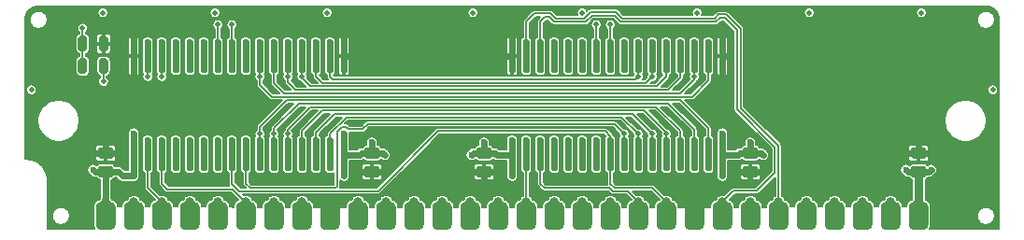
<source format=gtl>
G04 #@! TF.GenerationSoftware,KiCad,Pcbnew,(5.1.10-1-10_14)*
G04 #@! TF.CreationDate,2021-07-02T01:33:12-04:00*
G04 #@! TF.ProjectId,GW4192-SOJ,47573431-3932-42d5-934f-4a2e6b696361,1.0-SOJ*
G04 #@! TF.SameCoordinates,Original*
G04 #@! TF.FileFunction,Copper,L1,Top*
G04 #@! TF.FilePolarity,Positive*
%FSLAX46Y46*%
G04 Gerber Fmt 4.6, Leading zero omitted, Abs format (unit mm)*
G04 Created by KiCad (PCBNEW (5.1.10-1-10_14)) date 2021-07-02 01:33:12*
%MOMM*%
%LPD*%
G01*
G04 APERTURE LIST*
G04 #@! TA.AperFunction,ComponentPad*
%ADD10C,0.800000*%
G04 #@! TD*
G04 #@! TA.AperFunction,ViaPad*
%ADD11C,0.600000*%
G04 #@! TD*
G04 #@! TA.AperFunction,ViaPad*
%ADD12C,0.508000*%
G04 #@! TD*
G04 #@! TA.AperFunction,Conductor*
%ADD13C,0.600000*%
G04 #@! TD*
G04 #@! TA.AperFunction,Conductor*
%ADD14C,0.800000*%
G04 #@! TD*
G04 #@! TA.AperFunction,Conductor*
%ADD15C,0.152400*%
G04 #@! TD*
G04 #@! TA.AperFunction,Conductor*
%ADD16C,0.508000*%
G04 #@! TD*
G04 #@! TA.AperFunction,Conductor*
%ADD17C,0.100000*%
G04 #@! TD*
G04 APERTURE END LIST*
G04 #@! TA.AperFunction,SMDPad,CuDef*
G36*
G01*
X82931000Y-100901500D02*
X82931000Y-99250500D01*
G75*
G02*
X83375500Y-98806000I444500J0D01*
G01*
X84264500Y-98806000D01*
G75*
G02*
X84709000Y-99250500I0J-444500D01*
G01*
X84709000Y-100901500D01*
G75*
G02*
X84264500Y-101346000I-444500J0D01*
G01*
X83375500Y-101346000D01*
G75*
G02*
X82931000Y-100901500I0J444500D01*
G01*
G37*
G04 #@! TD.AperFunction*
G04 #@! TA.AperFunction,SMDPad,CuDef*
G36*
G01*
X85471000Y-100901500D02*
X85471000Y-99250500D01*
G75*
G02*
X85915500Y-98806000I444500J0D01*
G01*
X86804500Y-98806000D01*
G75*
G02*
X87249000Y-99250500I0J-444500D01*
G01*
X87249000Y-100901500D01*
G75*
G02*
X86804500Y-101346000I-444500J0D01*
G01*
X85915500Y-101346000D01*
G75*
G02*
X85471000Y-100901500I0J444500D01*
G01*
G37*
G04 #@! TD.AperFunction*
D10*
X88900000Y-98806000D03*
G04 #@! TA.AperFunction,SMDPad,CuDef*
G36*
G01*
X108331000Y-100901500D02*
X108331000Y-99250500D01*
G75*
G02*
X108775500Y-98806000I444500J0D01*
G01*
X109664500Y-98806000D01*
G75*
G02*
X110109000Y-99250500I0J-444500D01*
G01*
X110109000Y-100901500D01*
G75*
G02*
X109664500Y-101346000I-444500J0D01*
G01*
X108775500Y-101346000D01*
G75*
G02*
X108331000Y-100901500I0J444500D01*
G01*
G37*
G04 #@! TD.AperFunction*
G04 #@! TA.AperFunction,SMDPad,CuDef*
G36*
G01*
X93091000Y-100901500D02*
X93091000Y-99250500D01*
G75*
G02*
X93535500Y-98806000I444500J0D01*
G01*
X94424500Y-98806000D01*
G75*
G02*
X94869000Y-99250500I0J-444500D01*
G01*
X94869000Y-100901500D01*
G75*
G02*
X94424500Y-101346000I-444500J0D01*
G01*
X93535500Y-101346000D01*
G75*
G02*
X93091000Y-100901500I0J444500D01*
G01*
G37*
G04 #@! TD.AperFunction*
G04 #@! TA.AperFunction,SMDPad,CuDef*
G36*
G01*
X110871000Y-100901500D02*
X110871000Y-99250500D01*
G75*
G02*
X111315500Y-98806000I444500J0D01*
G01*
X112204500Y-98806000D01*
G75*
G02*
X112649000Y-99250500I0J-444500D01*
G01*
X112649000Y-100901500D01*
G75*
G02*
X112204500Y-101346000I-444500J0D01*
G01*
X111315500Y-101346000D01*
G75*
G02*
X110871000Y-100901500I0J444500D01*
G01*
G37*
G04 #@! TD.AperFunction*
G04 #@! TA.AperFunction,SMDPad,CuDef*
G36*
G01*
X146431000Y-100901500D02*
X146431000Y-99250500D01*
G75*
G02*
X146875500Y-98806000I444500J0D01*
G01*
X147764500Y-98806000D01*
G75*
G02*
X148209000Y-99250500I0J-444500D01*
G01*
X148209000Y-100901500D01*
G75*
G02*
X147764500Y-101346000I-444500J0D01*
G01*
X146875500Y-101346000D01*
G75*
G02*
X146431000Y-100901500I0J444500D01*
G01*
G37*
G04 #@! TD.AperFunction*
G04 #@! TA.AperFunction,SMDPad,CuDef*
G36*
G01*
X113411000Y-100901500D02*
X113411000Y-99250500D01*
G75*
G02*
X113855500Y-98806000I444500J0D01*
G01*
X114744500Y-98806000D01*
G75*
G02*
X115189000Y-99250500I0J-444500D01*
G01*
X115189000Y-100901500D01*
G75*
G02*
X114744500Y-101346000I-444500J0D01*
G01*
X113855500Y-101346000D01*
G75*
G02*
X113411000Y-100901500I0J444500D01*
G01*
G37*
G04 #@! TD.AperFunction*
G04 #@! TA.AperFunction,SMDPad,CuDef*
G36*
G01*
X115951000Y-100901500D02*
X115951000Y-99250500D01*
G75*
G02*
X116395500Y-98806000I444500J0D01*
G01*
X117284500Y-98806000D01*
G75*
G02*
X117729000Y-99250500I0J-444500D01*
G01*
X117729000Y-100901500D01*
G75*
G02*
X117284500Y-101346000I-444500J0D01*
G01*
X116395500Y-101346000D01*
G75*
G02*
X115951000Y-100901500I0J444500D01*
G01*
G37*
G04 #@! TD.AperFunction*
G04 #@! TA.AperFunction,SMDPad,CuDef*
G36*
G01*
X90551000Y-100901500D02*
X90551000Y-99250500D01*
G75*
G02*
X90995500Y-98806000I444500J0D01*
G01*
X91884500Y-98806000D01*
G75*
G02*
X92329000Y-99250500I0J-444500D01*
G01*
X92329000Y-100901500D01*
G75*
G02*
X91884500Y-101346000I-444500J0D01*
G01*
X90995500Y-101346000D01*
G75*
G02*
X90551000Y-100901500I0J444500D01*
G01*
G37*
G04 #@! TD.AperFunction*
G04 #@! TA.AperFunction,SMDPad,CuDef*
G36*
G01*
X154051000Y-100901500D02*
X154051000Y-99250500D01*
G75*
G02*
X154495500Y-98806000I444500J0D01*
G01*
X155384500Y-98806000D01*
G75*
G02*
X155829000Y-99250500I0J-444500D01*
G01*
X155829000Y-100901500D01*
G75*
G02*
X155384500Y-101346000I-444500J0D01*
G01*
X154495500Y-101346000D01*
G75*
G02*
X154051000Y-100901500I0J444500D01*
G01*
G37*
G04 #@! TD.AperFunction*
G04 #@! TA.AperFunction,SMDPad,CuDef*
G36*
G01*
X88011000Y-100901500D02*
X88011000Y-99250500D01*
G75*
G02*
X88455500Y-98806000I444500J0D01*
G01*
X89344500Y-98806000D01*
G75*
G02*
X89789000Y-99250500I0J-444500D01*
G01*
X89789000Y-100901500D01*
G75*
G02*
X89344500Y-101346000I-444500J0D01*
G01*
X88455500Y-101346000D01*
G75*
G02*
X88011000Y-100901500I0J444500D01*
G01*
G37*
G04 #@! TD.AperFunction*
G04 #@! TA.AperFunction,SMDPad,CuDef*
G36*
G01*
X141351000Y-100901500D02*
X141351000Y-99250500D01*
G75*
G02*
X141795500Y-98806000I444500J0D01*
G01*
X142684500Y-98806000D01*
G75*
G02*
X143129000Y-99250500I0J-444500D01*
G01*
X143129000Y-100901500D01*
G75*
G02*
X142684500Y-101346000I-444500J0D01*
G01*
X141795500Y-101346000D01*
G75*
G02*
X141351000Y-100901500I0J444500D01*
G01*
G37*
G04 #@! TD.AperFunction*
G04 #@! TA.AperFunction,SMDPad,CuDef*
G36*
G01*
X121031000Y-100901500D02*
X121031000Y-99250500D01*
G75*
G02*
X121475500Y-98806000I444500J0D01*
G01*
X122364500Y-98806000D01*
G75*
G02*
X122809000Y-99250500I0J-444500D01*
G01*
X122809000Y-100901500D01*
G75*
G02*
X122364500Y-101346000I-444500J0D01*
G01*
X121475500Y-101346000D01*
G75*
G02*
X121031000Y-100901500I0J444500D01*
G01*
G37*
G04 #@! TD.AperFunction*
G04 #@! TA.AperFunction,SMDPad,CuDef*
G36*
G01*
X131191000Y-100901500D02*
X131191000Y-99250500D01*
G75*
G02*
X131635500Y-98806000I444500J0D01*
G01*
X132524500Y-98806000D01*
G75*
G02*
X132969000Y-99250500I0J-444500D01*
G01*
X132969000Y-100901500D01*
G75*
G02*
X132524500Y-101346000I-444500J0D01*
G01*
X131635500Y-101346000D01*
G75*
G02*
X131191000Y-100901500I0J444500D01*
G01*
G37*
G04 #@! TD.AperFunction*
G04 #@! TA.AperFunction,SMDPad,CuDef*
G36*
G01*
X138811000Y-100901500D02*
X138811000Y-99250500D01*
G75*
G02*
X139255500Y-98806000I444500J0D01*
G01*
X140144500Y-98806000D01*
G75*
G02*
X140589000Y-99250500I0J-444500D01*
G01*
X140589000Y-100901500D01*
G75*
G02*
X140144500Y-101346000I-444500J0D01*
G01*
X139255500Y-101346000D01*
G75*
G02*
X138811000Y-100901500I0J444500D01*
G01*
G37*
G04 #@! TD.AperFunction*
G04 #@! TA.AperFunction,SMDPad,CuDef*
G36*
G01*
X103251000Y-100901500D02*
X103251000Y-99250500D01*
G75*
G02*
X103695500Y-98806000I444500J0D01*
G01*
X104584500Y-98806000D01*
G75*
G02*
X105029000Y-99250500I0J-444500D01*
G01*
X105029000Y-100901500D01*
G75*
G02*
X104584500Y-101346000I-444500J0D01*
G01*
X103695500Y-101346000D01*
G75*
G02*
X103251000Y-100901500I0J444500D01*
G01*
G37*
G04 #@! TD.AperFunction*
G04 #@! TA.AperFunction,SMDPad,CuDef*
G36*
G01*
X126111000Y-100901500D02*
X126111000Y-99250500D01*
G75*
G02*
X126555500Y-98806000I444500J0D01*
G01*
X127444500Y-98806000D01*
G75*
G02*
X127889000Y-99250500I0J-444500D01*
G01*
X127889000Y-100901500D01*
G75*
G02*
X127444500Y-101346000I-444500J0D01*
G01*
X126555500Y-101346000D01*
G75*
G02*
X126111000Y-100901500I0J444500D01*
G01*
G37*
G04 #@! TD.AperFunction*
G04 #@! TA.AperFunction,SMDPad,CuDef*
G36*
G01*
X133731000Y-100901500D02*
X133731000Y-99250500D01*
G75*
G02*
X134175500Y-98806000I444500J0D01*
G01*
X135064500Y-98806000D01*
G75*
G02*
X135509000Y-99250500I0J-444500D01*
G01*
X135509000Y-100901500D01*
G75*
G02*
X135064500Y-101346000I-444500J0D01*
G01*
X134175500Y-101346000D01*
G75*
G02*
X133731000Y-100901500I0J444500D01*
G01*
G37*
G04 #@! TD.AperFunction*
G04 #@! TA.AperFunction,SMDPad,CuDef*
G36*
G01*
X128651000Y-100901500D02*
X128651000Y-99250500D01*
G75*
G02*
X129095500Y-98806000I444500J0D01*
G01*
X129984500Y-98806000D01*
G75*
G02*
X130429000Y-99250500I0J-444500D01*
G01*
X130429000Y-100901500D01*
G75*
G02*
X129984500Y-101346000I-444500J0D01*
G01*
X129095500Y-101346000D01*
G75*
G02*
X128651000Y-100901500I0J444500D01*
G01*
G37*
G04 #@! TD.AperFunction*
G04 #@! TA.AperFunction,SMDPad,CuDef*
G36*
G01*
X105791000Y-100901500D02*
X105791000Y-99250500D01*
G75*
G02*
X106235500Y-98806000I444500J0D01*
G01*
X107124500Y-98806000D01*
G75*
G02*
X107569000Y-99250500I0J-444500D01*
G01*
X107569000Y-100901500D01*
G75*
G02*
X107124500Y-101346000I-444500J0D01*
G01*
X106235500Y-101346000D01*
G75*
G02*
X105791000Y-100901500I0J444500D01*
G01*
G37*
G04 #@! TD.AperFunction*
G04 #@! TA.AperFunction,SMDPad,CuDef*
G36*
G01*
X136271000Y-100901500D02*
X136271000Y-99250500D01*
G75*
G02*
X136715500Y-98806000I444500J0D01*
G01*
X137604500Y-98806000D01*
G75*
G02*
X138049000Y-99250500I0J-444500D01*
G01*
X138049000Y-100901500D01*
G75*
G02*
X137604500Y-101346000I-444500J0D01*
G01*
X136715500Y-101346000D01*
G75*
G02*
X136271000Y-100901500I0J444500D01*
G01*
G37*
G04 #@! TD.AperFunction*
G04 #@! TA.AperFunction,SMDPad,CuDef*
G36*
G01*
X95631000Y-100901500D02*
X95631000Y-99250500D01*
G75*
G02*
X96075500Y-98806000I444500J0D01*
G01*
X96964500Y-98806000D01*
G75*
G02*
X97409000Y-99250500I0J-444500D01*
G01*
X97409000Y-100901500D01*
G75*
G02*
X96964500Y-101346000I-444500J0D01*
G01*
X96075500Y-101346000D01*
G75*
G02*
X95631000Y-100901500I0J444500D01*
G01*
G37*
G04 #@! TD.AperFunction*
G04 #@! TA.AperFunction,SMDPad,CuDef*
G36*
G01*
X123571000Y-100901500D02*
X123571000Y-99250500D01*
G75*
G02*
X124015500Y-98806000I444500J0D01*
G01*
X124904500Y-98806000D01*
G75*
G02*
X125349000Y-99250500I0J-444500D01*
G01*
X125349000Y-100901500D01*
G75*
G02*
X124904500Y-101346000I-444500J0D01*
G01*
X124015500Y-101346000D01*
G75*
G02*
X123571000Y-100901500I0J444500D01*
G01*
G37*
G04 #@! TD.AperFunction*
G04 #@! TA.AperFunction,SMDPad,CuDef*
G36*
G01*
X98171000Y-100901500D02*
X98171000Y-99250500D01*
G75*
G02*
X98615500Y-98806000I444500J0D01*
G01*
X99504500Y-98806000D01*
G75*
G02*
X99949000Y-99250500I0J-444500D01*
G01*
X99949000Y-100901500D01*
G75*
G02*
X99504500Y-101346000I-444500J0D01*
G01*
X98615500Y-101346000D01*
G75*
G02*
X98171000Y-100901500I0J444500D01*
G01*
G37*
G04 #@! TD.AperFunction*
G04 #@! TA.AperFunction,SMDPad,CuDef*
G36*
G01*
X100711000Y-100901500D02*
X100711000Y-99250500D01*
G75*
G02*
X101155500Y-98806000I444500J0D01*
G01*
X102044500Y-98806000D01*
G75*
G02*
X102489000Y-99250500I0J-444500D01*
G01*
X102489000Y-100901500D01*
G75*
G02*
X102044500Y-101346000I-444500J0D01*
G01*
X101155500Y-101346000D01*
G75*
G02*
X100711000Y-100901500I0J444500D01*
G01*
G37*
G04 #@! TD.AperFunction*
G04 #@! TA.AperFunction,SMDPad,CuDef*
G36*
G01*
X148971000Y-100901500D02*
X148971000Y-99250500D01*
G75*
G02*
X149415500Y-98806000I444500J0D01*
G01*
X150304500Y-98806000D01*
G75*
G02*
X150749000Y-99250500I0J-444500D01*
G01*
X150749000Y-100901500D01*
G75*
G02*
X150304500Y-101346000I-444500J0D01*
G01*
X149415500Y-101346000D01*
G75*
G02*
X148971000Y-100901500I0J444500D01*
G01*
G37*
G04 #@! TD.AperFunction*
G04 #@! TA.AperFunction,SMDPad,CuDef*
G36*
G01*
X151511000Y-100901500D02*
X151511000Y-99250500D01*
G75*
G02*
X151955500Y-98806000I444500J0D01*
G01*
X152844500Y-98806000D01*
G75*
G02*
X153289000Y-99250500I0J-444500D01*
G01*
X153289000Y-100901500D01*
G75*
G02*
X152844500Y-101346000I-444500J0D01*
G01*
X151955500Y-101346000D01*
G75*
G02*
X151511000Y-100901500I0J444500D01*
G01*
G37*
G04 #@! TD.AperFunction*
G04 #@! TA.AperFunction,SMDPad,CuDef*
G36*
G01*
X156591000Y-100901500D02*
X156591000Y-99250500D01*
G75*
G02*
X157035500Y-98806000I444500J0D01*
G01*
X157924500Y-98806000D01*
G75*
G02*
X158369000Y-99250500I0J-444500D01*
G01*
X158369000Y-100901500D01*
G75*
G02*
X157924500Y-101346000I-444500J0D01*
G01*
X157035500Y-101346000D01*
G75*
G02*
X156591000Y-100901500I0J444500D01*
G01*
G37*
G04 #@! TD.AperFunction*
G04 #@! TA.AperFunction,SMDPad,CuDef*
G36*
G01*
X118491000Y-100901500D02*
X118491000Y-99250500D01*
G75*
G02*
X118935500Y-98806000I444500J0D01*
G01*
X119824500Y-98806000D01*
G75*
G02*
X120269000Y-99250500I0J-444500D01*
G01*
X120269000Y-100901500D01*
G75*
G02*
X119824500Y-101346000I-444500J0D01*
G01*
X118935500Y-101346000D01*
G75*
G02*
X118491000Y-100901500I0J444500D01*
G01*
G37*
G04 #@! TD.AperFunction*
G04 #@! TA.AperFunction,SMDPad,CuDef*
G36*
G01*
X143891000Y-100901500D02*
X143891000Y-99250500D01*
G75*
G02*
X144335500Y-98806000I444500J0D01*
G01*
X145224500Y-98806000D01*
G75*
G02*
X145669000Y-99250500I0J-444500D01*
G01*
X145669000Y-100901500D01*
G75*
G02*
X145224500Y-101346000I-444500J0D01*
G01*
X144335500Y-101346000D01*
G75*
G02*
X143891000Y-100901500I0J444500D01*
G01*
G37*
G04 #@! TD.AperFunction*
X86360000Y-98806000D03*
X83820000Y-98806000D03*
X93980000Y-98806000D03*
X91440000Y-98806000D03*
X96520000Y-98806000D03*
X99060000Y-98806000D03*
X104140000Y-98806000D03*
X101600000Y-98806000D03*
X109220000Y-98806000D03*
X106680000Y-98806000D03*
X111760000Y-98806000D03*
X116840000Y-98806000D03*
X114300000Y-98806000D03*
X119380000Y-98806000D03*
X124460000Y-98806000D03*
X121920000Y-98806000D03*
X127000000Y-98806000D03*
X149860000Y-98806000D03*
X147320000Y-98806000D03*
X152400000Y-98806000D03*
X134620000Y-98806000D03*
X132080000Y-98806000D03*
X137160000Y-98806000D03*
X142240000Y-98806000D03*
X139700000Y-98806000D03*
X144780000Y-98806000D03*
X129540000Y-98806000D03*
X154940000Y-98806000D03*
X157480000Y-98806000D03*
G04 #@! TA.AperFunction,SMDPad,CuDef*
G36*
G01*
X117672500Y-95550500D02*
X118547500Y-95550500D01*
G75*
G02*
X118810000Y-95813000I0J-262500D01*
G01*
X118810000Y-96338000D01*
G75*
G02*
X118547500Y-96600500I-262500J0D01*
G01*
X117672500Y-96600500D01*
G75*
G02*
X117410000Y-96338000I0J262500D01*
G01*
X117410000Y-95813000D01*
G75*
G02*
X117672500Y-95550500I262500J0D01*
G01*
G37*
G04 #@! TD.AperFunction*
G04 #@! TA.AperFunction,SMDPad,CuDef*
G36*
G01*
X117672500Y-93850500D02*
X118547500Y-93850500D01*
G75*
G02*
X118810000Y-94113000I0J-262500D01*
G01*
X118810000Y-94638000D01*
G75*
G02*
X118547500Y-94900500I-262500J0D01*
G01*
X117672500Y-94900500D01*
G75*
G02*
X117410000Y-94638000I0J262500D01*
G01*
X117410000Y-94113000D01*
G75*
G02*
X117672500Y-93850500I262500J0D01*
G01*
G37*
G04 #@! TD.AperFunction*
G04 #@! TA.AperFunction,SMDPad,CuDef*
G36*
G01*
X107512500Y-93850500D02*
X108387500Y-93850500D01*
G75*
G02*
X108650000Y-94113000I0J-262500D01*
G01*
X108650000Y-94638000D01*
G75*
G02*
X108387500Y-94900500I-262500J0D01*
G01*
X107512500Y-94900500D01*
G75*
G02*
X107250000Y-94638000I0J262500D01*
G01*
X107250000Y-94113000D01*
G75*
G02*
X107512500Y-93850500I262500J0D01*
G01*
G37*
G04 #@! TD.AperFunction*
G04 #@! TA.AperFunction,SMDPad,CuDef*
G36*
G01*
X107512500Y-95550500D02*
X108387500Y-95550500D01*
G75*
G02*
X108650000Y-95813000I0J-262500D01*
G01*
X108650000Y-96338000D01*
G75*
G02*
X108387500Y-96600500I-262500J0D01*
G01*
X107512500Y-96600500D01*
G75*
G02*
X107250000Y-96338000I0J262500D01*
G01*
X107250000Y-95813000D01*
G75*
G02*
X107512500Y-95550500I262500J0D01*
G01*
G37*
G04 #@! TD.AperFunction*
G04 #@! TA.AperFunction,SMDPad,CuDef*
G36*
G01*
X141802500Y-93850500D02*
X142677500Y-93850500D01*
G75*
G02*
X142940000Y-94113000I0J-262500D01*
G01*
X142940000Y-94638000D01*
G75*
G02*
X142677500Y-94900500I-262500J0D01*
G01*
X141802500Y-94900500D01*
G75*
G02*
X141540000Y-94638000I0J262500D01*
G01*
X141540000Y-94113000D01*
G75*
G02*
X141802500Y-93850500I262500J0D01*
G01*
G37*
G04 #@! TD.AperFunction*
G04 #@! TA.AperFunction,SMDPad,CuDef*
G36*
G01*
X141802500Y-95550500D02*
X142677500Y-95550500D01*
G75*
G02*
X142940000Y-95813000I0J-262500D01*
G01*
X142940000Y-96338000D01*
G75*
G02*
X142677500Y-96600500I-262500J0D01*
G01*
X141802500Y-96600500D01*
G75*
G02*
X141540000Y-96338000I0J262500D01*
G01*
X141540000Y-95813000D01*
G75*
G02*
X141802500Y-95550500I262500J0D01*
G01*
G37*
G04 #@! TD.AperFunction*
G04 #@! TA.AperFunction,SMDPad,CuDef*
G36*
G01*
X84257500Y-94900500D02*
X83382500Y-94900500D01*
G75*
G02*
X83120000Y-94638000I0J262500D01*
G01*
X83120000Y-94113000D01*
G75*
G02*
X83382500Y-93850500I262500J0D01*
G01*
X84257500Y-93850500D01*
G75*
G02*
X84520000Y-94113000I0J-262500D01*
G01*
X84520000Y-94638000D01*
G75*
G02*
X84257500Y-94900500I-262500J0D01*
G01*
G37*
G04 #@! TD.AperFunction*
G04 #@! TA.AperFunction,SMDPad,CuDef*
G36*
G01*
X84257500Y-96600500D02*
X83382500Y-96600500D01*
G75*
G02*
X83120000Y-96338000I0J262500D01*
G01*
X83120000Y-95813000D01*
G75*
G02*
X83382500Y-95550500I262500J0D01*
G01*
X84257500Y-95550500D01*
G75*
G02*
X84520000Y-95813000I0J-262500D01*
G01*
X84520000Y-96338000D01*
G75*
G02*
X84257500Y-96600500I-262500J0D01*
G01*
G37*
G04 #@! TD.AperFunction*
G04 #@! TA.AperFunction,SMDPad,CuDef*
G36*
G01*
X157917500Y-96600500D02*
X157042500Y-96600500D01*
G75*
G02*
X156780000Y-96338000I0J262500D01*
G01*
X156780000Y-95813000D01*
G75*
G02*
X157042500Y-95550500I262500J0D01*
G01*
X157917500Y-95550500D01*
G75*
G02*
X158180000Y-95813000I0J-262500D01*
G01*
X158180000Y-96338000D01*
G75*
G02*
X157917500Y-96600500I-262500J0D01*
G01*
G37*
G04 #@! TD.AperFunction*
G04 #@! TA.AperFunction,SMDPad,CuDef*
G36*
G01*
X157917500Y-94900500D02*
X157042500Y-94900500D01*
G75*
G02*
X156780000Y-94638000I0J262500D01*
G01*
X156780000Y-94113000D01*
G75*
G02*
X157042500Y-93850500I262500J0D01*
G01*
X157917500Y-93850500D01*
G75*
G02*
X158180000Y-94113000I0J-262500D01*
G01*
X158180000Y-94638000D01*
G75*
G02*
X157917500Y-94900500I-262500J0D01*
G01*
G37*
G04 #@! TD.AperFunction*
G04 #@! TA.AperFunction,SMDPad,CuDef*
G36*
G01*
X82152000Y-85999500D02*
X82152000Y-86974500D01*
G75*
G02*
X81939500Y-87187000I-212500J0D01*
G01*
X81514500Y-87187000D01*
G75*
G02*
X81302000Y-86974500I0J212500D01*
G01*
X81302000Y-85999500D01*
G75*
G02*
X81514500Y-85787000I212500J0D01*
G01*
X81939500Y-85787000D01*
G75*
G02*
X82152000Y-85999500I0J-212500D01*
G01*
G37*
G04 #@! TD.AperFunction*
G04 #@! TA.AperFunction,SMDPad,CuDef*
G36*
G01*
X84052000Y-85999500D02*
X84052000Y-86974500D01*
G75*
G02*
X83839500Y-87187000I-212500J0D01*
G01*
X83414500Y-87187000D01*
G75*
G02*
X83202000Y-86974500I0J212500D01*
G01*
X83202000Y-85999500D01*
G75*
G02*
X83414500Y-85787000I212500J0D01*
G01*
X83839500Y-85787000D01*
G75*
G02*
X84052000Y-85999500I0J-212500D01*
G01*
G37*
G04 #@! TD.AperFunction*
G04 #@! TA.AperFunction,SMDPad,CuDef*
G36*
G01*
X81302000Y-84942500D02*
X81302000Y-83967500D01*
G75*
G02*
X81514500Y-83755000I212500J0D01*
G01*
X81939500Y-83755000D01*
G75*
G02*
X82152000Y-83967500I0J-212500D01*
G01*
X82152000Y-84942500D01*
G75*
G02*
X81939500Y-85155000I-212500J0D01*
G01*
X81514500Y-85155000D01*
G75*
G02*
X81302000Y-84942500I0J212500D01*
G01*
G37*
G04 #@! TD.AperFunction*
G04 #@! TA.AperFunction,SMDPad,CuDef*
G36*
G01*
X83202000Y-84942500D02*
X83202000Y-83967500D01*
G75*
G02*
X83414500Y-83755000I212500J0D01*
G01*
X83839500Y-83755000D01*
G75*
G02*
X84052000Y-83967500I0J-212500D01*
G01*
X84052000Y-84942500D01*
G75*
G02*
X83839500Y-85155000I-212500J0D01*
G01*
X83414500Y-85155000D01*
G75*
G02*
X83202000Y-84942500I0J212500D01*
G01*
G37*
G04 #@! TD.AperFunction*
G04 #@! TA.AperFunction,SMDPad,CuDef*
G36*
G01*
X86510000Y-87122000D02*
X86210000Y-87122000D01*
G75*
G02*
X86060000Y-86972000I0J150000D01*
G01*
X86060000Y-84224000D01*
G75*
G02*
X86210000Y-84074000I150000J0D01*
G01*
X86510000Y-84074000D01*
G75*
G02*
X86660000Y-84224000I0J-150000D01*
G01*
X86660000Y-86972000D01*
G75*
G02*
X86510000Y-87122000I-150000J0D01*
G01*
G37*
G04 #@! TD.AperFunction*
G04 #@! TA.AperFunction,SMDPad,CuDef*
G36*
G01*
X87780000Y-87122000D02*
X87480000Y-87122000D01*
G75*
G02*
X87330000Y-86972000I0J150000D01*
G01*
X87330000Y-84224000D01*
G75*
G02*
X87480000Y-84074000I150000J0D01*
G01*
X87780000Y-84074000D01*
G75*
G02*
X87930000Y-84224000I0J-150000D01*
G01*
X87930000Y-86972000D01*
G75*
G02*
X87780000Y-87122000I-150000J0D01*
G01*
G37*
G04 #@! TD.AperFunction*
G04 #@! TA.AperFunction,SMDPad,CuDef*
G36*
G01*
X89050000Y-87122000D02*
X88750000Y-87122000D01*
G75*
G02*
X88600000Y-86972000I0J150000D01*
G01*
X88600000Y-84224000D01*
G75*
G02*
X88750000Y-84074000I150000J0D01*
G01*
X89050000Y-84074000D01*
G75*
G02*
X89200000Y-84224000I0J-150000D01*
G01*
X89200000Y-86972000D01*
G75*
G02*
X89050000Y-87122000I-150000J0D01*
G01*
G37*
G04 #@! TD.AperFunction*
G04 #@! TA.AperFunction,SMDPad,CuDef*
G36*
G01*
X90320000Y-87122000D02*
X90020000Y-87122000D01*
G75*
G02*
X89870000Y-86972000I0J150000D01*
G01*
X89870000Y-84224000D01*
G75*
G02*
X90020000Y-84074000I150000J0D01*
G01*
X90320000Y-84074000D01*
G75*
G02*
X90470000Y-84224000I0J-150000D01*
G01*
X90470000Y-86972000D01*
G75*
G02*
X90320000Y-87122000I-150000J0D01*
G01*
G37*
G04 #@! TD.AperFunction*
G04 #@! TA.AperFunction,SMDPad,CuDef*
G36*
G01*
X101450000Y-84074000D02*
X101750000Y-84074000D01*
G75*
G02*
X101900000Y-84224000I0J-150000D01*
G01*
X101900000Y-86972000D01*
G75*
G02*
X101750000Y-87122000I-150000J0D01*
G01*
X101450000Y-87122000D01*
G75*
G02*
X101300000Y-86972000I0J150000D01*
G01*
X101300000Y-84224000D01*
G75*
G02*
X101450000Y-84074000I150000J0D01*
G01*
G37*
G04 #@! TD.AperFunction*
G04 #@! TA.AperFunction,SMDPad,CuDef*
G36*
G01*
X102720000Y-84074000D02*
X103020000Y-84074000D01*
G75*
G02*
X103170000Y-84224000I0J-150000D01*
G01*
X103170000Y-86972000D01*
G75*
G02*
X103020000Y-87122000I-150000J0D01*
G01*
X102720000Y-87122000D01*
G75*
G02*
X102570000Y-86972000I0J150000D01*
G01*
X102570000Y-84224000D01*
G75*
G02*
X102720000Y-84074000I150000J0D01*
G01*
G37*
G04 #@! TD.AperFunction*
G04 #@! TA.AperFunction,SMDPad,CuDef*
G36*
G01*
X103990000Y-84074000D02*
X104290000Y-84074000D01*
G75*
G02*
X104440000Y-84224000I0J-150000D01*
G01*
X104440000Y-86972000D01*
G75*
G02*
X104290000Y-87122000I-150000J0D01*
G01*
X103990000Y-87122000D01*
G75*
G02*
X103840000Y-86972000I0J150000D01*
G01*
X103840000Y-84224000D01*
G75*
G02*
X103990000Y-84074000I150000J0D01*
G01*
G37*
G04 #@! TD.AperFunction*
G04 #@! TA.AperFunction,SMDPad,CuDef*
G36*
G01*
X105260000Y-84074000D02*
X105560000Y-84074000D01*
G75*
G02*
X105710000Y-84224000I0J-150000D01*
G01*
X105710000Y-86972000D01*
G75*
G02*
X105560000Y-87122000I-150000J0D01*
G01*
X105260000Y-87122000D01*
G75*
G02*
X105110000Y-86972000I0J150000D01*
G01*
X105110000Y-84224000D01*
G75*
G02*
X105260000Y-84074000I150000J0D01*
G01*
G37*
G04 #@! TD.AperFunction*
G04 #@! TA.AperFunction,SMDPad,CuDef*
G36*
G01*
X105560000Y-96012000D02*
X105260000Y-96012000D01*
G75*
G02*
X105110000Y-95862000I0J150000D01*
G01*
X105110000Y-93114000D01*
G75*
G02*
X105260000Y-92964000I150000J0D01*
G01*
X105560000Y-92964000D01*
G75*
G02*
X105710000Y-93114000I0J-150000D01*
G01*
X105710000Y-95862000D01*
G75*
G02*
X105560000Y-96012000I-150000J0D01*
G01*
G37*
G04 #@! TD.AperFunction*
G04 #@! TA.AperFunction,SMDPad,CuDef*
G36*
G01*
X104290000Y-96012000D02*
X103990000Y-96012000D01*
G75*
G02*
X103840000Y-95862000I0J150000D01*
G01*
X103840000Y-93114000D01*
G75*
G02*
X103990000Y-92964000I150000J0D01*
G01*
X104290000Y-92964000D01*
G75*
G02*
X104440000Y-93114000I0J-150000D01*
G01*
X104440000Y-95862000D01*
G75*
G02*
X104290000Y-96012000I-150000J0D01*
G01*
G37*
G04 #@! TD.AperFunction*
G04 #@! TA.AperFunction,SMDPad,CuDef*
G36*
G01*
X94130000Y-96012000D02*
X93830000Y-96012000D01*
G75*
G02*
X93680000Y-95862000I0J150000D01*
G01*
X93680000Y-93114000D01*
G75*
G02*
X93830000Y-92964000I150000J0D01*
G01*
X94130000Y-92964000D01*
G75*
G02*
X94280000Y-93114000I0J-150000D01*
G01*
X94280000Y-95862000D01*
G75*
G02*
X94130000Y-96012000I-150000J0D01*
G01*
G37*
G04 #@! TD.AperFunction*
G04 #@! TA.AperFunction,SMDPad,CuDef*
G36*
G01*
X94130000Y-87122000D02*
X93830000Y-87122000D01*
G75*
G02*
X93680000Y-86972000I0J150000D01*
G01*
X93680000Y-84224000D01*
G75*
G02*
X93830000Y-84074000I150000J0D01*
G01*
X94130000Y-84074000D01*
G75*
G02*
X94280000Y-84224000I0J-150000D01*
G01*
X94280000Y-86972000D01*
G75*
G02*
X94130000Y-87122000I-150000J0D01*
G01*
G37*
G04 #@! TD.AperFunction*
G04 #@! TA.AperFunction,SMDPad,CuDef*
G36*
G01*
X95400000Y-87122000D02*
X95100000Y-87122000D01*
G75*
G02*
X94950000Y-86972000I0J150000D01*
G01*
X94950000Y-84224000D01*
G75*
G02*
X95100000Y-84074000I150000J0D01*
G01*
X95400000Y-84074000D01*
G75*
G02*
X95550000Y-84224000I0J-150000D01*
G01*
X95550000Y-86972000D01*
G75*
G02*
X95400000Y-87122000I-150000J0D01*
G01*
G37*
G04 #@! TD.AperFunction*
G04 #@! TA.AperFunction,SMDPad,CuDef*
G36*
G01*
X96670000Y-87122000D02*
X96370000Y-87122000D01*
G75*
G02*
X96220000Y-86972000I0J150000D01*
G01*
X96220000Y-84224000D01*
G75*
G02*
X96370000Y-84074000I150000J0D01*
G01*
X96670000Y-84074000D01*
G75*
G02*
X96820000Y-84224000I0J-150000D01*
G01*
X96820000Y-86972000D01*
G75*
G02*
X96670000Y-87122000I-150000J0D01*
G01*
G37*
G04 #@! TD.AperFunction*
G04 #@! TA.AperFunction,SMDPad,CuDef*
G36*
G01*
X97940000Y-87122000D02*
X97640000Y-87122000D01*
G75*
G02*
X97490000Y-86972000I0J150000D01*
G01*
X97490000Y-84224000D01*
G75*
G02*
X97640000Y-84074000I150000J0D01*
G01*
X97940000Y-84074000D01*
G75*
G02*
X98090000Y-84224000I0J-150000D01*
G01*
X98090000Y-86972000D01*
G75*
G02*
X97940000Y-87122000I-150000J0D01*
G01*
G37*
G04 #@! TD.AperFunction*
G04 #@! TA.AperFunction,SMDPad,CuDef*
G36*
G01*
X99210000Y-87122000D02*
X98910000Y-87122000D01*
G75*
G02*
X98760000Y-86972000I0J150000D01*
G01*
X98760000Y-84224000D01*
G75*
G02*
X98910000Y-84074000I150000J0D01*
G01*
X99210000Y-84074000D01*
G75*
G02*
X99360000Y-84224000I0J-150000D01*
G01*
X99360000Y-86972000D01*
G75*
G02*
X99210000Y-87122000I-150000J0D01*
G01*
G37*
G04 #@! TD.AperFunction*
G04 #@! TA.AperFunction,SMDPad,CuDef*
G36*
G01*
X101750000Y-96012000D02*
X101450000Y-96012000D01*
G75*
G02*
X101300000Y-95862000I0J150000D01*
G01*
X101300000Y-93114000D01*
G75*
G02*
X101450000Y-92964000I150000J0D01*
G01*
X101750000Y-92964000D01*
G75*
G02*
X101900000Y-93114000I0J-150000D01*
G01*
X101900000Y-95862000D01*
G75*
G02*
X101750000Y-96012000I-150000J0D01*
G01*
G37*
G04 #@! TD.AperFunction*
G04 #@! TA.AperFunction,SMDPad,CuDef*
G36*
G01*
X100480000Y-96012000D02*
X100180000Y-96012000D01*
G75*
G02*
X100030000Y-95862000I0J150000D01*
G01*
X100030000Y-93114000D01*
G75*
G02*
X100180000Y-92964000I150000J0D01*
G01*
X100480000Y-92964000D01*
G75*
G02*
X100630000Y-93114000I0J-150000D01*
G01*
X100630000Y-95862000D01*
G75*
G02*
X100480000Y-96012000I-150000J0D01*
G01*
G37*
G04 #@! TD.AperFunction*
G04 #@! TA.AperFunction,SMDPad,CuDef*
G36*
G01*
X99210000Y-96012000D02*
X98910000Y-96012000D01*
G75*
G02*
X98760000Y-95862000I0J150000D01*
G01*
X98760000Y-93114000D01*
G75*
G02*
X98910000Y-92964000I150000J0D01*
G01*
X99210000Y-92964000D01*
G75*
G02*
X99360000Y-93114000I0J-150000D01*
G01*
X99360000Y-95862000D01*
G75*
G02*
X99210000Y-96012000I-150000J0D01*
G01*
G37*
G04 #@! TD.AperFunction*
G04 #@! TA.AperFunction,SMDPad,CuDef*
G36*
G01*
X97940000Y-96012000D02*
X97640000Y-96012000D01*
G75*
G02*
X97490000Y-95862000I0J150000D01*
G01*
X97490000Y-93114000D01*
G75*
G02*
X97640000Y-92964000I150000J0D01*
G01*
X97940000Y-92964000D01*
G75*
G02*
X98090000Y-93114000I0J-150000D01*
G01*
X98090000Y-95862000D01*
G75*
G02*
X97940000Y-96012000I-150000J0D01*
G01*
G37*
G04 #@! TD.AperFunction*
G04 #@! TA.AperFunction,SMDPad,CuDef*
G36*
G01*
X96670000Y-96012000D02*
X96370000Y-96012000D01*
G75*
G02*
X96220000Y-95862000I0J150000D01*
G01*
X96220000Y-93114000D01*
G75*
G02*
X96370000Y-92964000I150000J0D01*
G01*
X96670000Y-92964000D01*
G75*
G02*
X96820000Y-93114000I0J-150000D01*
G01*
X96820000Y-95862000D01*
G75*
G02*
X96670000Y-96012000I-150000J0D01*
G01*
G37*
G04 #@! TD.AperFunction*
G04 #@! TA.AperFunction,SMDPad,CuDef*
G36*
G01*
X91590000Y-96012000D02*
X91290000Y-96012000D01*
G75*
G02*
X91140000Y-95862000I0J150000D01*
G01*
X91140000Y-93114000D01*
G75*
G02*
X91290000Y-92964000I150000J0D01*
G01*
X91590000Y-92964000D01*
G75*
G02*
X91740000Y-93114000I0J-150000D01*
G01*
X91740000Y-95862000D01*
G75*
G02*
X91590000Y-96012000I-150000J0D01*
G01*
G37*
G04 #@! TD.AperFunction*
G04 #@! TA.AperFunction,SMDPad,CuDef*
G36*
G01*
X90320000Y-96012000D02*
X90020000Y-96012000D01*
G75*
G02*
X89870000Y-95862000I0J150000D01*
G01*
X89870000Y-93114000D01*
G75*
G02*
X90020000Y-92964000I150000J0D01*
G01*
X90320000Y-92964000D01*
G75*
G02*
X90470000Y-93114000I0J-150000D01*
G01*
X90470000Y-95862000D01*
G75*
G02*
X90320000Y-96012000I-150000J0D01*
G01*
G37*
G04 #@! TD.AperFunction*
G04 #@! TA.AperFunction,SMDPad,CuDef*
G36*
G01*
X89050000Y-96012000D02*
X88750000Y-96012000D01*
G75*
G02*
X88600000Y-95862000I0J150000D01*
G01*
X88600000Y-93114000D01*
G75*
G02*
X88750000Y-92964000I150000J0D01*
G01*
X89050000Y-92964000D01*
G75*
G02*
X89200000Y-93114000I0J-150000D01*
G01*
X89200000Y-95862000D01*
G75*
G02*
X89050000Y-96012000I-150000J0D01*
G01*
G37*
G04 #@! TD.AperFunction*
G04 #@! TA.AperFunction,SMDPad,CuDef*
G36*
G01*
X87780000Y-96012000D02*
X87480000Y-96012000D01*
G75*
G02*
X87330000Y-95862000I0J150000D01*
G01*
X87330000Y-93114000D01*
G75*
G02*
X87480000Y-92964000I150000J0D01*
G01*
X87780000Y-92964000D01*
G75*
G02*
X87930000Y-93114000I0J-150000D01*
G01*
X87930000Y-95862000D01*
G75*
G02*
X87780000Y-96012000I-150000J0D01*
G01*
G37*
G04 #@! TD.AperFunction*
G04 #@! TA.AperFunction,SMDPad,CuDef*
G36*
G01*
X86510000Y-96012000D02*
X86210000Y-96012000D01*
G75*
G02*
X86060000Y-95862000I0J150000D01*
G01*
X86060000Y-93114000D01*
G75*
G02*
X86210000Y-92964000I150000J0D01*
G01*
X86510000Y-92964000D01*
G75*
G02*
X86660000Y-93114000I0J-150000D01*
G01*
X86660000Y-95862000D01*
G75*
G02*
X86510000Y-96012000I-150000J0D01*
G01*
G37*
G04 #@! TD.AperFunction*
G04 #@! TA.AperFunction,SMDPad,CuDef*
G36*
G01*
X100480000Y-87122000D02*
X100180000Y-87122000D01*
G75*
G02*
X100030000Y-86972000I0J150000D01*
G01*
X100030000Y-84224000D01*
G75*
G02*
X100180000Y-84074000I150000J0D01*
G01*
X100480000Y-84074000D01*
G75*
G02*
X100630000Y-84224000I0J-150000D01*
G01*
X100630000Y-86972000D01*
G75*
G02*
X100480000Y-87122000I-150000J0D01*
G01*
G37*
G04 #@! TD.AperFunction*
G04 #@! TA.AperFunction,SMDPad,CuDef*
G36*
G01*
X92860000Y-96012000D02*
X92560000Y-96012000D01*
G75*
G02*
X92410000Y-95862000I0J150000D01*
G01*
X92410000Y-93114000D01*
G75*
G02*
X92560000Y-92964000I150000J0D01*
G01*
X92860000Y-92964000D01*
G75*
G02*
X93010000Y-93114000I0J-150000D01*
G01*
X93010000Y-95862000D01*
G75*
G02*
X92860000Y-96012000I-150000J0D01*
G01*
G37*
G04 #@! TD.AperFunction*
G04 #@! TA.AperFunction,SMDPad,CuDef*
G36*
G01*
X95400000Y-96012000D02*
X95100000Y-96012000D01*
G75*
G02*
X94950000Y-95862000I0J150000D01*
G01*
X94950000Y-93114000D01*
G75*
G02*
X95100000Y-92964000I150000J0D01*
G01*
X95400000Y-92964000D01*
G75*
G02*
X95550000Y-93114000I0J-150000D01*
G01*
X95550000Y-95862000D01*
G75*
G02*
X95400000Y-96012000I-150000J0D01*
G01*
G37*
G04 #@! TD.AperFunction*
G04 #@! TA.AperFunction,SMDPad,CuDef*
G36*
G01*
X103020000Y-96012000D02*
X102720000Y-96012000D01*
G75*
G02*
X102570000Y-95862000I0J150000D01*
G01*
X102570000Y-93114000D01*
G75*
G02*
X102720000Y-92964000I150000J0D01*
G01*
X103020000Y-92964000D01*
G75*
G02*
X103170000Y-93114000I0J-150000D01*
G01*
X103170000Y-95862000D01*
G75*
G02*
X103020000Y-96012000I-150000J0D01*
G01*
G37*
G04 #@! TD.AperFunction*
G04 #@! TA.AperFunction,SMDPad,CuDef*
G36*
G01*
X92860000Y-87122000D02*
X92560000Y-87122000D01*
G75*
G02*
X92410000Y-86972000I0J150000D01*
G01*
X92410000Y-84224000D01*
G75*
G02*
X92560000Y-84074000I150000J0D01*
G01*
X92860000Y-84074000D01*
G75*
G02*
X93010000Y-84224000I0J-150000D01*
G01*
X93010000Y-86972000D01*
G75*
G02*
X92860000Y-87122000I-150000J0D01*
G01*
G37*
G04 #@! TD.AperFunction*
G04 #@! TA.AperFunction,SMDPad,CuDef*
G36*
G01*
X91590000Y-87122000D02*
X91290000Y-87122000D01*
G75*
G02*
X91140000Y-86972000I0J150000D01*
G01*
X91140000Y-84224000D01*
G75*
G02*
X91290000Y-84074000I150000J0D01*
G01*
X91590000Y-84074000D01*
G75*
G02*
X91740000Y-84224000I0J-150000D01*
G01*
X91740000Y-86972000D01*
G75*
G02*
X91590000Y-87122000I-150000J0D01*
G01*
G37*
G04 #@! TD.AperFunction*
G04 #@! TA.AperFunction,SMDPad,CuDef*
G36*
G01*
X125880000Y-87122000D02*
X125580000Y-87122000D01*
G75*
G02*
X125430000Y-86972000I0J150000D01*
G01*
X125430000Y-84224000D01*
G75*
G02*
X125580000Y-84074000I150000J0D01*
G01*
X125880000Y-84074000D01*
G75*
G02*
X126030000Y-84224000I0J-150000D01*
G01*
X126030000Y-86972000D01*
G75*
G02*
X125880000Y-87122000I-150000J0D01*
G01*
G37*
G04 #@! TD.AperFunction*
G04 #@! TA.AperFunction,SMDPad,CuDef*
G36*
G01*
X127150000Y-87122000D02*
X126850000Y-87122000D01*
G75*
G02*
X126700000Y-86972000I0J150000D01*
G01*
X126700000Y-84224000D01*
G75*
G02*
X126850000Y-84074000I150000J0D01*
G01*
X127150000Y-84074000D01*
G75*
G02*
X127300000Y-84224000I0J-150000D01*
G01*
X127300000Y-86972000D01*
G75*
G02*
X127150000Y-87122000I-150000J0D01*
G01*
G37*
G04 #@! TD.AperFunction*
G04 #@! TA.AperFunction,SMDPad,CuDef*
G36*
G01*
X137310000Y-96012000D02*
X137010000Y-96012000D01*
G75*
G02*
X136860000Y-95862000I0J150000D01*
G01*
X136860000Y-93114000D01*
G75*
G02*
X137010000Y-92964000I150000J0D01*
G01*
X137310000Y-92964000D01*
G75*
G02*
X137460000Y-93114000I0J-150000D01*
G01*
X137460000Y-95862000D01*
G75*
G02*
X137310000Y-96012000I-150000J0D01*
G01*
G37*
G04 #@! TD.AperFunction*
G04 #@! TA.AperFunction,SMDPad,CuDef*
G36*
G01*
X129690000Y-96012000D02*
X129390000Y-96012000D01*
G75*
G02*
X129240000Y-95862000I0J150000D01*
G01*
X129240000Y-93114000D01*
G75*
G02*
X129390000Y-92964000I150000J0D01*
G01*
X129690000Y-92964000D01*
G75*
G02*
X129840000Y-93114000I0J-150000D01*
G01*
X129840000Y-95862000D01*
G75*
G02*
X129690000Y-96012000I-150000J0D01*
G01*
G37*
G04 #@! TD.AperFunction*
G04 #@! TA.AperFunction,SMDPad,CuDef*
G36*
G01*
X127150000Y-96012000D02*
X126850000Y-96012000D01*
G75*
G02*
X126700000Y-95862000I0J150000D01*
G01*
X126700000Y-93114000D01*
G75*
G02*
X126850000Y-92964000I150000J0D01*
G01*
X127150000Y-92964000D01*
G75*
G02*
X127300000Y-93114000I0J-150000D01*
G01*
X127300000Y-95862000D01*
G75*
G02*
X127150000Y-96012000I-150000J0D01*
G01*
G37*
G04 #@! TD.AperFunction*
G04 #@! TA.AperFunction,SMDPad,CuDef*
G36*
G01*
X134770000Y-87122000D02*
X134470000Y-87122000D01*
G75*
G02*
X134320000Y-86972000I0J150000D01*
G01*
X134320000Y-84224000D01*
G75*
G02*
X134470000Y-84074000I150000J0D01*
G01*
X134770000Y-84074000D01*
G75*
G02*
X134920000Y-84224000I0J-150000D01*
G01*
X134920000Y-86972000D01*
G75*
G02*
X134770000Y-87122000I-150000J0D01*
G01*
G37*
G04 #@! TD.AperFunction*
G04 #@! TA.AperFunction,SMDPad,CuDef*
G36*
G01*
X120800000Y-96012000D02*
X120500000Y-96012000D01*
G75*
G02*
X120350000Y-95862000I0J150000D01*
G01*
X120350000Y-93114000D01*
G75*
G02*
X120500000Y-92964000I150000J0D01*
G01*
X120800000Y-92964000D01*
G75*
G02*
X120950000Y-93114000I0J-150000D01*
G01*
X120950000Y-95862000D01*
G75*
G02*
X120800000Y-96012000I-150000J0D01*
G01*
G37*
G04 #@! TD.AperFunction*
G04 #@! TA.AperFunction,SMDPad,CuDef*
G36*
G01*
X122070000Y-96012000D02*
X121770000Y-96012000D01*
G75*
G02*
X121620000Y-95862000I0J150000D01*
G01*
X121620000Y-93114000D01*
G75*
G02*
X121770000Y-92964000I150000J0D01*
G01*
X122070000Y-92964000D01*
G75*
G02*
X122220000Y-93114000I0J-150000D01*
G01*
X122220000Y-95862000D01*
G75*
G02*
X122070000Y-96012000I-150000J0D01*
G01*
G37*
G04 #@! TD.AperFunction*
G04 #@! TA.AperFunction,SMDPad,CuDef*
G36*
G01*
X123340000Y-96012000D02*
X123040000Y-96012000D01*
G75*
G02*
X122890000Y-95862000I0J150000D01*
G01*
X122890000Y-93114000D01*
G75*
G02*
X123040000Y-92964000I150000J0D01*
G01*
X123340000Y-92964000D01*
G75*
G02*
X123490000Y-93114000I0J-150000D01*
G01*
X123490000Y-95862000D01*
G75*
G02*
X123340000Y-96012000I-150000J0D01*
G01*
G37*
G04 #@! TD.AperFunction*
G04 #@! TA.AperFunction,SMDPad,CuDef*
G36*
G01*
X124610000Y-96012000D02*
X124310000Y-96012000D01*
G75*
G02*
X124160000Y-95862000I0J150000D01*
G01*
X124160000Y-93114000D01*
G75*
G02*
X124310000Y-92964000I150000J0D01*
G01*
X124610000Y-92964000D01*
G75*
G02*
X124760000Y-93114000I0J-150000D01*
G01*
X124760000Y-95862000D01*
G75*
G02*
X124610000Y-96012000I-150000J0D01*
G01*
G37*
G04 #@! TD.AperFunction*
G04 #@! TA.AperFunction,SMDPad,CuDef*
G36*
G01*
X125880000Y-96012000D02*
X125580000Y-96012000D01*
G75*
G02*
X125430000Y-95862000I0J150000D01*
G01*
X125430000Y-93114000D01*
G75*
G02*
X125580000Y-92964000I150000J0D01*
G01*
X125880000Y-92964000D01*
G75*
G02*
X126030000Y-93114000I0J-150000D01*
G01*
X126030000Y-95862000D01*
G75*
G02*
X125880000Y-96012000I-150000J0D01*
G01*
G37*
G04 #@! TD.AperFunction*
G04 #@! TA.AperFunction,SMDPad,CuDef*
G36*
G01*
X130960000Y-96012000D02*
X130660000Y-96012000D01*
G75*
G02*
X130510000Y-95862000I0J150000D01*
G01*
X130510000Y-93114000D01*
G75*
G02*
X130660000Y-92964000I150000J0D01*
G01*
X130960000Y-92964000D01*
G75*
G02*
X131110000Y-93114000I0J-150000D01*
G01*
X131110000Y-95862000D01*
G75*
G02*
X130960000Y-96012000I-150000J0D01*
G01*
G37*
G04 #@! TD.AperFunction*
G04 #@! TA.AperFunction,SMDPad,CuDef*
G36*
G01*
X132230000Y-96012000D02*
X131930000Y-96012000D01*
G75*
G02*
X131780000Y-95862000I0J150000D01*
G01*
X131780000Y-93114000D01*
G75*
G02*
X131930000Y-92964000I150000J0D01*
G01*
X132230000Y-92964000D01*
G75*
G02*
X132380000Y-93114000I0J-150000D01*
G01*
X132380000Y-95862000D01*
G75*
G02*
X132230000Y-96012000I-150000J0D01*
G01*
G37*
G04 #@! TD.AperFunction*
G04 #@! TA.AperFunction,SMDPad,CuDef*
G36*
G01*
X133500000Y-96012000D02*
X133200000Y-96012000D01*
G75*
G02*
X133050000Y-95862000I0J150000D01*
G01*
X133050000Y-93114000D01*
G75*
G02*
X133200000Y-92964000I150000J0D01*
G01*
X133500000Y-92964000D01*
G75*
G02*
X133650000Y-93114000I0J-150000D01*
G01*
X133650000Y-95862000D01*
G75*
G02*
X133500000Y-96012000I-150000J0D01*
G01*
G37*
G04 #@! TD.AperFunction*
G04 #@! TA.AperFunction,SMDPad,CuDef*
G36*
G01*
X134770000Y-96012000D02*
X134470000Y-96012000D01*
G75*
G02*
X134320000Y-95862000I0J150000D01*
G01*
X134320000Y-93114000D01*
G75*
G02*
X134470000Y-92964000I150000J0D01*
G01*
X134770000Y-92964000D01*
G75*
G02*
X134920000Y-93114000I0J-150000D01*
G01*
X134920000Y-95862000D01*
G75*
G02*
X134770000Y-96012000I-150000J0D01*
G01*
G37*
G04 #@! TD.AperFunction*
G04 #@! TA.AperFunction,SMDPad,CuDef*
G36*
G01*
X136040000Y-96012000D02*
X135740000Y-96012000D01*
G75*
G02*
X135590000Y-95862000I0J150000D01*
G01*
X135590000Y-93114000D01*
G75*
G02*
X135740000Y-92964000I150000J0D01*
G01*
X136040000Y-92964000D01*
G75*
G02*
X136190000Y-93114000I0J-150000D01*
G01*
X136190000Y-95862000D01*
G75*
G02*
X136040000Y-96012000I-150000J0D01*
G01*
G37*
G04 #@! TD.AperFunction*
G04 #@! TA.AperFunction,SMDPad,CuDef*
G36*
G01*
X133500000Y-87122000D02*
X133200000Y-87122000D01*
G75*
G02*
X133050000Y-86972000I0J150000D01*
G01*
X133050000Y-84224000D01*
G75*
G02*
X133200000Y-84074000I150000J0D01*
G01*
X133500000Y-84074000D01*
G75*
G02*
X133650000Y-84224000I0J-150000D01*
G01*
X133650000Y-86972000D01*
G75*
G02*
X133500000Y-87122000I-150000J0D01*
G01*
G37*
G04 #@! TD.AperFunction*
G04 #@! TA.AperFunction,SMDPad,CuDef*
G36*
G01*
X132230000Y-87122000D02*
X131930000Y-87122000D01*
G75*
G02*
X131780000Y-86972000I0J150000D01*
G01*
X131780000Y-84224000D01*
G75*
G02*
X131930000Y-84074000I150000J0D01*
G01*
X132230000Y-84074000D01*
G75*
G02*
X132380000Y-84224000I0J-150000D01*
G01*
X132380000Y-86972000D01*
G75*
G02*
X132230000Y-87122000I-150000J0D01*
G01*
G37*
G04 #@! TD.AperFunction*
G04 #@! TA.AperFunction,SMDPad,CuDef*
G36*
G01*
X130960000Y-87122000D02*
X130660000Y-87122000D01*
G75*
G02*
X130510000Y-86972000I0J150000D01*
G01*
X130510000Y-84224000D01*
G75*
G02*
X130660000Y-84074000I150000J0D01*
G01*
X130960000Y-84074000D01*
G75*
G02*
X131110000Y-84224000I0J-150000D01*
G01*
X131110000Y-86972000D01*
G75*
G02*
X130960000Y-87122000I-150000J0D01*
G01*
G37*
G04 #@! TD.AperFunction*
G04 #@! TA.AperFunction,SMDPad,CuDef*
G36*
G01*
X129690000Y-87122000D02*
X129390000Y-87122000D01*
G75*
G02*
X129240000Y-86972000I0J150000D01*
G01*
X129240000Y-84224000D01*
G75*
G02*
X129390000Y-84074000I150000J0D01*
G01*
X129690000Y-84074000D01*
G75*
G02*
X129840000Y-84224000I0J-150000D01*
G01*
X129840000Y-86972000D01*
G75*
G02*
X129690000Y-87122000I-150000J0D01*
G01*
G37*
G04 #@! TD.AperFunction*
G04 #@! TA.AperFunction,SMDPad,CuDef*
G36*
G01*
X128420000Y-87122000D02*
X128120000Y-87122000D01*
G75*
G02*
X127970000Y-86972000I0J150000D01*
G01*
X127970000Y-84224000D01*
G75*
G02*
X128120000Y-84074000I150000J0D01*
G01*
X128420000Y-84074000D01*
G75*
G02*
X128570000Y-84224000I0J-150000D01*
G01*
X128570000Y-86972000D01*
G75*
G02*
X128420000Y-87122000I-150000J0D01*
G01*
G37*
G04 #@! TD.AperFunction*
G04 #@! TA.AperFunction,SMDPad,CuDef*
G36*
G01*
X128420000Y-96012000D02*
X128120000Y-96012000D01*
G75*
G02*
X127970000Y-95862000I0J150000D01*
G01*
X127970000Y-93114000D01*
G75*
G02*
X128120000Y-92964000I150000J0D01*
G01*
X128420000Y-92964000D01*
G75*
G02*
X128570000Y-93114000I0J-150000D01*
G01*
X128570000Y-95862000D01*
G75*
G02*
X128420000Y-96012000I-150000J0D01*
G01*
G37*
G04 #@! TD.AperFunction*
G04 #@! TA.AperFunction,SMDPad,CuDef*
G36*
G01*
X138580000Y-96012000D02*
X138280000Y-96012000D01*
G75*
G02*
X138130000Y-95862000I0J150000D01*
G01*
X138130000Y-93114000D01*
G75*
G02*
X138280000Y-92964000I150000J0D01*
G01*
X138580000Y-92964000D01*
G75*
G02*
X138730000Y-93114000I0J-150000D01*
G01*
X138730000Y-95862000D01*
G75*
G02*
X138580000Y-96012000I-150000J0D01*
G01*
G37*
G04 #@! TD.AperFunction*
G04 #@! TA.AperFunction,SMDPad,CuDef*
G36*
G01*
X139850000Y-96012000D02*
X139550000Y-96012000D01*
G75*
G02*
X139400000Y-95862000I0J150000D01*
G01*
X139400000Y-93114000D01*
G75*
G02*
X139550000Y-92964000I150000J0D01*
G01*
X139850000Y-92964000D01*
G75*
G02*
X140000000Y-93114000I0J-150000D01*
G01*
X140000000Y-95862000D01*
G75*
G02*
X139850000Y-96012000I-150000J0D01*
G01*
G37*
G04 #@! TD.AperFunction*
G04 #@! TA.AperFunction,SMDPad,CuDef*
G36*
G01*
X139550000Y-84074000D02*
X139850000Y-84074000D01*
G75*
G02*
X140000000Y-84224000I0J-150000D01*
G01*
X140000000Y-86972000D01*
G75*
G02*
X139850000Y-87122000I-150000J0D01*
G01*
X139550000Y-87122000D01*
G75*
G02*
X139400000Y-86972000I0J150000D01*
G01*
X139400000Y-84224000D01*
G75*
G02*
X139550000Y-84074000I150000J0D01*
G01*
G37*
G04 #@! TD.AperFunction*
G04 #@! TA.AperFunction,SMDPad,CuDef*
G36*
G01*
X138280000Y-84074000D02*
X138580000Y-84074000D01*
G75*
G02*
X138730000Y-84224000I0J-150000D01*
G01*
X138730000Y-86972000D01*
G75*
G02*
X138580000Y-87122000I-150000J0D01*
G01*
X138280000Y-87122000D01*
G75*
G02*
X138130000Y-86972000I0J150000D01*
G01*
X138130000Y-84224000D01*
G75*
G02*
X138280000Y-84074000I150000J0D01*
G01*
G37*
G04 #@! TD.AperFunction*
G04 #@! TA.AperFunction,SMDPad,CuDef*
G36*
G01*
X137010000Y-84074000D02*
X137310000Y-84074000D01*
G75*
G02*
X137460000Y-84224000I0J-150000D01*
G01*
X137460000Y-86972000D01*
G75*
G02*
X137310000Y-87122000I-150000J0D01*
G01*
X137010000Y-87122000D01*
G75*
G02*
X136860000Y-86972000I0J150000D01*
G01*
X136860000Y-84224000D01*
G75*
G02*
X137010000Y-84074000I150000J0D01*
G01*
G37*
G04 #@! TD.AperFunction*
G04 #@! TA.AperFunction,SMDPad,CuDef*
G36*
G01*
X135740000Y-84074000D02*
X136040000Y-84074000D01*
G75*
G02*
X136190000Y-84224000I0J-150000D01*
G01*
X136190000Y-86972000D01*
G75*
G02*
X136040000Y-87122000I-150000J0D01*
G01*
X135740000Y-87122000D01*
G75*
G02*
X135590000Y-86972000I0J150000D01*
G01*
X135590000Y-84224000D01*
G75*
G02*
X135740000Y-84074000I150000J0D01*
G01*
G37*
G04 #@! TD.AperFunction*
G04 #@! TA.AperFunction,SMDPad,CuDef*
G36*
G01*
X124610000Y-87122000D02*
X124310000Y-87122000D01*
G75*
G02*
X124160000Y-86972000I0J150000D01*
G01*
X124160000Y-84224000D01*
G75*
G02*
X124310000Y-84074000I150000J0D01*
G01*
X124610000Y-84074000D01*
G75*
G02*
X124760000Y-84224000I0J-150000D01*
G01*
X124760000Y-86972000D01*
G75*
G02*
X124610000Y-87122000I-150000J0D01*
G01*
G37*
G04 #@! TD.AperFunction*
G04 #@! TA.AperFunction,SMDPad,CuDef*
G36*
G01*
X123340000Y-87122000D02*
X123040000Y-87122000D01*
G75*
G02*
X122890000Y-86972000I0J150000D01*
G01*
X122890000Y-84224000D01*
G75*
G02*
X123040000Y-84074000I150000J0D01*
G01*
X123340000Y-84074000D01*
G75*
G02*
X123490000Y-84224000I0J-150000D01*
G01*
X123490000Y-86972000D01*
G75*
G02*
X123340000Y-87122000I-150000J0D01*
G01*
G37*
G04 #@! TD.AperFunction*
G04 #@! TA.AperFunction,SMDPad,CuDef*
G36*
G01*
X122070000Y-87122000D02*
X121770000Y-87122000D01*
G75*
G02*
X121620000Y-86972000I0J150000D01*
G01*
X121620000Y-84224000D01*
G75*
G02*
X121770000Y-84074000I150000J0D01*
G01*
X122070000Y-84074000D01*
G75*
G02*
X122220000Y-84224000I0J-150000D01*
G01*
X122220000Y-86972000D01*
G75*
G02*
X122070000Y-87122000I-150000J0D01*
G01*
G37*
G04 #@! TD.AperFunction*
G04 #@! TA.AperFunction,SMDPad,CuDef*
G36*
G01*
X120800000Y-87122000D02*
X120500000Y-87122000D01*
G75*
G02*
X120350000Y-86972000I0J150000D01*
G01*
X120350000Y-84224000D01*
G75*
G02*
X120500000Y-84074000I150000J0D01*
G01*
X120800000Y-84074000D01*
G75*
G02*
X120950000Y-84224000I0J-150000D01*
G01*
X120950000Y-86972000D01*
G75*
G02*
X120800000Y-87122000I-150000J0D01*
G01*
G37*
G04 #@! TD.AperFunction*
D11*
X83820000Y-97028000D03*
X82677000Y-95885000D03*
X156337000Y-95885000D03*
X158623000Y-95885000D03*
X157480000Y-97028000D03*
D12*
X77089000Y-88646000D03*
X164211000Y-88646000D03*
X157734000Y-81661000D03*
X147574000Y-81661000D03*
X137414000Y-81661000D03*
X127000000Y-81661000D03*
X117094000Y-81661000D03*
X83566000Y-81661000D03*
X93726000Y-81661000D03*
X103886000Y-81661000D03*
D11*
X105410000Y-96456500D03*
X86360000Y-92583000D03*
X86360000Y-96456500D03*
X105410000Y-92583000D03*
X120650000Y-96456500D03*
X139700000Y-92583000D03*
X139700000Y-96456500D03*
X84963000Y-96075500D03*
X141097000Y-94551500D03*
X142240000Y-93408500D03*
X106807000Y-94551500D03*
X109093000Y-94551500D03*
X119253000Y-94551500D03*
X116967000Y-94551500D03*
X143383000Y-94551500D03*
X107950000Y-93408500D03*
X118110000Y-93408500D03*
D12*
X130810000Y-92646500D03*
X83629500Y-87884000D03*
X128270000Y-82740500D03*
X93980000Y-82740500D03*
X88900000Y-87439500D03*
X87630000Y-87439500D03*
D11*
X143383000Y-95885000D03*
X109093000Y-95885000D03*
X118110000Y-97028000D03*
X116967000Y-95885000D03*
X106807000Y-96075500D03*
X119253000Y-96075500D03*
X141097000Y-96075500D03*
D12*
X142240000Y-96964500D03*
X132461000Y-91059000D03*
X135699500Y-88455500D03*
X134620000Y-90424000D03*
X136779000Y-88773000D03*
X133540500Y-90741500D03*
X135699500Y-90106500D03*
X134620000Y-88138000D03*
X77089000Y-93726000D03*
X77089000Y-83566000D03*
X162306000Y-81661000D03*
X164211000Y-98298000D03*
X79121000Y-94742000D03*
D11*
X82677000Y-94551500D03*
X84963000Y-94551500D03*
X83820000Y-93408500D03*
X158623000Y-94551500D03*
X156337000Y-94551500D03*
X157480000Y-93408500D03*
D12*
X83629500Y-83058000D03*
X122555000Y-82550000D03*
X123825000Y-82550000D03*
X104711500Y-91376500D03*
X103441500Y-91249500D03*
X102362000Y-90932000D03*
X101409500Y-90487500D03*
X100393500Y-90106500D03*
X99060000Y-88773000D03*
X103632000Y-87503000D03*
X102552500Y-87820500D03*
X100139500Y-88455500D03*
X98996500Y-90106500D03*
X133350000Y-98298000D03*
X79121000Y-97282000D03*
X161798000Y-100711000D03*
X164211000Y-93726000D03*
X164211000Y-83566000D03*
X152654000Y-81661000D03*
X142494000Y-81661000D03*
X132334000Y-81661000D03*
X122047000Y-81661000D03*
X78994000Y-81661000D03*
X88646000Y-81661000D03*
X98806000Y-81661000D03*
X108966000Y-81661000D03*
X113030000Y-81661000D03*
X144272000Y-97028000D03*
X140970000Y-98298000D03*
X130810000Y-98361500D03*
D11*
X86360000Y-87503000D03*
X86360000Y-83629500D03*
D12*
X106426000Y-91694000D03*
D11*
X106172000Y-85598000D03*
X119888000Y-85598000D03*
X139700000Y-87503000D03*
X139700000Y-83629500D03*
X140462000Y-85598000D03*
X120650000Y-83629500D03*
X105410000Y-83629500D03*
D12*
X97790000Y-92646500D03*
X99060000Y-92646500D03*
X100330000Y-92646500D03*
X134620000Y-92646500D03*
X133350000Y-92646500D03*
X132080000Y-92646500D03*
X132080000Y-87439500D03*
X133350000Y-87439500D03*
X101600000Y-87439500D03*
X137160000Y-87439500D03*
X100330000Y-87439500D03*
X97790000Y-87439500D03*
X81724500Y-83058000D03*
X129540000Y-82740500D03*
X95250000Y-82740500D03*
D13*
X83820000Y-96075500D02*
X83820000Y-97028000D01*
X82867500Y-96075500D02*
X82677000Y-95885000D01*
X83820000Y-96075500D02*
X82867500Y-96075500D01*
X156527500Y-96075500D02*
X156337000Y-95885000D01*
X157480000Y-96075500D02*
X156527500Y-96075500D01*
X158432500Y-96075500D02*
X158623000Y-95885000D01*
X157480000Y-96075500D02*
X158432500Y-96075500D01*
X157480000Y-96075500D02*
X157480000Y-97028000D01*
X83820000Y-97028000D02*
X83820000Y-98806000D01*
X105410000Y-94513000D02*
X105410000Y-96456500D01*
X86360000Y-94513000D02*
X86360000Y-92583000D01*
X86360000Y-94513000D02*
X86360000Y-96456500D01*
X105410000Y-94513000D02*
X105410000Y-92583000D01*
X120650000Y-94513000D02*
X120650000Y-96456500D01*
X139700000Y-94513000D02*
X139700000Y-92583000D01*
X139700000Y-94513000D02*
X139700000Y-96456500D01*
X83820000Y-96075500D02*
X84963000Y-96075500D01*
X85344000Y-96456500D02*
X84963000Y-96075500D01*
X86360000Y-96456500D02*
X85344000Y-96456500D01*
X141273000Y-94375500D02*
X141097000Y-94551500D01*
X142240000Y-94375500D02*
X141273000Y-94375500D01*
X143207000Y-94375500D02*
X143383000Y-94551500D01*
X142240000Y-94375500D02*
X143207000Y-94375500D01*
X142240000Y-94375500D02*
X142240000Y-93408500D01*
X106983000Y-94375500D02*
X106807000Y-94551500D01*
X107950000Y-94375500D02*
X106983000Y-94375500D01*
X108917000Y-94375500D02*
X109093000Y-94551500D01*
X107950000Y-94375500D02*
X108917000Y-94375500D01*
X119077000Y-94375500D02*
X119253000Y-94551500D01*
X118110000Y-94375500D02*
X119077000Y-94375500D01*
X118110000Y-94375500D02*
X117143000Y-94375500D01*
X117143000Y-94375500D02*
X116967000Y-94551500D01*
X107950000Y-94375500D02*
X107950000Y-93408500D01*
X105473500Y-94551500D02*
X106807000Y-94551500D01*
X105410000Y-94488000D02*
X105473500Y-94551500D01*
X118110000Y-94375500D02*
X118110000Y-93408500D01*
X120586500Y-94551500D02*
X120650000Y-94488000D01*
X119253000Y-94551500D02*
X120586500Y-94551500D01*
X139763500Y-94551500D02*
X139700000Y-94488000D01*
X141097000Y-94551500D02*
X139763500Y-94551500D01*
D14*
X157480000Y-96075500D02*
X157480000Y-98806000D01*
D15*
X88900000Y-100076000D02*
X88900000Y-98806000D01*
X87630000Y-97536000D02*
X88900000Y-98806000D01*
X87630000Y-94513000D02*
X87630000Y-97536000D01*
X96520000Y-100076000D02*
X96520000Y-98552000D01*
X96456500Y-98806000D02*
X96520000Y-98806000D01*
X95313500Y-97663000D02*
X96456500Y-98806000D01*
X89408000Y-97663000D02*
X95313500Y-97663000D01*
X88900000Y-97155000D02*
X89408000Y-97663000D01*
X88900000Y-94513000D02*
X88900000Y-97155000D01*
X133350000Y-97536000D02*
X134620000Y-98806000D01*
X129921000Y-97536000D02*
X133350000Y-97536000D01*
X129540000Y-97155000D02*
X129921000Y-97536000D01*
X129540000Y-92837000D02*
X129540000Y-97155000D01*
X129095500Y-92392500D02*
X129540000Y-92837000D01*
X113950750Y-92392500D02*
X129095500Y-92392500D01*
X108489750Y-97853500D02*
X113950750Y-92392500D01*
X95948500Y-97853500D02*
X108489750Y-97853500D01*
X95250000Y-97155000D02*
X95948500Y-97853500D01*
X95250000Y-94513000D02*
X95250000Y-97155000D01*
X130810000Y-92646500D02*
X130810000Y-94513000D01*
X96520000Y-97155000D02*
X96520000Y-94513000D01*
X96901000Y-97536000D02*
X96520000Y-97155000D01*
X104775000Y-92456000D02*
X104775000Y-97409000D01*
X105219500Y-92011500D02*
X104775000Y-92456000D01*
X104648000Y-97536000D02*
X96901000Y-97536000D01*
X104775000Y-97409000D02*
X104648000Y-97536000D01*
X105600500Y-92011500D02*
X105219500Y-92011500D01*
X107124500Y-92202000D02*
X105791000Y-92202000D01*
X129921000Y-91757500D02*
X107569000Y-91757500D01*
X107569000Y-91757500D02*
X107124500Y-92202000D01*
X105791000Y-92202000D02*
X105600500Y-92011500D01*
X130810000Y-92646500D02*
X129921000Y-91757500D01*
X83627000Y-87881500D02*
X83627000Y-86487000D01*
X83629500Y-87884000D02*
X83627000Y-87881500D01*
X93980000Y-85573000D02*
X93980000Y-82740500D01*
X128270000Y-85573000D02*
X128270000Y-82740500D01*
X88900000Y-85573000D02*
X88900000Y-87439500D01*
X87630000Y-85573000D02*
X87630000Y-87439500D01*
D13*
X143192500Y-96075500D02*
X143383000Y-95885000D01*
X142240000Y-96075500D02*
X143192500Y-96075500D01*
X107950000Y-96075500D02*
X108902500Y-96075500D01*
X108902500Y-96075500D02*
X109093000Y-95885000D01*
X118110000Y-96075500D02*
X118110000Y-97028000D01*
X118110000Y-96075500D02*
X117157500Y-96075500D01*
X117157500Y-96075500D02*
X116967000Y-95885000D01*
X107950000Y-96075500D02*
X106807000Y-96075500D01*
X118110000Y-96075500D02*
X119253000Y-96075500D01*
X142240000Y-96075500D02*
X141097000Y-96075500D01*
D16*
X142240000Y-96075500D02*
X142240000Y-96964500D01*
D13*
X82853000Y-94375500D02*
X82677000Y-94551500D01*
X83820000Y-94375500D02*
X82853000Y-94375500D01*
X84787000Y-94375500D02*
X84963000Y-94551500D01*
X83820000Y-94375500D02*
X84787000Y-94375500D01*
X83820000Y-94375500D02*
X83820000Y-93408500D01*
X158447000Y-94375500D02*
X158623000Y-94551500D01*
X157480000Y-94375500D02*
X158447000Y-94375500D01*
X156513000Y-94375500D02*
X156337000Y-94551500D01*
X157480000Y-94375500D02*
X156513000Y-94375500D01*
X157480000Y-94375500D02*
X157480000Y-93408500D01*
D15*
X83627000Y-83060500D02*
X83629500Y-83058000D01*
X83627000Y-84455000D02*
X83627000Y-83060500D01*
D13*
X86360000Y-85573000D02*
X86360000Y-87503000D01*
X86360000Y-85573000D02*
X86360000Y-83629500D01*
X105435000Y-85598000D02*
X106172000Y-85598000D01*
X105410000Y-85573000D02*
X105435000Y-85598000D01*
X120625000Y-85598000D02*
X119888000Y-85598000D01*
X120650000Y-85573000D02*
X120625000Y-85598000D01*
X139700000Y-85573000D02*
X139700000Y-87503000D01*
X139700000Y-85573000D02*
X139700000Y-83629500D01*
X139725000Y-85598000D02*
X140462000Y-85598000D01*
X139700000Y-85573000D02*
X139725000Y-85598000D01*
X120650000Y-85573000D02*
X120650000Y-83629500D01*
X105410000Y-85573000D02*
X105410000Y-83629500D01*
D15*
X121920000Y-94513000D02*
X121920000Y-98806000D01*
X131127500Y-97853500D02*
X132080000Y-98806000D01*
X129794000Y-97853500D02*
X131127500Y-97853500D01*
X129476500Y-97536000D02*
X129794000Y-97853500D01*
X123571000Y-97536000D02*
X129476500Y-97536000D01*
X123190000Y-97155000D02*
X123571000Y-97536000D01*
X123190000Y-94513000D02*
X123190000Y-97155000D01*
X144462500Y-96139000D02*
X142811500Y-97790000D01*
X141033500Y-90424000D02*
X144462500Y-93853000D01*
X141033500Y-83248500D02*
X141033500Y-90424000D01*
X139922250Y-82137250D02*
X141033500Y-83248500D01*
X130492500Y-82486500D02*
X139128500Y-82486500D01*
X129921000Y-81915000D02*
X130492500Y-82486500D01*
X144462500Y-93853000D02*
X144462500Y-96139000D01*
X139128500Y-82486500D02*
X139477750Y-82137250D01*
X127889000Y-81915000D02*
X129921000Y-81915000D01*
X127317500Y-82486500D02*
X127889000Y-81915000D01*
X124460000Y-82486500D02*
X127317500Y-82486500D01*
X123634500Y-82042000D02*
X124015500Y-82042000D01*
X139477750Y-82137250D02*
X139922250Y-82137250D01*
X142811500Y-97790000D02*
X140716000Y-97790000D01*
X124015500Y-82042000D02*
X124460000Y-82486500D01*
X140716000Y-97790000D02*
X139700000Y-98806000D01*
X123190000Y-85573000D02*
X123190000Y-82486500D01*
X123190000Y-82486500D02*
X123634500Y-82042000D01*
X144780000Y-93726000D02*
X144780000Y-98806000D01*
X141351000Y-83121500D02*
X141351000Y-90297000D01*
X140017500Y-81788000D02*
X141351000Y-83121500D01*
X130048000Y-81597500D02*
X130619500Y-82169000D01*
X139001500Y-82169000D02*
X139382500Y-81788000D01*
X122682000Y-81724500D02*
X124142500Y-81724500D01*
X130619500Y-82169000D02*
X139001500Y-82169000D01*
X121920000Y-85573000D02*
X121920000Y-82486500D01*
X127762000Y-81597500D02*
X130048000Y-81597500D01*
X124142500Y-81724500D02*
X124587000Y-82169000D01*
X141351000Y-90297000D02*
X144780000Y-93726000D01*
X124587000Y-82169000D02*
X127190500Y-82169000D01*
X139382500Y-81788000D02*
X140017500Y-81788000D01*
X121920000Y-82486500D02*
X122682000Y-81724500D01*
X127190500Y-82169000D02*
X127762000Y-81597500D01*
X97790000Y-94513000D02*
X97790000Y-92646500D01*
X138430000Y-92138500D02*
X138430000Y-94513000D01*
X135890000Y-89598500D02*
X138430000Y-92138500D01*
X100203000Y-89598500D02*
X135890000Y-89598500D01*
X97790000Y-92011500D02*
X100203000Y-89598500D01*
X97790000Y-92646500D02*
X97790000Y-92011500D01*
X99060000Y-94513000D02*
X99060000Y-92646500D01*
X99060000Y-92138500D02*
X99060000Y-92646500D01*
X101295200Y-89903300D02*
X99060000Y-92138500D01*
X134797800Y-89903300D02*
X101295200Y-89903300D01*
X137160000Y-92265500D02*
X134797800Y-89903300D01*
X137160000Y-94513000D02*
X137160000Y-92265500D01*
X100330000Y-94513000D02*
X100330000Y-92646500D01*
X133705600Y-90208100D02*
X135890000Y-92392500D01*
X102387400Y-90208100D02*
X133705600Y-90208100D01*
X100330000Y-92265500D02*
X102387400Y-90208100D01*
X135890000Y-92392500D02*
X135890000Y-94513000D01*
X100330000Y-92646500D02*
X100330000Y-92265500D01*
X134620000Y-94513000D02*
X134620000Y-92646500D01*
X101600000Y-92392500D02*
X101600000Y-94513000D01*
X132613400Y-90512900D02*
X103479600Y-90512900D01*
X103479600Y-90512900D02*
X101600000Y-92392500D01*
X134620000Y-92519500D02*
X132613400Y-90512900D01*
X134620000Y-92646500D02*
X134620000Y-92519500D01*
X133350000Y-92646500D02*
X133350000Y-94513000D01*
X104559100Y-90830400D02*
X131533900Y-90830400D01*
X131533900Y-90830400D02*
X133350000Y-92646500D01*
X102870000Y-92519500D02*
X104559100Y-90830400D01*
X102870000Y-94513000D02*
X102870000Y-92519500D01*
X132080000Y-94513000D02*
X132080000Y-92646500D01*
X104140000Y-92646500D02*
X104140000Y-94513000D01*
X105651300Y-91135200D02*
X104140000Y-92646500D01*
X130568700Y-91135200D02*
X105651300Y-91135200D01*
X132080000Y-92646500D02*
X130568700Y-91135200D01*
X131826000Y-87693500D02*
X132080000Y-87439500D01*
X104394000Y-87693500D02*
X131826000Y-87693500D01*
X104140000Y-87439500D02*
X104394000Y-87693500D01*
X104140000Y-85573000D02*
X104140000Y-87439500D01*
X132080000Y-85573000D02*
X132080000Y-87439500D01*
X132778500Y-88011000D02*
X133350000Y-87439500D01*
X103441500Y-88011000D02*
X132778500Y-88011000D01*
X102870000Y-87439500D02*
X103441500Y-88011000D01*
X102870000Y-85573000D02*
X102870000Y-87439500D01*
X133350000Y-87439500D02*
X133350000Y-85573000D01*
X101600000Y-85573000D02*
X101600000Y-87439500D01*
X101600000Y-87566500D02*
X101600000Y-87439500D01*
X102362000Y-88328500D02*
X101600000Y-87566500D01*
X133731000Y-88328500D02*
X102362000Y-88328500D01*
X134620000Y-87439500D02*
X133731000Y-88328500D01*
X134620000Y-85573000D02*
X134620000Y-87439500D01*
X99060000Y-88074500D02*
X99060000Y-85573000D01*
X99949000Y-88963500D02*
X99060000Y-88074500D01*
X135890000Y-88963500D02*
X99949000Y-88963500D01*
X137160000Y-87693500D02*
X135890000Y-88963500D01*
X137160000Y-87439500D02*
X137160000Y-87693500D01*
X137160000Y-85573000D02*
X137160000Y-87439500D01*
X100330000Y-85573000D02*
X100330000Y-87439500D01*
X135890000Y-87566500D02*
X135890000Y-85573000D01*
X134810500Y-88646000D02*
X135890000Y-87566500D01*
X101028500Y-88646000D02*
X134810500Y-88646000D01*
X100330000Y-87947500D02*
X101028500Y-88646000D01*
X100330000Y-87439500D02*
X100330000Y-87947500D01*
X97790000Y-85573000D02*
X97790000Y-87439500D01*
X97790000Y-88201500D02*
X97790000Y-87439500D01*
X98869500Y-89281000D02*
X97790000Y-88201500D01*
X136969500Y-89281000D02*
X98869500Y-89281000D01*
X138430000Y-87820500D02*
X136969500Y-89281000D01*
X138430000Y-85573000D02*
X138430000Y-87820500D01*
X81727000Y-84455000D02*
X81727000Y-86487000D01*
X81727000Y-84455000D02*
X81727000Y-83060500D01*
X81727000Y-83060500D02*
X81724500Y-83058000D01*
X95250000Y-85573000D02*
X95250000Y-82740500D01*
X129540000Y-85573000D02*
X129540000Y-82740500D01*
X163807884Y-81124912D02*
X164030929Y-81192254D01*
X164236653Y-81301639D01*
X164417209Y-81448896D01*
X164565723Y-81628420D01*
X164676544Y-81833378D01*
X164745441Y-82055947D01*
X164771400Y-82302934D01*
X164771401Y-101271400D01*
X158487578Y-101271400D01*
X158547385Y-101159507D01*
X158585751Y-101033031D01*
X158598706Y-100901500D01*
X158598706Y-99996754D01*
X162771400Y-99996754D01*
X162771400Y-100155246D01*
X162802320Y-100310693D01*
X162862973Y-100457121D01*
X162951026Y-100588903D01*
X163063097Y-100700974D01*
X163194879Y-100789027D01*
X163341307Y-100849680D01*
X163496754Y-100880600D01*
X163655246Y-100880600D01*
X163810693Y-100849680D01*
X163957121Y-100789027D01*
X164088903Y-100700974D01*
X164200974Y-100588903D01*
X164289027Y-100457121D01*
X164349680Y-100310693D01*
X164380600Y-100155246D01*
X164380600Y-99996754D01*
X164349680Y-99841307D01*
X164289027Y-99694879D01*
X164200974Y-99563097D01*
X164088903Y-99451026D01*
X163957121Y-99362973D01*
X163810693Y-99302320D01*
X163655246Y-99271400D01*
X163496754Y-99271400D01*
X163341307Y-99302320D01*
X163194879Y-99362973D01*
X163063097Y-99451026D01*
X162951026Y-99563097D01*
X162862973Y-99694879D01*
X162802320Y-99841307D01*
X162771400Y-99996754D01*
X158598706Y-99996754D01*
X158598706Y-99250500D01*
X158585751Y-99118969D01*
X158547385Y-98992493D01*
X158485082Y-98875931D01*
X158401236Y-98773764D01*
X158299069Y-98689918D01*
X158182507Y-98627615D01*
X158108600Y-98605196D01*
X158108600Y-96791274D01*
X158190955Y-96747254D01*
X158265542Y-96686042D01*
X158326754Y-96611455D01*
X158330685Y-96604100D01*
X158406538Y-96604100D01*
X158432500Y-96606657D01*
X158458462Y-96604100D01*
X158536124Y-96596451D01*
X158635765Y-96566225D01*
X158727595Y-96517141D01*
X158808085Y-96451085D01*
X158824642Y-96430910D01*
X158959957Y-96295595D01*
X158959963Y-96295591D01*
X159033591Y-96221963D01*
X159048099Y-96200251D01*
X159064641Y-96180094D01*
X159076933Y-96157097D01*
X159091440Y-96135386D01*
X159101433Y-96111261D01*
X159113725Y-96088264D01*
X159121295Y-96063311D01*
X159131287Y-96039187D01*
X159136380Y-96013582D01*
X159143951Y-95988624D01*
X159146508Y-95962664D01*
X159151600Y-95937063D01*
X159151600Y-95910962D01*
X159154157Y-95885000D01*
X159151600Y-95859038D01*
X159151600Y-95832937D01*
X159146508Y-95807335D01*
X159143951Y-95781377D01*
X159136380Y-95756420D01*
X159131287Y-95730813D01*
X159121295Y-95706691D01*
X159113725Y-95681735D01*
X159101432Y-95658736D01*
X159091440Y-95634614D01*
X159076934Y-95612904D01*
X159064641Y-95589906D01*
X159048099Y-95569750D01*
X159033591Y-95548037D01*
X159015125Y-95529571D01*
X158998584Y-95509416D01*
X158978429Y-95492875D01*
X158959963Y-95474409D01*
X158938250Y-95459901D01*
X158918094Y-95443359D01*
X158895096Y-95431066D01*
X158873386Y-95416560D01*
X158849264Y-95406568D01*
X158826265Y-95394275D01*
X158801309Y-95386705D01*
X158777187Y-95376713D01*
X158751580Y-95371620D01*
X158726623Y-95364049D01*
X158700665Y-95361492D01*
X158675063Y-95356400D01*
X158648962Y-95356400D01*
X158623000Y-95353843D01*
X158597038Y-95356400D01*
X158570937Y-95356400D01*
X158545336Y-95361492D01*
X158519376Y-95364049D01*
X158494418Y-95371620D01*
X158468813Y-95376713D01*
X158444689Y-95386705D01*
X158419736Y-95394275D01*
X158396739Y-95406567D01*
X158372614Y-95416560D01*
X158350903Y-95431067D01*
X158327906Y-95443359D01*
X158307749Y-95459901D01*
X158286037Y-95474409D01*
X158279040Y-95481406D01*
X158265542Y-95464958D01*
X158190955Y-95403746D01*
X158105859Y-95358261D01*
X158013525Y-95330252D01*
X157917500Y-95320794D01*
X157042500Y-95320794D01*
X156946475Y-95330252D01*
X156854141Y-95358261D01*
X156769045Y-95403746D01*
X156694458Y-95464958D01*
X156680960Y-95481406D01*
X156673963Y-95474409D01*
X156652251Y-95459901D01*
X156632094Y-95443359D01*
X156609097Y-95431067D01*
X156587386Y-95416560D01*
X156563261Y-95406567D01*
X156540264Y-95394275D01*
X156515311Y-95386706D01*
X156491187Y-95376713D01*
X156465580Y-95371620D01*
X156440623Y-95364049D01*
X156414665Y-95361492D01*
X156389063Y-95356400D01*
X156362962Y-95356400D01*
X156337000Y-95353843D01*
X156311038Y-95356400D01*
X156284937Y-95356400D01*
X156259335Y-95361492D01*
X156233377Y-95364049D01*
X156208420Y-95371620D01*
X156182813Y-95376713D01*
X156158689Y-95386706D01*
X156133736Y-95394275D01*
X156110739Y-95406567D01*
X156086614Y-95416560D01*
X156064903Y-95431067D01*
X156041906Y-95443359D01*
X156021750Y-95459901D01*
X156000037Y-95474409D01*
X155981571Y-95492875D01*
X155961416Y-95509416D01*
X155944875Y-95529571D01*
X155926409Y-95548037D01*
X155911901Y-95569750D01*
X155895359Y-95589906D01*
X155883067Y-95612903D01*
X155868560Y-95634614D01*
X155858567Y-95658739D01*
X155846275Y-95681736D01*
X155838706Y-95706689D01*
X155828713Y-95730813D01*
X155823620Y-95756420D01*
X155816049Y-95781377D01*
X155813492Y-95807335D01*
X155808400Y-95832937D01*
X155808400Y-95859038D01*
X155805843Y-95885000D01*
X155808400Y-95910962D01*
X155808400Y-95937063D01*
X155813492Y-95962665D01*
X155816049Y-95988623D01*
X155823620Y-96013580D01*
X155828713Y-96039187D01*
X155838706Y-96063311D01*
X155846275Y-96088264D01*
X155858567Y-96111261D01*
X155868560Y-96135386D01*
X155883067Y-96157097D01*
X155895359Y-96180094D01*
X155911901Y-96200251D01*
X155926409Y-96221963D01*
X156000037Y-96295591D01*
X156000043Y-96295595D01*
X156135358Y-96430910D01*
X156151915Y-96451085D01*
X156232405Y-96517141D01*
X156324235Y-96566225D01*
X156410690Y-96592451D01*
X156423876Y-96596451D01*
X156527500Y-96606657D01*
X156553462Y-96604100D01*
X156629315Y-96604100D01*
X156633246Y-96611455D01*
X156694458Y-96686042D01*
X156769045Y-96747254D01*
X156851400Y-96791274D01*
X156851401Y-98605195D01*
X156777493Y-98627615D01*
X156660931Y-98689918D01*
X156558764Y-98773764D01*
X156474918Y-98875931D01*
X156412615Y-98992493D01*
X156374249Y-99118969D01*
X156362220Y-99241100D01*
X156057830Y-99241601D01*
X156045751Y-99118969D01*
X156007385Y-98992493D01*
X155945082Y-98875931D01*
X155861236Y-98773764D01*
X155759069Y-98689918D01*
X155642507Y-98627615D01*
X155532707Y-98594308D01*
X155497059Y-98508246D01*
X155428266Y-98405291D01*
X155340709Y-98317734D01*
X155237754Y-98248941D01*
X155123356Y-98201556D01*
X155001912Y-98177400D01*
X154878088Y-98177400D01*
X154756644Y-98201556D01*
X154642246Y-98248941D01*
X154539291Y-98317734D01*
X154451734Y-98405291D01*
X154382941Y-98508246D01*
X154347293Y-98594308D01*
X154237493Y-98627615D01*
X154120931Y-98689918D01*
X154018764Y-98773764D01*
X153934918Y-98875931D01*
X153872615Y-98992493D01*
X153834249Y-99118969D01*
X153821808Y-99245279D01*
X153518241Y-99245778D01*
X153505751Y-99118969D01*
X153467385Y-98992493D01*
X153405082Y-98875931D01*
X153321236Y-98773764D01*
X153219069Y-98689918D01*
X153102507Y-98627615D01*
X152992707Y-98594308D01*
X152957059Y-98508246D01*
X152888266Y-98405291D01*
X152800709Y-98317734D01*
X152697754Y-98248941D01*
X152583356Y-98201556D01*
X152461912Y-98177400D01*
X152338088Y-98177400D01*
X152216644Y-98201556D01*
X152102246Y-98248941D01*
X151999291Y-98317734D01*
X151911734Y-98405291D01*
X151842941Y-98508246D01*
X151807293Y-98594308D01*
X151697493Y-98627615D01*
X151580931Y-98689918D01*
X151478764Y-98773764D01*
X151394918Y-98875931D01*
X151332615Y-98992493D01*
X151294249Y-99118969D01*
X151281397Y-99249457D01*
X150978652Y-99249955D01*
X150965751Y-99118969D01*
X150927385Y-98992493D01*
X150865082Y-98875931D01*
X150781236Y-98773764D01*
X150679069Y-98689918D01*
X150562507Y-98627615D01*
X150452707Y-98594308D01*
X150417059Y-98508246D01*
X150348266Y-98405291D01*
X150260709Y-98317734D01*
X150157754Y-98248941D01*
X150043356Y-98201556D01*
X149921912Y-98177400D01*
X149798088Y-98177400D01*
X149676644Y-98201556D01*
X149562246Y-98248941D01*
X149459291Y-98317734D01*
X149371734Y-98405291D01*
X149302941Y-98508246D01*
X149267293Y-98594308D01*
X149157493Y-98627615D01*
X149040931Y-98689918D01*
X148938764Y-98773764D01*
X148854918Y-98875931D01*
X148792615Y-98992493D01*
X148754249Y-99118969D01*
X148741294Y-99250500D01*
X148741294Y-99253635D01*
X148438706Y-99254133D01*
X148438706Y-99250500D01*
X148425751Y-99118969D01*
X148387385Y-98992493D01*
X148325082Y-98875931D01*
X148241236Y-98773764D01*
X148139069Y-98689918D01*
X148022507Y-98627615D01*
X147912707Y-98594308D01*
X147877059Y-98508246D01*
X147808266Y-98405291D01*
X147720709Y-98317734D01*
X147617754Y-98248941D01*
X147503356Y-98201556D01*
X147381912Y-98177400D01*
X147258088Y-98177400D01*
X147136644Y-98201556D01*
X147022246Y-98248941D01*
X146919291Y-98317734D01*
X146831734Y-98405291D01*
X146762941Y-98508246D01*
X146727293Y-98594308D01*
X146617493Y-98627615D01*
X146500931Y-98689918D01*
X146398764Y-98773764D01*
X146314918Y-98875931D01*
X146252615Y-98992493D01*
X146214249Y-99118969D01*
X146201294Y-99250500D01*
X146201294Y-99257813D01*
X145898706Y-99258310D01*
X145898706Y-99250500D01*
X145885751Y-99118969D01*
X145847385Y-98992493D01*
X145785082Y-98875931D01*
X145701236Y-98773764D01*
X145599069Y-98689918D01*
X145482507Y-98627615D01*
X145372707Y-98594308D01*
X145337059Y-98508246D01*
X145268266Y-98405291D01*
X145180709Y-98317734D01*
X145084800Y-98253649D01*
X145084800Y-94900500D01*
X156550294Y-94900500D01*
X156554708Y-94945313D01*
X156567779Y-94988405D01*
X156589006Y-95028118D01*
X156617573Y-95062927D01*
X156652382Y-95091494D01*
X156692095Y-95112721D01*
X156735187Y-95125792D01*
X156780000Y-95130206D01*
X157349050Y-95129100D01*
X157406200Y-95071950D01*
X157406200Y-94449300D01*
X157553800Y-94449300D01*
X157553800Y-95071950D01*
X157610950Y-95129100D01*
X158180000Y-95130206D01*
X158224813Y-95125792D01*
X158267905Y-95112721D01*
X158307618Y-95091494D01*
X158342427Y-95062927D01*
X158370994Y-95028118D01*
X158392221Y-94988405D01*
X158405292Y-94945313D01*
X158409706Y-94900500D01*
X158408600Y-94506450D01*
X158351450Y-94449300D01*
X157553800Y-94449300D01*
X157406200Y-94449300D01*
X156608550Y-94449300D01*
X156551400Y-94506450D01*
X156550294Y-94900500D01*
X145084800Y-94900500D01*
X145084800Y-93850500D01*
X156550294Y-93850500D01*
X156551400Y-94244550D01*
X156608550Y-94301700D01*
X157406200Y-94301700D01*
X157406200Y-93679050D01*
X157553800Y-93679050D01*
X157553800Y-94301700D01*
X158351450Y-94301700D01*
X158408600Y-94244550D01*
X158409706Y-93850500D01*
X158405292Y-93805687D01*
X158392221Y-93762595D01*
X158370994Y-93722882D01*
X158342427Y-93688073D01*
X158307618Y-93659506D01*
X158267905Y-93638279D01*
X158224813Y-93625208D01*
X158180000Y-93620794D01*
X157610950Y-93621900D01*
X157553800Y-93679050D01*
X157406200Y-93679050D01*
X157349050Y-93621900D01*
X156780000Y-93620794D01*
X156735187Y-93625208D01*
X156692095Y-93638279D01*
X156652382Y-93659506D01*
X156617573Y-93688073D01*
X156589006Y-93722882D01*
X156567779Y-93762595D01*
X156554708Y-93805687D01*
X156550294Y-93850500D01*
X145084800Y-93850500D01*
X145084800Y-93740957D01*
X145086273Y-93725999D01*
X145084800Y-93711041D01*
X145084800Y-93711034D01*
X145080389Y-93666249D01*
X145078156Y-93658886D01*
X145067939Y-93625208D01*
X145062960Y-93608794D01*
X145034658Y-93555843D01*
X144996568Y-93509432D01*
X144984945Y-93499893D01*
X142737731Y-91252679D01*
X159832602Y-91252679D01*
X159832602Y-91627321D01*
X159905691Y-91994763D01*
X160049060Y-92340886D01*
X160257200Y-92652389D01*
X160522111Y-92917300D01*
X160833614Y-93125440D01*
X161179737Y-93268809D01*
X161547179Y-93341898D01*
X161921821Y-93341898D01*
X162289263Y-93268809D01*
X162635386Y-93125440D01*
X162946889Y-92917300D01*
X163211800Y-92652389D01*
X163419940Y-92340886D01*
X163563309Y-91994763D01*
X163636398Y-91627321D01*
X163636398Y-91252679D01*
X163563309Y-90885237D01*
X163419940Y-90539114D01*
X163211800Y-90227611D01*
X162946889Y-89962700D01*
X162635386Y-89754560D01*
X162289263Y-89611191D01*
X161921821Y-89538102D01*
X161547179Y-89538102D01*
X161179737Y-89611191D01*
X160833614Y-89754560D01*
X160522111Y-89962700D01*
X160257200Y-90227611D01*
X160049060Y-90539114D01*
X159905691Y-90885237D01*
X159832602Y-91252679D01*
X142737731Y-91252679D01*
X141655800Y-90170749D01*
X141655800Y-88598468D01*
X163728400Y-88598468D01*
X163728400Y-88693532D01*
X163746946Y-88786769D01*
X163783326Y-88874597D01*
X163836140Y-88953640D01*
X163903360Y-89020860D01*
X163982403Y-89073674D01*
X164070231Y-89110054D01*
X164163468Y-89128600D01*
X164258532Y-89128600D01*
X164351769Y-89110054D01*
X164439597Y-89073674D01*
X164518640Y-89020860D01*
X164585860Y-88953640D01*
X164638674Y-88874597D01*
X164675054Y-88786769D01*
X164693600Y-88693532D01*
X164693600Y-88598468D01*
X164675054Y-88505231D01*
X164638674Y-88417403D01*
X164585860Y-88338360D01*
X164518640Y-88271140D01*
X164439597Y-88218326D01*
X164351769Y-88181946D01*
X164258532Y-88163400D01*
X164163468Y-88163400D01*
X164070231Y-88181946D01*
X163982403Y-88218326D01*
X163903360Y-88271140D01*
X163836140Y-88338360D01*
X163783326Y-88417403D01*
X163746946Y-88505231D01*
X163728400Y-88598468D01*
X141655800Y-88598468D01*
X141655800Y-83136458D01*
X141657273Y-83121500D01*
X141655800Y-83106542D01*
X141655800Y-83106534D01*
X141651389Y-83061749D01*
X141633960Y-83004294D01*
X141605658Y-82951343D01*
X141567568Y-82904932D01*
X141555945Y-82895393D01*
X140877306Y-82216754D01*
X162771400Y-82216754D01*
X162771400Y-82375246D01*
X162802320Y-82530693D01*
X162862973Y-82677121D01*
X162951026Y-82808903D01*
X163063097Y-82920974D01*
X163194879Y-83009027D01*
X163341307Y-83069680D01*
X163496754Y-83100600D01*
X163655246Y-83100600D01*
X163810693Y-83069680D01*
X163957121Y-83009027D01*
X164088903Y-82920974D01*
X164200974Y-82808903D01*
X164289027Y-82677121D01*
X164349680Y-82530693D01*
X164380600Y-82375246D01*
X164380600Y-82216754D01*
X164349680Y-82061307D01*
X164289027Y-81914879D01*
X164200974Y-81783097D01*
X164088903Y-81671026D01*
X163957121Y-81582973D01*
X163810693Y-81522320D01*
X163655246Y-81491400D01*
X163496754Y-81491400D01*
X163341307Y-81522320D01*
X163194879Y-81582973D01*
X163063097Y-81671026D01*
X162951026Y-81783097D01*
X162862973Y-81914879D01*
X162802320Y-82061307D01*
X162771400Y-82216754D01*
X140877306Y-82216754D01*
X140274020Y-81613468D01*
X147091400Y-81613468D01*
X147091400Y-81708532D01*
X147109946Y-81801769D01*
X147146326Y-81889597D01*
X147199140Y-81968640D01*
X147266360Y-82035860D01*
X147345403Y-82088674D01*
X147433231Y-82125054D01*
X147526468Y-82143600D01*
X147621532Y-82143600D01*
X147714769Y-82125054D01*
X147802597Y-82088674D01*
X147881640Y-82035860D01*
X147948860Y-81968640D01*
X148001674Y-81889597D01*
X148038054Y-81801769D01*
X148056600Y-81708532D01*
X148056600Y-81613468D01*
X157251400Y-81613468D01*
X157251400Y-81708532D01*
X157269946Y-81801769D01*
X157306326Y-81889597D01*
X157359140Y-81968640D01*
X157426360Y-82035860D01*
X157505403Y-82088674D01*
X157593231Y-82125054D01*
X157686468Y-82143600D01*
X157781532Y-82143600D01*
X157874769Y-82125054D01*
X157962597Y-82088674D01*
X158041640Y-82035860D01*
X158108860Y-81968640D01*
X158161674Y-81889597D01*
X158198054Y-81801769D01*
X158216600Y-81708532D01*
X158216600Y-81613468D01*
X158198054Y-81520231D01*
X158161674Y-81432403D01*
X158108860Y-81353360D01*
X158041640Y-81286140D01*
X157962597Y-81233326D01*
X157874769Y-81196946D01*
X157781532Y-81178400D01*
X157686468Y-81178400D01*
X157593231Y-81196946D01*
X157505403Y-81233326D01*
X157426360Y-81286140D01*
X157359140Y-81353360D01*
X157306326Y-81432403D01*
X157269946Y-81520231D01*
X157251400Y-81613468D01*
X148056600Y-81613468D01*
X148038054Y-81520231D01*
X148001674Y-81432403D01*
X147948860Y-81353360D01*
X147881640Y-81286140D01*
X147802597Y-81233326D01*
X147714769Y-81196946D01*
X147621532Y-81178400D01*
X147526468Y-81178400D01*
X147433231Y-81196946D01*
X147345403Y-81233326D01*
X147266360Y-81286140D01*
X147199140Y-81353360D01*
X147146326Y-81432403D01*
X147109946Y-81520231D01*
X147091400Y-81613468D01*
X140274020Y-81613468D01*
X140243612Y-81583061D01*
X140234068Y-81571432D01*
X140187657Y-81533342D01*
X140134706Y-81505040D01*
X140077251Y-81487611D01*
X140032466Y-81483200D01*
X140032458Y-81483200D01*
X140017500Y-81481727D01*
X140002542Y-81483200D01*
X139397457Y-81483200D01*
X139382499Y-81481727D01*
X139367541Y-81483200D01*
X139367534Y-81483200D01*
X139328389Y-81487055D01*
X139322748Y-81487611D01*
X139310258Y-81491400D01*
X139265294Y-81505040D01*
X139212343Y-81533342D01*
X139165932Y-81571432D01*
X139156392Y-81583056D01*
X138875249Y-81864200D01*
X137852194Y-81864200D01*
X137878054Y-81801769D01*
X137896600Y-81708532D01*
X137896600Y-81613468D01*
X137878054Y-81520231D01*
X137841674Y-81432403D01*
X137788860Y-81353360D01*
X137721640Y-81286140D01*
X137642597Y-81233326D01*
X137554769Y-81196946D01*
X137461532Y-81178400D01*
X137366468Y-81178400D01*
X137273231Y-81196946D01*
X137185403Y-81233326D01*
X137106360Y-81286140D01*
X137039140Y-81353360D01*
X136986326Y-81432403D01*
X136949946Y-81520231D01*
X136931400Y-81613468D01*
X136931400Y-81708532D01*
X136949946Y-81801769D01*
X136975806Y-81864200D01*
X130745752Y-81864200D01*
X130274112Y-81392561D01*
X130264568Y-81380932D01*
X130218157Y-81342842D01*
X130165206Y-81314540D01*
X130107751Y-81297111D01*
X130062966Y-81292700D01*
X130062958Y-81292700D01*
X130048000Y-81291227D01*
X130033042Y-81292700D01*
X127776957Y-81292700D01*
X127761999Y-81291227D01*
X127747041Y-81292700D01*
X127747034Y-81292700D01*
X127707889Y-81296555D01*
X127702248Y-81297111D01*
X127653879Y-81311784D01*
X127644794Y-81314540D01*
X127591843Y-81342842D01*
X127545432Y-81380932D01*
X127535892Y-81392556D01*
X127447700Y-81480749D01*
X127427674Y-81432403D01*
X127374860Y-81353360D01*
X127307640Y-81286140D01*
X127228597Y-81233326D01*
X127140769Y-81196946D01*
X127047532Y-81178400D01*
X126952468Y-81178400D01*
X126859231Y-81196946D01*
X126771403Y-81233326D01*
X126692360Y-81286140D01*
X126625140Y-81353360D01*
X126572326Y-81432403D01*
X126535946Y-81520231D01*
X126517400Y-81613468D01*
X126517400Y-81708532D01*
X126535946Y-81801769D01*
X126561806Y-81864200D01*
X124713252Y-81864200D01*
X124368612Y-81519561D01*
X124359068Y-81507932D01*
X124312657Y-81469842D01*
X124259706Y-81441540D01*
X124202251Y-81424111D01*
X124157466Y-81419700D01*
X124157458Y-81419700D01*
X124142500Y-81418227D01*
X124127542Y-81419700D01*
X122696958Y-81419700D01*
X122682000Y-81418227D01*
X122667042Y-81419700D01*
X122667034Y-81419700D01*
X122627403Y-81423603D01*
X122622248Y-81424111D01*
X122594914Y-81432403D01*
X122564794Y-81441540D01*
X122511843Y-81469842D01*
X122465432Y-81507932D01*
X122455892Y-81519556D01*
X121715057Y-82260392D01*
X121703433Y-82269932D01*
X121693893Y-82281556D01*
X121693892Y-82281557D01*
X121690077Y-82286206D01*
X121665343Y-82316343D01*
X121659078Y-82328065D01*
X121637040Y-82369295D01*
X121619611Y-82426749D01*
X121613727Y-82486500D01*
X121615201Y-82501468D01*
X121615201Y-83878271D01*
X121559047Y-83908286D01*
X121501507Y-83955507D01*
X121454286Y-84013047D01*
X121419197Y-84078693D01*
X121397590Y-84149923D01*
X121390294Y-84224000D01*
X121390294Y-86972000D01*
X121397590Y-87046077D01*
X121419197Y-87117307D01*
X121454286Y-87182953D01*
X121501507Y-87240493D01*
X121559047Y-87287714D01*
X121624693Y-87322803D01*
X121695923Y-87344410D01*
X121770000Y-87351706D01*
X122070000Y-87351706D01*
X122144077Y-87344410D01*
X122215307Y-87322803D01*
X122280953Y-87287714D01*
X122338493Y-87240493D01*
X122385714Y-87182953D01*
X122420803Y-87117307D01*
X122442410Y-87046077D01*
X122449706Y-86972000D01*
X122449706Y-84224000D01*
X122442410Y-84149923D01*
X122420803Y-84078693D01*
X122385714Y-84013047D01*
X122338493Y-83955507D01*
X122280953Y-83908286D01*
X122224800Y-83878271D01*
X122224800Y-82612751D01*
X122808252Y-82029300D01*
X123216148Y-82029300D01*
X122985056Y-82260393D01*
X122973433Y-82269932D01*
X122963893Y-82281556D01*
X122963892Y-82281557D01*
X122960077Y-82286206D01*
X122935343Y-82316343D01*
X122929078Y-82328065D01*
X122907040Y-82369295D01*
X122889611Y-82426749D01*
X122883727Y-82486500D01*
X122885201Y-82501468D01*
X122885201Y-83878271D01*
X122829047Y-83908286D01*
X122771507Y-83955507D01*
X122724286Y-84013047D01*
X122689197Y-84078693D01*
X122667590Y-84149923D01*
X122660294Y-84224000D01*
X122660294Y-86972000D01*
X122667590Y-87046077D01*
X122689197Y-87117307D01*
X122724286Y-87182953D01*
X122771507Y-87240493D01*
X122829047Y-87287714D01*
X122894693Y-87322803D01*
X122965923Y-87344410D01*
X123040000Y-87351706D01*
X123340000Y-87351706D01*
X123414077Y-87344410D01*
X123485307Y-87322803D01*
X123550953Y-87287714D01*
X123608493Y-87240493D01*
X123655714Y-87182953D01*
X123690803Y-87117307D01*
X123712410Y-87046077D01*
X123719706Y-86972000D01*
X123719706Y-84224000D01*
X123930294Y-84224000D01*
X123930294Y-86972000D01*
X123937590Y-87046077D01*
X123959197Y-87117307D01*
X123994286Y-87182953D01*
X124041507Y-87240493D01*
X124099047Y-87287714D01*
X124164693Y-87322803D01*
X124235923Y-87344410D01*
X124310000Y-87351706D01*
X124610000Y-87351706D01*
X124684077Y-87344410D01*
X124755307Y-87322803D01*
X124820953Y-87287714D01*
X124878493Y-87240493D01*
X124925714Y-87182953D01*
X124960803Y-87117307D01*
X124982410Y-87046077D01*
X124989706Y-86972000D01*
X124989706Y-84224000D01*
X125200294Y-84224000D01*
X125200294Y-86972000D01*
X125207590Y-87046077D01*
X125229197Y-87117307D01*
X125264286Y-87182953D01*
X125311507Y-87240493D01*
X125369047Y-87287714D01*
X125434693Y-87322803D01*
X125505923Y-87344410D01*
X125580000Y-87351706D01*
X125880000Y-87351706D01*
X125954077Y-87344410D01*
X126025307Y-87322803D01*
X126090953Y-87287714D01*
X126148493Y-87240493D01*
X126195714Y-87182953D01*
X126230803Y-87117307D01*
X126252410Y-87046077D01*
X126259706Y-86972000D01*
X126259706Y-84224000D01*
X126470294Y-84224000D01*
X126470294Y-86972000D01*
X126477590Y-87046077D01*
X126499197Y-87117307D01*
X126534286Y-87182953D01*
X126581507Y-87240493D01*
X126639047Y-87287714D01*
X126704693Y-87322803D01*
X126775923Y-87344410D01*
X126850000Y-87351706D01*
X127150000Y-87351706D01*
X127224077Y-87344410D01*
X127295307Y-87322803D01*
X127360953Y-87287714D01*
X127418493Y-87240493D01*
X127465714Y-87182953D01*
X127500803Y-87117307D01*
X127522410Y-87046077D01*
X127529706Y-86972000D01*
X127529706Y-84224000D01*
X127740294Y-84224000D01*
X127740294Y-86972000D01*
X127747590Y-87046077D01*
X127769197Y-87117307D01*
X127804286Y-87182953D01*
X127851507Y-87240493D01*
X127909047Y-87287714D01*
X127974693Y-87322803D01*
X128045923Y-87344410D01*
X128120000Y-87351706D01*
X128420000Y-87351706D01*
X128494077Y-87344410D01*
X128565307Y-87322803D01*
X128630953Y-87287714D01*
X128688493Y-87240493D01*
X128735714Y-87182953D01*
X128770803Y-87117307D01*
X128792410Y-87046077D01*
X128799706Y-86972000D01*
X128799706Y-84224000D01*
X129010294Y-84224000D01*
X129010294Y-86972000D01*
X129017590Y-87046077D01*
X129039197Y-87117307D01*
X129074286Y-87182953D01*
X129121507Y-87240493D01*
X129179047Y-87287714D01*
X129244693Y-87322803D01*
X129315923Y-87344410D01*
X129390000Y-87351706D01*
X129690000Y-87351706D01*
X129764077Y-87344410D01*
X129835307Y-87322803D01*
X129900953Y-87287714D01*
X129958493Y-87240493D01*
X130005714Y-87182953D01*
X130040803Y-87117307D01*
X130062410Y-87046077D01*
X130069706Y-86972000D01*
X130069706Y-84224000D01*
X130280294Y-84224000D01*
X130280294Y-86972000D01*
X130287590Y-87046077D01*
X130309197Y-87117307D01*
X130344286Y-87182953D01*
X130391507Y-87240493D01*
X130449047Y-87287714D01*
X130514693Y-87322803D01*
X130585923Y-87344410D01*
X130660000Y-87351706D01*
X130960000Y-87351706D01*
X131034077Y-87344410D01*
X131105307Y-87322803D01*
X131170953Y-87287714D01*
X131228493Y-87240493D01*
X131275714Y-87182953D01*
X131310803Y-87117307D01*
X131332410Y-87046077D01*
X131339706Y-86972000D01*
X131339706Y-84224000D01*
X131332410Y-84149923D01*
X131310803Y-84078693D01*
X131275714Y-84013047D01*
X131228493Y-83955507D01*
X131170953Y-83908286D01*
X131105307Y-83873197D01*
X131034077Y-83851590D01*
X130960000Y-83844294D01*
X130660000Y-83844294D01*
X130585923Y-83851590D01*
X130514693Y-83873197D01*
X130449047Y-83908286D01*
X130391507Y-83955507D01*
X130344286Y-84013047D01*
X130309197Y-84078693D01*
X130287590Y-84149923D01*
X130280294Y-84224000D01*
X130069706Y-84224000D01*
X130062410Y-84149923D01*
X130040803Y-84078693D01*
X130005714Y-84013047D01*
X129958493Y-83955507D01*
X129900953Y-83908286D01*
X129844800Y-83878271D01*
X129844800Y-83117258D01*
X129847640Y-83115360D01*
X129914860Y-83048140D01*
X129967674Y-82969097D01*
X130004054Y-82881269D01*
X130022600Y-82788032D01*
X130022600Y-82692968D01*
X130004054Y-82599731D01*
X129967674Y-82511903D01*
X129914860Y-82432860D01*
X129847640Y-82365640D01*
X129768597Y-82312826D01*
X129680769Y-82276446D01*
X129587532Y-82257900D01*
X129492468Y-82257900D01*
X129399231Y-82276446D01*
X129311403Y-82312826D01*
X129232360Y-82365640D01*
X129165140Y-82432860D01*
X129112326Y-82511903D01*
X129075946Y-82599731D01*
X129057400Y-82692968D01*
X129057400Y-82788032D01*
X129075946Y-82881269D01*
X129112326Y-82969097D01*
X129165140Y-83048140D01*
X129232360Y-83115360D01*
X129235201Y-83117258D01*
X129235201Y-83878271D01*
X129179047Y-83908286D01*
X129121507Y-83955507D01*
X129074286Y-84013047D01*
X129039197Y-84078693D01*
X129017590Y-84149923D01*
X129010294Y-84224000D01*
X128799706Y-84224000D01*
X128792410Y-84149923D01*
X128770803Y-84078693D01*
X128735714Y-84013047D01*
X128688493Y-83955507D01*
X128630953Y-83908286D01*
X128574800Y-83878271D01*
X128574800Y-83117258D01*
X128577640Y-83115360D01*
X128644860Y-83048140D01*
X128697674Y-82969097D01*
X128734054Y-82881269D01*
X128752600Y-82788032D01*
X128752600Y-82692968D01*
X128734054Y-82599731D01*
X128697674Y-82511903D01*
X128644860Y-82432860D01*
X128577640Y-82365640D01*
X128498597Y-82312826D01*
X128410769Y-82276446D01*
X128317532Y-82257900D01*
X128222468Y-82257900D01*
X128129231Y-82276446D01*
X128041403Y-82312826D01*
X127962360Y-82365640D01*
X127895140Y-82432860D01*
X127842326Y-82511903D01*
X127805946Y-82599731D01*
X127787400Y-82692968D01*
X127787400Y-82788032D01*
X127805946Y-82881269D01*
X127842326Y-82969097D01*
X127895140Y-83048140D01*
X127962360Y-83115360D01*
X127965201Y-83117258D01*
X127965201Y-83878271D01*
X127909047Y-83908286D01*
X127851507Y-83955507D01*
X127804286Y-84013047D01*
X127769197Y-84078693D01*
X127747590Y-84149923D01*
X127740294Y-84224000D01*
X127529706Y-84224000D01*
X127522410Y-84149923D01*
X127500803Y-84078693D01*
X127465714Y-84013047D01*
X127418493Y-83955507D01*
X127360953Y-83908286D01*
X127295307Y-83873197D01*
X127224077Y-83851590D01*
X127150000Y-83844294D01*
X126850000Y-83844294D01*
X126775923Y-83851590D01*
X126704693Y-83873197D01*
X126639047Y-83908286D01*
X126581507Y-83955507D01*
X126534286Y-84013047D01*
X126499197Y-84078693D01*
X126477590Y-84149923D01*
X126470294Y-84224000D01*
X126259706Y-84224000D01*
X126252410Y-84149923D01*
X126230803Y-84078693D01*
X126195714Y-84013047D01*
X126148493Y-83955507D01*
X126090953Y-83908286D01*
X126025307Y-83873197D01*
X125954077Y-83851590D01*
X125880000Y-83844294D01*
X125580000Y-83844294D01*
X125505923Y-83851590D01*
X125434693Y-83873197D01*
X125369047Y-83908286D01*
X125311507Y-83955507D01*
X125264286Y-84013047D01*
X125229197Y-84078693D01*
X125207590Y-84149923D01*
X125200294Y-84224000D01*
X124989706Y-84224000D01*
X124982410Y-84149923D01*
X124960803Y-84078693D01*
X124925714Y-84013047D01*
X124878493Y-83955507D01*
X124820953Y-83908286D01*
X124755307Y-83873197D01*
X124684077Y-83851590D01*
X124610000Y-83844294D01*
X124310000Y-83844294D01*
X124235923Y-83851590D01*
X124164693Y-83873197D01*
X124099047Y-83908286D01*
X124041507Y-83955507D01*
X123994286Y-84013047D01*
X123959197Y-84078693D01*
X123937590Y-84149923D01*
X123930294Y-84224000D01*
X123719706Y-84224000D01*
X123712410Y-84149923D01*
X123690803Y-84078693D01*
X123655714Y-84013047D01*
X123608493Y-83955507D01*
X123550953Y-83908286D01*
X123494800Y-83878271D01*
X123494800Y-82612751D01*
X123760752Y-82346800D01*
X123889249Y-82346800D01*
X124233892Y-82691444D01*
X124243432Y-82703068D01*
X124289843Y-82741158D01*
X124325303Y-82760111D01*
X124342794Y-82769460D01*
X124400248Y-82786889D01*
X124405403Y-82787397D01*
X124445034Y-82791300D01*
X124445042Y-82791300D01*
X124460000Y-82792773D01*
X124474958Y-82791300D01*
X127302542Y-82791300D01*
X127317500Y-82792773D01*
X127332458Y-82791300D01*
X127332466Y-82791300D01*
X127377251Y-82786889D01*
X127434706Y-82769460D01*
X127487657Y-82741158D01*
X127534068Y-82703068D01*
X127543612Y-82691439D01*
X128015252Y-82219800D01*
X129794749Y-82219800D01*
X130266392Y-82691444D01*
X130275932Y-82703068D01*
X130322343Y-82741158D01*
X130357803Y-82760111D01*
X130375294Y-82769460D01*
X130432748Y-82786889D01*
X130438389Y-82787445D01*
X130477534Y-82791300D01*
X130477541Y-82791300D01*
X130492499Y-82792773D01*
X130507457Y-82791300D01*
X139113542Y-82791300D01*
X139128500Y-82792773D01*
X139143458Y-82791300D01*
X139143466Y-82791300D01*
X139188251Y-82786889D01*
X139245706Y-82769460D01*
X139298657Y-82741158D01*
X139345068Y-82703068D01*
X139354612Y-82691439D01*
X139604002Y-82442050D01*
X139795999Y-82442050D01*
X140728700Y-83374752D01*
X140728701Y-90409032D01*
X140727227Y-90424000D01*
X140733111Y-90483751D01*
X140750540Y-90541205D01*
X140763715Y-90565854D01*
X140778843Y-90594157D01*
X140816933Y-90640568D01*
X140828557Y-90650108D01*
X144157700Y-93979252D01*
X144157701Y-96012747D01*
X142685249Y-97485200D01*
X140730958Y-97485200D01*
X140716000Y-97483727D01*
X140701042Y-97485200D01*
X140701034Y-97485200D01*
X140661403Y-97489103D01*
X140656248Y-97489611D01*
X140598794Y-97507040D01*
X140545843Y-97535342D01*
X140499432Y-97573432D01*
X140489892Y-97585056D01*
X139875046Y-98199903D01*
X139761912Y-98177400D01*
X139638088Y-98177400D01*
X139516644Y-98201556D01*
X139402246Y-98248941D01*
X139299291Y-98317734D01*
X139211734Y-98405291D01*
X139142941Y-98508246D01*
X139107293Y-98594308D01*
X138997493Y-98627615D01*
X138880931Y-98689918D01*
X138778764Y-98773764D01*
X138694918Y-98875931D01*
X138632615Y-98992493D01*
X138594249Y-99118969D01*
X138581294Y-99250500D01*
X138581294Y-99270345D01*
X135738706Y-99275021D01*
X135738706Y-99250500D01*
X135725751Y-99118969D01*
X135687385Y-98992493D01*
X135625082Y-98875931D01*
X135541236Y-98773764D01*
X135439069Y-98689918D01*
X135322507Y-98627615D01*
X135212707Y-98594308D01*
X135177059Y-98508246D01*
X135108266Y-98405291D01*
X135020709Y-98317734D01*
X134917754Y-98248941D01*
X134803356Y-98201556D01*
X134681912Y-98177400D01*
X134558088Y-98177400D01*
X134444955Y-98199903D01*
X133576112Y-97331061D01*
X133566568Y-97319432D01*
X133520157Y-97281342D01*
X133467206Y-97253040D01*
X133409751Y-97235611D01*
X133364966Y-97231200D01*
X133364958Y-97231200D01*
X133350000Y-97229727D01*
X133335042Y-97231200D01*
X130047252Y-97231200D01*
X129844800Y-97028749D01*
X129844800Y-96207729D01*
X129900953Y-96177714D01*
X129958493Y-96130493D01*
X130005714Y-96072953D01*
X130040803Y-96007307D01*
X130062410Y-95936077D01*
X130069706Y-95862000D01*
X130069706Y-93114000D01*
X130062410Y-93039923D01*
X130040803Y-92968693D01*
X130005714Y-92903047D01*
X129958493Y-92845507D01*
X129900953Y-92798286D01*
X129836285Y-92763720D01*
X129836281Y-92763705D01*
X129822960Y-92719794D01*
X129806851Y-92689656D01*
X129794658Y-92666843D01*
X129756568Y-92620432D01*
X129744945Y-92610893D01*
X129321612Y-92187561D01*
X129312068Y-92175932D01*
X129265657Y-92137842D01*
X129212706Y-92109540D01*
X129155251Y-92092111D01*
X129110466Y-92087700D01*
X129110458Y-92087700D01*
X129095500Y-92086227D01*
X129080542Y-92087700D01*
X113965707Y-92087700D01*
X113950749Y-92086227D01*
X113935791Y-92087700D01*
X113935784Y-92087700D01*
X113896639Y-92091555D01*
X113890998Y-92092111D01*
X113880341Y-92095344D01*
X113833544Y-92109540D01*
X113780593Y-92137842D01*
X113734182Y-92175932D01*
X113724642Y-92187556D01*
X108363499Y-97548700D01*
X105045937Y-97548700D01*
X105057960Y-97526206D01*
X105066990Y-97496440D01*
X105075389Y-97468752D01*
X105077587Y-97446432D01*
X105079800Y-97423966D01*
X105079800Y-97423959D01*
X105081273Y-97409001D01*
X105079800Y-97394043D01*
X105079800Y-96871610D01*
X105094748Y-96881598D01*
X105114906Y-96898141D01*
X105137903Y-96910433D01*
X105159614Y-96924940D01*
X105183739Y-96934933D01*
X105206736Y-96947225D01*
X105231689Y-96954794D01*
X105255813Y-96964787D01*
X105281420Y-96969880D01*
X105306377Y-96977451D01*
X105332335Y-96980008D01*
X105357937Y-96985100D01*
X105384038Y-96985100D01*
X105410000Y-96987657D01*
X105435962Y-96985100D01*
X105462063Y-96985100D01*
X105487664Y-96980008D01*
X105513624Y-96977451D01*
X105538582Y-96969880D01*
X105564187Y-96964787D01*
X105588309Y-96954796D01*
X105613265Y-96947225D01*
X105636265Y-96934931D01*
X105660386Y-96924940D01*
X105682093Y-96910436D01*
X105705095Y-96898141D01*
X105725257Y-96881594D01*
X105746963Y-96867091D01*
X105765421Y-96848633D01*
X105785585Y-96832085D01*
X105802133Y-96811921D01*
X105820591Y-96793463D01*
X105835094Y-96771757D01*
X105851641Y-96751595D01*
X105863936Y-96728593D01*
X105878440Y-96706886D01*
X105888431Y-96682765D01*
X105900725Y-96659765D01*
X105908296Y-96634809D01*
X105918287Y-96610687D01*
X105920313Y-96600500D01*
X107020294Y-96600500D01*
X107024708Y-96645313D01*
X107037779Y-96688405D01*
X107059006Y-96728118D01*
X107087573Y-96762927D01*
X107122382Y-96791494D01*
X107162095Y-96812721D01*
X107205187Y-96825792D01*
X107250000Y-96830206D01*
X107819050Y-96829100D01*
X107876200Y-96771950D01*
X107876200Y-96149300D01*
X108023800Y-96149300D01*
X108023800Y-96771950D01*
X108080950Y-96829100D01*
X108650000Y-96830206D01*
X108694813Y-96825792D01*
X108737905Y-96812721D01*
X108777618Y-96791494D01*
X108812427Y-96762927D01*
X108840994Y-96728118D01*
X108862221Y-96688405D01*
X108875292Y-96645313D01*
X108879706Y-96600500D01*
X108878600Y-96206450D01*
X108821450Y-96149300D01*
X108023800Y-96149300D01*
X107876200Y-96149300D01*
X107078550Y-96149300D01*
X107021400Y-96206450D01*
X107020294Y-96600500D01*
X105920313Y-96600500D01*
X105923380Y-96585082D01*
X105930951Y-96560124D01*
X105933508Y-96534164D01*
X105938600Y-96508563D01*
X105938600Y-95873229D01*
X105939706Y-95862000D01*
X105939706Y-95550500D01*
X107020294Y-95550500D01*
X107021400Y-95944550D01*
X107078550Y-96001700D01*
X107876200Y-96001700D01*
X107876200Y-95379050D01*
X108023800Y-95379050D01*
X108023800Y-96001700D01*
X108821450Y-96001700D01*
X108878600Y-95944550D01*
X108879706Y-95550500D01*
X108875292Y-95505687D01*
X108862221Y-95462595D01*
X108840994Y-95422882D01*
X108812427Y-95388073D01*
X108777618Y-95359506D01*
X108737905Y-95338279D01*
X108694813Y-95325208D01*
X108650000Y-95320794D01*
X108080950Y-95321900D01*
X108023800Y-95379050D01*
X107876200Y-95379050D01*
X107819050Y-95321900D01*
X107250000Y-95320794D01*
X107205187Y-95325208D01*
X107162095Y-95338279D01*
X107122382Y-95359506D01*
X107087573Y-95388073D01*
X107059006Y-95422882D01*
X107037779Y-95462595D01*
X107024708Y-95505687D01*
X107020294Y-95550500D01*
X105939706Y-95550500D01*
X105939706Y-95080100D01*
X106781038Y-95080100D01*
X106807000Y-95082657D01*
X106832962Y-95080100D01*
X106859063Y-95080100D01*
X106884664Y-95075008D01*
X106910624Y-95072451D01*
X106935582Y-95064880D01*
X106961187Y-95059787D01*
X106985309Y-95049796D01*
X107010265Y-95042225D01*
X107033265Y-95029931D01*
X107057386Y-95019940D01*
X107079093Y-95005436D01*
X107102095Y-94993141D01*
X107122257Y-94976594D01*
X107143963Y-94962091D01*
X107144424Y-94961630D01*
X107164458Y-94986042D01*
X107239045Y-95047254D01*
X107324141Y-95092739D01*
X107416475Y-95120748D01*
X107512500Y-95130206D01*
X108387500Y-95130206D01*
X108483525Y-95120748D01*
X108575859Y-95092739D01*
X108660955Y-95047254D01*
X108735542Y-94986042D01*
X108755576Y-94961630D01*
X108756037Y-94962091D01*
X108777749Y-94976599D01*
X108797906Y-94993141D01*
X108820903Y-95005433D01*
X108842614Y-95019940D01*
X108866739Y-95029933D01*
X108889736Y-95042225D01*
X108914689Y-95049795D01*
X108938813Y-95059787D01*
X108964418Y-95064880D01*
X108989376Y-95072451D01*
X109015336Y-95075008D01*
X109040937Y-95080100D01*
X109067038Y-95080100D01*
X109093000Y-95082657D01*
X109118962Y-95080100D01*
X109145063Y-95080100D01*
X109170665Y-95075008D01*
X109196623Y-95072451D01*
X109221580Y-95064880D01*
X109247187Y-95059787D01*
X109271309Y-95049795D01*
X109296265Y-95042225D01*
X109319265Y-95029931D01*
X109343386Y-95019940D01*
X109365093Y-95005436D01*
X109388095Y-94993141D01*
X109408257Y-94976594D01*
X109429963Y-94962091D01*
X109448421Y-94943633D01*
X109468585Y-94927085D01*
X109485133Y-94906921D01*
X109503591Y-94888463D01*
X109518094Y-94866757D01*
X109534641Y-94846595D01*
X109546936Y-94823593D01*
X109561440Y-94801886D01*
X109571431Y-94777765D01*
X109583725Y-94754765D01*
X109591295Y-94729809D01*
X109601287Y-94705687D01*
X109606380Y-94680080D01*
X109613951Y-94655123D01*
X109616508Y-94629165D01*
X109621600Y-94603563D01*
X109621600Y-94577462D01*
X109624157Y-94551500D01*
X109621600Y-94525538D01*
X109621600Y-94499437D01*
X109616508Y-94473836D01*
X109613951Y-94447876D01*
X109606380Y-94422918D01*
X109601287Y-94397313D01*
X109591295Y-94373189D01*
X109583725Y-94348236D01*
X109571433Y-94325239D01*
X109561440Y-94301114D01*
X109546933Y-94279403D01*
X109534641Y-94256406D01*
X109518099Y-94236249D01*
X109503591Y-94214537D01*
X109429963Y-94140909D01*
X109429957Y-94140905D01*
X109309142Y-94020090D01*
X109292585Y-93999915D01*
X109212095Y-93933859D01*
X109120265Y-93884775D01*
X109020624Y-93854549D01*
X108942962Y-93846900D01*
X108917000Y-93844343D01*
X108891038Y-93846900D01*
X108800685Y-93846900D01*
X108796754Y-93839545D01*
X108735542Y-93764958D01*
X108660955Y-93703746D01*
X108575859Y-93658261D01*
X108483525Y-93630252D01*
X108478600Y-93629767D01*
X108478600Y-93356437D01*
X108473508Y-93330836D01*
X108470951Y-93304876D01*
X108463380Y-93279918D01*
X108458287Y-93254313D01*
X108448296Y-93230191D01*
X108440725Y-93205235D01*
X108428431Y-93182235D01*
X108418440Y-93158114D01*
X108403936Y-93136407D01*
X108391641Y-93113405D01*
X108375094Y-93093243D01*
X108360591Y-93071537D01*
X108342133Y-93053079D01*
X108325585Y-93032915D01*
X108305421Y-93016367D01*
X108286963Y-92997909D01*
X108265257Y-92983406D01*
X108245095Y-92966859D01*
X108222093Y-92954564D01*
X108200386Y-92940060D01*
X108176265Y-92930069D01*
X108153265Y-92917775D01*
X108128309Y-92910204D01*
X108104187Y-92900213D01*
X108078582Y-92895120D01*
X108053624Y-92887549D01*
X108027664Y-92884992D01*
X108002063Y-92879900D01*
X107975962Y-92879900D01*
X107950000Y-92877343D01*
X107924038Y-92879900D01*
X107897937Y-92879900D01*
X107872335Y-92884992D01*
X107846377Y-92887549D01*
X107821420Y-92895120D01*
X107795813Y-92900213D01*
X107771689Y-92910206D01*
X107746736Y-92917775D01*
X107723739Y-92930067D01*
X107699614Y-92940060D01*
X107677903Y-92954567D01*
X107654906Y-92966859D01*
X107634748Y-92983402D01*
X107613037Y-92997909D01*
X107594575Y-93016371D01*
X107574416Y-93032915D01*
X107557872Y-93053074D01*
X107539409Y-93071537D01*
X107524901Y-93093249D01*
X107508360Y-93113405D01*
X107496069Y-93136399D01*
X107481560Y-93158114D01*
X107471565Y-93182243D01*
X107459276Y-93205235D01*
X107451708Y-93230182D01*
X107441713Y-93254313D01*
X107436618Y-93279927D01*
X107429050Y-93304876D01*
X107426494Y-93330826D01*
X107421400Y-93356437D01*
X107421400Y-93460563D01*
X107421401Y-93460568D01*
X107421401Y-93629767D01*
X107416475Y-93630252D01*
X107324141Y-93658261D01*
X107239045Y-93703746D01*
X107164458Y-93764958D01*
X107103246Y-93839545D01*
X107099315Y-93846900D01*
X107008962Y-93846900D01*
X106983000Y-93844343D01*
X106957038Y-93846900D01*
X106879376Y-93854549D01*
X106779735Y-93884775D01*
X106687905Y-93933859D01*
X106607415Y-93999915D01*
X106590858Y-94020090D01*
X106588048Y-94022900D01*
X105939706Y-94022900D01*
X105939706Y-93114000D01*
X105938600Y-93102771D01*
X105938600Y-92530937D01*
X105933799Y-92506800D01*
X107109542Y-92506800D01*
X107124500Y-92508273D01*
X107139458Y-92506800D01*
X107139466Y-92506800D01*
X107184251Y-92502389D01*
X107241706Y-92484960D01*
X107294657Y-92456658D01*
X107341068Y-92418568D01*
X107350612Y-92406939D01*
X107695252Y-92062300D01*
X129794749Y-92062300D01*
X130328066Y-92595618D01*
X130327400Y-92598968D01*
X130327400Y-92694032D01*
X130345946Y-92787269D01*
X130377260Y-92862867D01*
X130344286Y-92903047D01*
X130309197Y-92968693D01*
X130287590Y-93039923D01*
X130280294Y-93114000D01*
X130280294Y-95862000D01*
X130287590Y-95936077D01*
X130309197Y-96007307D01*
X130344286Y-96072953D01*
X130391507Y-96130493D01*
X130449047Y-96177714D01*
X130514693Y-96212803D01*
X130585923Y-96234410D01*
X130660000Y-96241706D01*
X130960000Y-96241706D01*
X131034077Y-96234410D01*
X131105307Y-96212803D01*
X131170953Y-96177714D01*
X131228493Y-96130493D01*
X131275714Y-96072953D01*
X131310803Y-96007307D01*
X131332410Y-95936077D01*
X131339706Y-95862000D01*
X131339706Y-93114000D01*
X131332410Y-93039923D01*
X131310803Y-92968693D01*
X131275714Y-92903047D01*
X131242740Y-92862867D01*
X131274054Y-92787269D01*
X131292600Y-92694032D01*
X131292600Y-92598968D01*
X131274054Y-92505731D01*
X131237674Y-92417903D01*
X131184860Y-92338860D01*
X131117640Y-92271640D01*
X131038597Y-92218826D01*
X130950769Y-92182446D01*
X130857532Y-92163900D01*
X130762468Y-92163900D01*
X130759118Y-92164566D01*
X130147112Y-91552561D01*
X130137568Y-91540932D01*
X130091157Y-91502842D01*
X130038206Y-91474540D01*
X129980751Y-91457111D01*
X129935966Y-91452700D01*
X129935958Y-91452700D01*
X129921000Y-91451227D01*
X129906042Y-91452700D01*
X107583958Y-91452700D01*
X107569000Y-91451227D01*
X107554042Y-91452700D01*
X107554034Y-91452700D01*
X107514403Y-91456603D01*
X107509248Y-91457111D01*
X107451794Y-91474540D01*
X107398843Y-91502842D01*
X107352432Y-91540932D01*
X107342892Y-91552556D01*
X106998249Y-91897200D01*
X105917251Y-91897200D01*
X105826612Y-91806561D01*
X105817068Y-91794932D01*
X105770657Y-91756842D01*
X105717706Y-91728540D01*
X105660251Y-91711111D01*
X105615466Y-91706700D01*
X105615458Y-91706700D01*
X105600500Y-91705227D01*
X105585542Y-91706700D01*
X105510852Y-91706700D01*
X105777552Y-91440000D01*
X130442449Y-91440000D01*
X131598066Y-92595618D01*
X131597400Y-92598968D01*
X131597400Y-92694032D01*
X131615946Y-92787269D01*
X131647260Y-92862867D01*
X131614286Y-92903047D01*
X131579197Y-92968693D01*
X131557590Y-93039923D01*
X131550294Y-93114000D01*
X131550294Y-95862000D01*
X131557590Y-95936077D01*
X131579197Y-96007307D01*
X131614286Y-96072953D01*
X131661507Y-96130493D01*
X131719047Y-96177714D01*
X131784693Y-96212803D01*
X131855923Y-96234410D01*
X131930000Y-96241706D01*
X132230000Y-96241706D01*
X132304077Y-96234410D01*
X132375307Y-96212803D01*
X132440953Y-96177714D01*
X132498493Y-96130493D01*
X132545714Y-96072953D01*
X132580803Y-96007307D01*
X132602410Y-95936077D01*
X132609706Y-95862000D01*
X132609706Y-93114000D01*
X132602410Y-93039923D01*
X132580803Y-92968693D01*
X132545714Y-92903047D01*
X132512740Y-92862867D01*
X132544054Y-92787269D01*
X132562600Y-92694032D01*
X132562600Y-92598968D01*
X132544054Y-92505731D01*
X132507674Y-92417903D01*
X132454860Y-92338860D01*
X132387640Y-92271640D01*
X132308597Y-92218826D01*
X132220769Y-92182446D01*
X132127532Y-92163900D01*
X132032468Y-92163900D01*
X132029118Y-92164566D01*
X130999751Y-91135200D01*
X131407649Y-91135200D01*
X132868066Y-92595618D01*
X132867400Y-92598968D01*
X132867400Y-92694032D01*
X132885946Y-92787269D01*
X132917260Y-92862867D01*
X132884286Y-92903047D01*
X132849197Y-92968693D01*
X132827590Y-93039923D01*
X132820294Y-93114000D01*
X132820294Y-95862000D01*
X132827590Y-95936077D01*
X132849197Y-96007307D01*
X132884286Y-96072953D01*
X132931507Y-96130493D01*
X132989047Y-96177714D01*
X133054693Y-96212803D01*
X133125923Y-96234410D01*
X133200000Y-96241706D01*
X133500000Y-96241706D01*
X133574077Y-96234410D01*
X133645307Y-96212803D01*
X133710953Y-96177714D01*
X133768493Y-96130493D01*
X133815714Y-96072953D01*
X133850803Y-96007307D01*
X133872410Y-95936077D01*
X133879706Y-95862000D01*
X133879706Y-93114000D01*
X133872410Y-93039923D01*
X133850803Y-92968693D01*
X133815714Y-92903047D01*
X133782740Y-92862867D01*
X133814054Y-92787269D01*
X133832600Y-92694032D01*
X133832600Y-92598968D01*
X133814054Y-92505731D01*
X133777674Y-92417903D01*
X133724860Y-92338860D01*
X133657640Y-92271640D01*
X133578597Y-92218826D01*
X133490769Y-92182446D01*
X133397532Y-92163900D01*
X133302468Y-92163900D01*
X133299118Y-92164566D01*
X131952251Y-90817700D01*
X132487149Y-90817700D01*
X134161579Y-92492131D01*
X134155946Y-92505731D01*
X134137400Y-92598968D01*
X134137400Y-92694032D01*
X134155946Y-92787269D01*
X134187260Y-92862867D01*
X134154286Y-92903047D01*
X134119197Y-92968693D01*
X134097590Y-93039923D01*
X134090294Y-93114000D01*
X134090294Y-95862000D01*
X134097590Y-95936077D01*
X134119197Y-96007307D01*
X134154286Y-96072953D01*
X134201507Y-96130493D01*
X134259047Y-96177714D01*
X134324693Y-96212803D01*
X134395923Y-96234410D01*
X134470000Y-96241706D01*
X134770000Y-96241706D01*
X134844077Y-96234410D01*
X134915307Y-96212803D01*
X134980953Y-96177714D01*
X135038493Y-96130493D01*
X135085714Y-96072953D01*
X135120803Y-96007307D01*
X135142410Y-95936077D01*
X135149706Y-95862000D01*
X135149706Y-93114000D01*
X135142410Y-93039923D01*
X135120803Y-92968693D01*
X135085714Y-92903047D01*
X135052740Y-92862867D01*
X135084054Y-92787269D01*
X135102600Y-92694032D01*
X135102600Y-92598968D01*
X135084054Y-92505731D01*
X135047674Y-92417903D01*
X134994860Y-92338860D01*
X134927640Y-92271640D01*
X134848597Y-92218826D01*
X134760769Y-92182446D01*
X134702385Y-92170833D01*
X133044451Y-90512900D01*
X133579349Y-90512900D01*
X135585200Y-92518752D01*
X135585200Y-92768271D01*
X135529047Y-92798286D01*
X135471507Y-92845507D01*
X135424286Y-92903047D01*
X135389197Y-92968693D01*
X135367590Y-93039923D01*
X135360294Y-93114000D01*
X135360294Y-95862000D01*
X135367590Y-95936077D01*
X135389197Y-96007307D01*
X135424286Y-96072953D01*
X135471507Y-96130493D01*
X135529047Y-96177714D01*
X135594693Y-96212803D01*
X135665923Y-96234410D01*
X135740000Y-96241706D01*
X136040000Y-96241706D01*
X136114077Y-96234410D01*
X136185307Y-96212803D01*
X136250953Y-96177714D01*
X136308493Y-96130493D01*
X136355714Y-96072953D01*
X136390803Y-96007307D01*
X136412410Y-95936077D01*
X136419706Y-95862000D01*
X136419706Y-93114000D01*
X136412410Y-93039923D01*
X136390803Y-92968693D01*
X136355714Y-92903047D01*
X136308493Y-92845507D01*
X136250953Y-92798286D01*
X136194800Y-92768271D01*
X136194800Y-92407457D01*
X136196273Y-92392499D01*
X136194800Y-92377541D01*
X136194800Y-92377534D01*
X136190389Y-92332749D01*
X136188115Y-92325251D01*
X136172960Y-92275294D01*
X136167725Y-92265500D01*
X136144658Y-92222343D01*
X136106568Y-92175932D01*
X136094944Y-92166392D01*
X134136651Y-90208100D01*
X134671549Y-90208100D01*
X136855201Y-92391753D01*
X136855201Y-92768271D01*
X136799047Y-92798286D01*
X136741507Y-92845507D01*
X136694286Y-92903047D01*
X136659197Y-92968693D01*
X136637590Y-93039923D01*
X136630294Y-93114000D01*
X136630294Y-95862000D01*
X136637590Y-95936077D01*
X136659197Y-96007307D01*
X136694286Y-96072953D01*
X136741507Y-96130493D01*
X136799047Y-96177714D01*
X136864693Y-96212803D01*
X136935923Y-96234410D01*
X137010000Y-96241706D01*
X137310000Y-96241706D01*
X137384077Y-96234410D01*
X137455307Y-96212803D01*
X137520953Y-96177714D01*
X137578493Y-96130493D01*
X137625714Y-96072953D01*
X137660803Y-96007307D01*
X137682410Y-95936077D01*
X137689706Y-95862000D01*
X137689706Y-93114000D01*
X137682410Y-93039923D01*
X137660803Y-92968693D01*
X137625714Y-92903047D01*
X137578493Y-92845507D01*
X137520953Y-92798286D01*
X137464800Y-92768271D01*
X137464800Y-92280457D01*
X137466273Y-92265499D01*
X137464800Y-92250541D01*
X137464800Y-92250534D01*
X137460389Y-92205749D01*
X137458115Y-92198251D01*
X137453320Y-92182446D01*
X137442960Y-92148294D01*
X137414658Y-92095343D01*
X137376568Y-92048932D01*
X137364944Y-92039392D01*
X135228851Y-89903300D01*
X135763749Y-89903300D01*
X138125200Y-92264752D01*
X138125200Y-92768271D01*
X138069047Y-92798286D01*
X138011507Y-92845507D01*
X137964286Y-92903047D01*
X137929197Y-92968693D01*
X137907590Y-93039923D01*
X137900294Y-93114000D01*
X137900294Y-95862000D01*
X137907590Y-95936077D01*
X137929197Y-96007307D01*
X137964286Y-96072953D01*
X138011507Y-96130493D01*
X138069047Y-96177714D01*
X138134693Y-96212803D01*
X138205923Y-96234410D01*
X138280000Y-96241706D01*
X138580000Y-96241706D01*
X138654077Y-96234410D01*
X138725307Y-96212803D01*
X138790953Y-96177714D01*
X138848493Y-96130493D01*
X138895714Y-96072953D01*
X138930803Y-96007307D01*
X138952410Y-95936077D01*
X138959706Y-95862000D01*
X138959706Y-94488000D01*
X139168843Y-94488000D01*
X139170294Y-94502732D01*
X139170294Y-95862000D01*
X139171401Y-95873236D01*
X139171401Y-96404432D01*
X139171400Y-96404437D01*
X139171400Y-96508563D01*
X139176494Y-96534174D01*
X139179050Y-96560124D01*
X139186618Y-96585073D01*
X139191713Y-96610687D01*
X139201708Y-96634818D01*
X139209276Y-96659765D01*
X139221565Y-96682757D01*
X139231560Y-96706886D01*
X139246069Y-96728601D01*
X139258360Y-96751595D01*
X139274901Y-96771751D01*
X139289409Y-96793463D01*
X139307872Y-96811926D01*
X139324416Y-96832085D01*
X139344575Y-96848629D01*
X139363037Y-96867091D01*
X139384748Y-96881598D01*
X139404906Y-96898141D01*
X139427903Y-96910433D01*
X139449614Y-96924940D01*
X139473739Y-96934933D01*
X139496736Y-96947225D01*
X139521689Y-96954794D01*
X139545813Y-96964787D01*
X139571420Y-96969880D01*
X139596377Y-96977451D01*
X139622335Y-96980008D01*
X139647937Y-96985100D01*
X139674038Y-96985100D01*
X139700000Y-96987657D01*
X139725962Y-96985100D01*
X139752063Y-96985100D01*
X139777664Y-96980008D01*
X139803624Y-96977451D01*
X139828582Y-96969880D01*
X139854187Y-96964787D01*
X139878309Y-96954796D01*
X139903265Y-96947225D01*
X139926265Y-96934931D01*
X139950386Y-96924940D01*
X139972093Y-96910436D01*
X139995095Y-96898141D01*
X140015257Y-96881594D01*
X140036963Y-96867091D01*
X140055421Y-96848633D01*
X140075585Y-96832085D01*
X140092133Y-96811921D01*
X140110591Y-96793463D01*
X140125094Y-96771757D01*
X140141641Y-96751595D01*
X140153936Y-96728593D01*
X140168440Y-96706886D01*
X140178431Y-96682765D01*
X140190725Y-96659765D01*
X140198296Y-96634809D01*
X140208287Y-96610687D01*
X140210313Y-96600500D01*
X141310294Y-96600500D01*
X141314708Y-96645313D01*
X141327779Y-96688405D01*
X141349006Y-96728118D01*
X141377573Y-96762927D01*
X141412382Y-96791494D01*
X141452095Y-96812721D01*
X141495187Y-96825792D01*
X141540000Y-96830206D01*
X142109050Y-96829100D01*
X142166200Y-96771950D01*
X142166200Y-96149300D01*
X142313800Y-96149300D01*
X142313800Y-96771950D01*
X142370950Y-96829100D01*
X142940000Y-96830206D01*
X142984813Y-96825792D01*
X143027905Y-96812721D01*
X143067618Y-96791494D01*
X143102427Y-96762927D01*
X143130994Y-96728118D01*
X143152221Y-96688405D01*
X143165292Y-96645313D01*
X143169706Y-96600500D01*
X143168600Y-96206450D01*
X143111450Y-96149300D01*
X142313800Y-96149300D01*
X142166200Y-96149300D01*
X141368550Y-96149300D01*
X141311400Y-96206450D01*
X141310294Y-96600500D01*
X140210313Y-96600500D01*
X140213380Y-96585082D01*
X140220951Y-96560124D01*
X140223508Y-96534164D01*
X140228600Y-96508563D01*
X140228600Y-95873229D01*
X140229706Y-95862000D01*
X140229706Y-95550500D01*
X141310294Y-95550500D01*
X141311400Y-95944550D01*
X141368550Y-96001700D01*
X142166200Y-96001700D01*
X142166200Y-95379050D01*
X142313800Y-95379050D01*
X142313800Y-96001700D01*
X143111450Y-96001700D01*
X143168600Y-95944550D01*
X143169706Y-95550500D01*
X143165292Y-95505687D01*
X143152221Y-95462595D01*
X143130994Y-95422882D01*
X143102427Y-95388073D01*
X143067618Y-95359506D01*
X143027905Y-95338279D01*
X142984813Y-95325208D01*
X142940000Y-95320794D01*
X142370950Y-95321900D01*
X142313800Y-95379050D01*
X142166200Y-95379050D01*
X142109050Y-95321900D01*
X141540000Y-95320794D01*
X141495187Y-95325208D01*
X141452095Y-95338279D01*
X141412382Y-95359506D01*
X141377573Y-95388073D01*
X141349006Y-95422882D01*
X141327779Y-95462595D01*
X141314708Y-95505687D01*
X141310294Y-95550500D01*
X140229706Y-95550500D01*
X140229706Y-95080100D01*
X141071038Y-95080100D01*
X141097000Y-95082657D01*
X141122962Y-95080100D01*
X141149063Y-95080100D01*
X141174664Y-95075008D01*
X141200624Y-95072451D01*
X141225582Y-95064880D01*
X141251187Y-95059787D01*
X141275309Y-95049796D01*
X141300265Y-95042225D01*
X141323265Y-95029931D01*
X141347386Y-95019940D01*
X141369093Y-95005436D01*
X141392095Y-94993141D01*
X141412257Y-94976594D01*
X141433963Y-94962091D01*
X141434424Y-94961630D01*
X141454458Y-94986042D01*
X141529045Y-95047254D01*
X141614141Y-95092739D01*
X141706475Y-95120748D01*
X141802500Y-95130206D01*
X142677500Y-95130206D01*
X142773525Y-95120748D01*
X142865859Y-95092739D01*
X142950955Y-95047254D01*
X143025542Y-94986042D01*
X143045576Y-94961630D01*
X143046037Y-94962091D01*
X143067749Y-94976599D01*
X143087906Y-94993141D01*
X143110903Y-95005433D01*
X143132614Y-95019940D01*
X143156739Y-95029933D01*
X143179736Y-95042225D01*
X143204689Y-95049795D01*
X143228813Y-95059787D01*
X143254418Y-95064880D01*
X143279376Y-95072451D01*
X143305336Y-95075008D01*
X143330937Y-95080100D01*
X143357038Y-95080100D01*
X143383000Y-95082657D01*
X143408962Y-95080100D01*
X143435063Y-95080100D01*
X143460665Y-95075008D01*
X143486623Y-95072451D01*
X143511580Y-95064880D01*
X143537187Y-95059787D01*
X143561309Y-95049795D01*
X143586265Y-95042225D01*
X143609265Y-95029931D01*
X143633386Y-95019940D01*
X143655093Y-95005436D01*
X143678095Y-94993141D01*
X143698257Y-94976594D01*
X143719963Y-94962091D01*
X143738421Y-94943633D01*
X143758585Y-94927085D01*
X143775133Y-94906921D01*
X143793591Y-94888463D01*
X143808094Y-94866757D01*
X143824641Y-94846595D01*
X143836936Y-94823593D01*
X143851440Y-94801886D01*
X143861431Y-94777765D01*
X143873725Y-94754765D01*
X143881295Y-94729809D01*
X143891287Y-94705687D01*
X143896380Y-94680080D01*
X143903951Y-94655123D01*
X143906508Y-94629165D01*
X143911600Y-94603563D01*
X143911600Y-94577462D01*
X143914157Y-94551500D01*
X143911600Y-94525538D01*
X143911600Y-94499437D01*
X143906508Y-94473836D01*
X143903951Y-94447876D01*
X143896380Y-94422918D01*
X143891287Y-94397313D01*
X143881295Y-94373189D01*
X143873725Y-94348236D01*
X143861433Y-94325239D01*
X143851440Y-94301114D01*
X143836933Y-94279403D01*
X143824641Y-94256406D01*
X143808099Y-94236249D01*
X143793591Y-94214537D01*
X143719963Y-94140909D01*
X143719957Y-94140905D01*
X143599142Y-94020090D01*
X143582585Y-93999915D01*
X143502095Y-93933859D01*
X143410265Y-93884775D01*
X143310624Y-93854549D01*
X143232962Y-93846900D01*
X143207000Y-93844343D01*
X143181038Y-93846900D01*
X143090685Y-93846900D01*
X143086754Y-93839545D01*
X143025542Y-93764958D01*
X142950955Y-93703746D01*
X142865859Y-93658261D01*
X142773525Y-93630252D01*
X142768600Y-93629767D01*
X142768600Y-93356437D01*
X142763508Y-93330836D01*
X142760951Y-93304876D01*
X142753380Y-93279918D01*
X142748287Y-93254313D01*
X142738296Y-93230191D01*
X142730725Y-93205235D01*
X142718431Y-93182235D01*
X142708440Y-93158114D01*
X142693936Y-93136407D01*
X142681641Y-93113405D01*
X142665094Y-93093243D01*
X142650591Y-93071537D01*
X142632133Y-93053079D01*
X142615585Y-93032915D01*
X142595421Y-93016367D01*
X142576963Y-92997909D01*
X142555257Y-92983406D01*
X142535095Y-92966859D01*
X142512093Y-92954564D01*
X142490386Y-92940060D01*
X142466265Y-92930069D01*
X142443265Y-92917775D01*
X142418309Y-92910204D01*
X142394187Y-92900213D01*
X142368582Y-92895120D01*
X142343624Y-92887549D01*
X142317664Y-92884992D01*
X142292063Y-92879900D01*
X142265962Y-92879900D01*
X142240000Y-92877343D01*
X142214038Y-92879900D01*
X142187937Y-92879900D01*
X142162335Y-92884992D01*
X142136377Y-92887549D01*
X142111420Y-92895120D01*
X142085813Y-92900213D01*
X142061689Y-92910206D01*
X142036736Y-92917775D01*
X142013739Y-92930067D01*
X141989614Y-92940060D01*
X141967903Y-92954567D01*
X141944906Y-92966859D01*
X141924748Y-92983402D01*
X141903037Y-92997909D01*
X141884575Y-93016371D01*
X141864416Y-93032915D01*
X141847872Y-93053074D01*
X141829409Y-93071537D01*
X141814901Y-93093249D01*
X141798360Y-93113405D01*
X141786069Y-93136399D01*
X141771560Y-93158114D01*
X141761565Y-93182243D01*
X141749276Y-93205235D01*
X141741708Y-93230182D01*
X141731713Y-93254313D01*
X141726618Y-93279927D01*
X141719050Y-93304876D01*
X141716494Y-93330826D01*
X141711400Y-93356437D01*
X141711400Y-93460563D01*
X141711401Y-93460568D01*
X141711401Y-93629767D01*
X141706475Y-93630252D01*
X141614141Y-93658261D01*
X141529045Y-93703746D01*
X141454458Y-93764958D01*
X141393246Y-93839545D01*
X141389315Y-93846900D01*
X141298962Y-93846900D01*
X141273000Y-93844343D01*
X141247038Y-93846900D01*
X141169376Y-93854549D01*
X141069735Y-93884775D01*
X140977905Y-93933859D01*
X140897415Y-93999915D01*
X140880858Y-94020090D01*
X140878048Y-94022900D01*
X140229706Y-94022900D01*
X140229706Y-93114000D01*
X140228600Y-93102771D01*
X140228600Y-92530937D01*
X140223508Y-92505336D01*
X140220951Y-92479376D01*
X140213380Y-92454418D01*
X140208287Y-92428813D01*
X140198296Y-92404691D01*
X140190725Y-92379735D01*
X140178431Y-92356735D01*
X140168440Y-92332614D01*
X140153936Y-92310907D01*
X140141641Y-92287905D01*
X140125094Y-92267743D01*
X140110591Y-92246037D01*
X140092133Y-92227579D01*
X140075585Y-92207415D01*
X140055421Y-92190867D01*
X140036963Y-92172409D01*
X140015257Y-92157906D01*
X139995095Y-92141359D01*
X139972093Y-92129064D01*
X139950386Y-92114560D01*
X139926265Y-92104569D01*
X139903265Y-92092275D01*
X139878309Y-92084704D01*
X139854187Y-92074713D01*
X139828582Y-92069620D01*
X139803624Y-92062049D01*
X139777664Y-92059492D01*
X139752063Y-92054400D01*
X139725962Y-92054400D01*
X139700000Y-92051843D01*
X139674038Y-92054400D01*
X139647937Y-92054400D01*
X139622335Y-92059492D01*
X139596377Y-92062049D01*
X139571420Y-92069620D01*
X139545813Y-92074713D01*
X139521689Y-92084706D01*
X139496736Y-92092275D01*
X139473739Y-92104567D01*
X139449614Y-92114560D01*
X139427903Y-92129067D01*
X139404906Y-92141359D01*
X139384748Y-92157902D01*
X139363037Y-92172409D01*
X139344575Y-92190871D01*
X139324416Y-92207415D01*
X139307872Y-92227574D01*
X139289409Y-92246037D01*
X139274901Y-92267749D01*
X139258360Y-92287905D01*
X139246069Y-92310899D01*
X139231560Y-92332614D01*
X139221565Y-92356743D01*
X139209276Y-92379735D01*
X139201708Y-92404682D01*
X139191713Y-92428813D01*
X139186618Y-92454427D01*
X139179050Y-92479376D01*
X139176494Y-92505326D01*
X139171400Y-92530937D01*
X139171400Y-92635063D01*
X139171401Y-92635068D01*
X139171401Y-93102763D01*
X139170294Y-93114000D01*
X139170294Y-94473268D01*
X139168843Y-94488000D01*
X138959706Y-94488000D01*
X138959706Y-93114000D01*
X138952410Y-93039923D01*
X138930803Y-92968693D01*
X138895714Y-92903047D01*
X138848493Y-92845507D01*
X138790953Y-92798286D01*
X138734800Y-92768271D01*
X138734800Y-92153457D01*
X138736273Y-92138499D01*
X138734800Y-92123541D01*
X138734800Y-92123534D01*
X138730389Y-92078749D01*
X138728115Y-92071251D01*
X138712960Y-92021295D01*
X138712960Y-92021294D01*
X138684658Y-91968343D01*
X138646568Y-91921932D01*
X138634945Y-91912393D01*
X136308351Y-89585800D01*
X136954542Y-89585800D01*
X136969500Y-89587273D01*
X136984458Y-89585800D01*
X136984466Y-89585800D01*
X137029251Y-89581389D01*
X137086706Y-89563960D01*
X137139657Y-89535658D01*
X137186068Y-89497568D01*
X137195612Y-89485939D01*
X138634944Y-88046608D01*
X138646568Y-88037068D01*
X138684658Y-87990657D01*
X138712960Y-87937706D01*
X138721344Y-87910068D01*
X138730389Y-87880252D01*
X138732587Y-87857932D01*
X138734800Y-87835466D01*
X138734800Y-87835458D01*
X138736273Y-87820500D01*
X138734800Y-87805542D01*
X138734800Y-87317729D01*
X138790953Y-87287714D01*
X138848493Y-87240493D01*
X138895714Y-87182953D01*
X138928294Y-87122000D01*
X139170294Y-87122000D01*
X139174708Y-87166813D01*
X139187779Y-87209905D01*
X139209006Y-87249618D01*
X139237573Y-87284427D01*
X139272382Y-87312994D01*
X139312095Y-87334221D01*
X139355187Y-87347292D01*
X139400000Y-87351706D01*
X139569050Y-87350600D01*
X139626200Y-87293450D01*
X139626200Y-85671800D01*
X139773800Y-85671800D01*
X139773800Y-87293450D01*
X139830950Y-87350600D01*
X140000000Y-87351706D01*
X140044813Y-87347292D01*
X140087905Y-87334221D01*
X140127618Y-87312994D01*
X140162427Y-87284427D01*
X140190994Y-87249618D01*
X140212221Y-87209905D01*
X140225292Y-87166813D01*
X140229706Y-87122000D01*
X140228600Y-85728950D01*
X140171450Y-85671800D01*
X139773800Y-85671800D01*
X139626200Y-85671800D01*
X139228550Y-85671800D01*
X139171400Y-85728950D01*
X139170294Y-87122000D01*
X138928294Y-87122000D01*
X138930803Y-87117307D01*
X138952410Y-87046077D01*
X138959706Y-86972000D01*
X138959706Y-84224000D01*
X138952410Y-84149923D01*
X138930803Y-84078693D01*
X138928295Y-84074000D01*
X139170294Y-84074000D01*
X139171400Y-85467050D01*
X139228550Y-85524200D01*
X139626200Y-85524200D01*
X139626200Y-83902550D01*
X139773800Y-83902550D01*
X139773800Y-85524200D01*
X140171450Y-85524200D01*
X140228600Y-85467050D01*
X140229706Y-84074000D01*
X140225292Y-84029187D01*
X140212221Y-83986095D01*
X140190994Y-83946382D01*
X140162427Y-83911573D01*
X140127618Y-83883006D01*
X140087905Y-83861779D01*
X140044813Y-83848708D01*
X140000000Y-83844294D01*
X139830950Y-83845400D01*
X139773800Y-83902550D01*
X139626200Y-83902550D01*
X139569050Y-83845400D01*
X139400000Y-83844294D01*
X139355187Y-83848708D01*
X139312095Y-83861779D01*
X139272382Y-83883006D01*
X139237573Y-83911573D01*
X139209006Y-83946382D01*
X139187779Y-83986095D01*
X139174708Y-84029187D01*
X139170294Y-84074000D01*
X138928295Y-84074000D01*
X138895714Y-84013047D01*
X138848493Y-83955507D01*
X138790953Y-83908286D01*
X138725307Y-83873197D01*
X138654077Y-83851590D01*
X138580000Y-83844294D01*
X138280000Y-83844294D01*
X138205923Y-83851590D01*
X138134693Y-83873197D01*
X138069047Y-83908286D01*
X138011507Y-83955507D01*
X137964286Y-84013047D01*
X137929197Y-84078693D01*
X137907590Y-84149923D01*
X137900294Y-84224000D01*
X137900294Y-86972000D01*
X137907590Y-87046077D01*
X137929197Y-87117307D01*
X137964286Y-87182953D01*
X138011507Y-87240493D01*
X138069047Y-87287714D01*
X138125201Y-87317729D01*
X138125201Y-87694247D01*
X136843249Y-88976200D01*
X136308351Y-88976200D01*
X137364944Y-87919608D01*
X137376568Y-87910068D01*
X137414658Y-87863657D01*
X137426212Y-87842041D01*
X137467640Y-87814360D01*
X137534860Y-87747140D01*
X137587674Y-87668097D01*
X137624054Y-87580269D01*
X137642600Y-87487032D01*
X137642600Y-87391968D01*
X137624054Y-87298731D01*
X137592740Y-87223133D01*
X137625714Y-87182953D01*
X137660803Y-87117307D01*
X137682410Y-87046077D01*
X137689706Y-86972000D01*
X137689706Y-84224000D01*
X137682410Y-84149923D01*
X137660803Y-84078693D01*
X137625714Y-84013047D01*
X137578493Y-83955507D01*
X137520953Y-83908286D01*
X137455307Y-83873197D01*
X137384077Y-83851590D01*
X137310000Y-83844294D01*
X137010000Y-83844294D01*
X136935923Y-83851590D01*
X136864693Y-83873197D01*
X136799047Y-83908286D01*
X136741507Y-83955507D01*
X136694286Y-84013047D01*
X136659197Y-84078693D01*
X136637590Y-84149923D01*
X136630294Y-84224000D01*
X136630294Y-86972000D01*
X136637590Y-87046077D01*
X136659197Y-87117307D01*
X136694286Y-87182953D01*
X136727260Y-87223133D01*
X136695946Y-87298731D01*
X136677400Y-87391968D01*
X136677400Y-87487032D01*
X136695946Y-87580269D01*
X136732326Y-87668097D01*
X136741148Y-87681300D01*
X135763749Y-88658700D01*
X135228851Y-88658700D01*
X136094951Y-87792602D01*
X136106568Y-87783068D01*
X136116103Y-87771450D01*
X136116109Y-87771444D01*
X136136054Y-87747140D01*
X136144658Y-87736657D01*
X136172960Y-87683706D01*
X136190389Y-87626251D01*
X136194800Y-87581466D01*
X136194800Y-87581458D01*
X136196273Y-87566500D01*
X136194800Y-87551542D01*
X136194800Y-87317729D01*
X136250953Y-87287714D01*
X136308493Y-87240493D01*
X136355714Y-87182953D01*
X136390803Y-87117307D01*
X136412410Y-87046077D01*
X136419706Y-86972000D01*
X136419706Y-84224000D01*
X136412410Y-84149923D01*
X136390803Y-84078693D01*
X136355714Y-84013047D01*
X136308493Y-83955507D01*
X136250953Y-83908286D01*
X136185307Y-83873197D01*
X136114077Y-83851590D01*
X136040000Y-83844294D01*
X135740000Y-83844294D01*
X135665923Y-83851590D01*
X135594693Y-83873197D01*
X135529047Y-83908286D01*
X135471507Y-83955507D01*
X135424286Y-84013047D01*
X135389197Y-84078693D01*
X135367590Y-84149923D01*
X135360294Y-84224000D01*
X135360294Y-86972000D01*
X135367590Y-87046077D01*
X135389197Y-87117307D01*
X135424286Y-87182953D01*
X135471507Y-87240493D01*
X135529047Y-87287714D01*
X135585200Y-87317729D01*
X135585200Y-87440247D01*
X134684249Y-88341200D01*
X134149351Y-88341200D01*
X134824944Y-87665608D01*
X134836568Y-87656068D01*
X134874658Y-87609657D01*
X134902960Y-87556706D01*
X134908774Y-87537540D01*
X134920389Y-87499252D01*
X134922587Y-87476932D01*
X134924800Y-87454466D01*
X134924800Y-87454458D01*
X134926273Y-87439500D01*
X134924800Y-87424542D01*
X134924800Y-87317729D01*
X134980953Y-87287714D01*
X135038493Y-87240493D01*
X135085714Y-87182953D01*
X135120803Y-87117307D01*
X135142410Y-87046077D01*
X135149706Y-86972000D01*
X135149706Y-84224000D01*
X135142410Y-84149923D01*
X135120803Y-84078693D01*
X135085714Y-84013047D01*
X135038493Y-83955507D01*
X134980953Y-83908286D01*
X134915307Y-83873197D01*
X134844077Y-83851590D01*
X134770000Y-83844294D01*
X134470000Y-83844294D01*
X134395923Y-83851590D01*
X134324693Y-83873197D01*
X134259047Y-83908286D01*
X134201507Y-83955507D01*
X134154286Y-84013047D01*
X134119197Y-84078693D01*
X134097590Y-84149923D01*
X134090294Y-84224000D01*
X134090294Y-86972000D01*
X134097590Y-87046077D01*
X134119197Y-87117307D01*
X134154286Y-87182953D01*
X134201507Y-87240493D01*
X134259047Y-87287714D01*
X134312280Y-87316168D01*
X133604749Y-88023700D01*
X133196851Y-88023700D01*
X133299118Y-87921434D01*
X133302468Y-87922100D01*
X133397532Y-87922100D01*
X133490769Y-87903554D01*
X133578597Y-87867174D01*
X133657640Y-87814360D01*
X133724860Y-87747140D01*
X133777674Y-87668097D01*
X133814054Y-87580269D01*
X133832600Y-87487032D01*
X133832600Y-87391968D01*
X133814054Y-87298731D01*
X133782740Y-87223133D01*
X133815714Y-87182953D01*
X133850803Y-87117307D01*
X133872410Y-87046077D01*
X133879706Y-86972000D01*
X133879706Y-84224000D01*
X133872410Y-84149923D01*
X133850803Y-84078693D01*
X133815714Y-84013047D01*
X133768493Y-83955507D01*
X133710953Y-83908286D01*
X133645307Y-83873197D01*
X133574077Y-83851590D01*
X133500000Y-83844294D01*
X133200000Y-83844294D01*
X133125923Y-83851590D01*
X133054693Y-83873197D01*
X132989047Y-83908286D01*
X132931507Y-83955507D01*
X132884286Y-84013047D01*
X132849197Y-84078693D01*
X132827590Y-84149923D01*
X132820294Y-84224000D01*
X132820294Y-86972000D01*
X132827590Y-87046077D01*
X132849197Y-87117307D01*
X132884286Y-87182953D01*
X132917260Y-87223133D01*
X132885946Y-87298731D01*
X132867400Y-87391968D01*
X132867400Y-87487032D01*
X132868066Y-87490382D01*
X132652249Y-87706200D01*
X132482215Y-87706200D01*
X132507674Y-87668097D01*
X132544054Y-87580269D01*
X132562600Y-87487032D01*
X132562600Y-87391968D01*
X132544054Y-87298731D01*
X132512740Y-87223133D01*
X132545714Y-87182953D01*
X132580803Y-87117307D01*
X132602410Y-87046077D01*
X132609706Y-86972000D01*
X132609706Y-84224000D01*
X132602410Y-84149923D01*
X132580803Y-84078693D01*
X132545714Y-84013047D01*
X132498493Y-83955507D01*
X132440953Y-83908286D01*
X132375307Y-83873197D01*
X132304077Y-83851590D01*
X132230000Y-83844294D01*
X131930000Y-83844294D01*
X131855923Y-83851590D01*
X131784693Y-83873197D01*
X131719047Y-83908286D01*
X131661507Y-83955507D01*
X131614286Y-84013047D01*
X131579197Y-84078693D01*
X131557590Y-84149923D01*
X131550294Y-84224000D01*
X131550294Y-86972000D01*
X131557590Y-87046077D01*
X131579197Y-87117307D01*
X131614286Y-87182953D01*
X131647260Y-87223133D01*
X131615946Y-87298731D01*
X131598050Y-87388700D01*
X104520252Y-87388700D01*
X104447720Y-87316168D01*
X104500953Y-87287714D01*
X104558493Y-87240493D01*
X104605714Y-87182953D01*
X104638294Y-87122000D01*
X104880294Y-87122000D01*
X104884708Y-87166813D01*
X104897779Y-87209905D01*
X104919006Y-87249618D01*
X104947573Y-87284427D01*
X104982382Y-87312994D01*
X105022095Y-87334221D01*
X105065187Y-87347292D01*
X105110000Y-87351706D01*
X105279050Y-87350600D01*
X105336200Y-87293450D01*
X105336200Y-85671800D01*
X105483800Y-85671800D01*
X105483800Y-87293450D01*
X105540950Y-87350600D01*
X105710000Y-87351706D01*
X105754813Y-87347292D01*
X105797905Y-87334221D01*
X105837618Y-87312994D01*
X105872427Y-87284427D01*
X105900994Y-87249618D01*
X105922221Y-87209905D01*
X105935292Y-87166813D01*
X105939706Y-87122000D01*
X120120294Y-87122000D01*
X120124708Y-87166813D01*
X120137779Y-87209905D01*
X120159006Y-87249618D01*
X120187573Y-87284427D01*
X120222382Y-87312994D01*
X120262095Y-87334221D01*
X120305187Y-87347292D01*
X120350000Y-87351706D01*
X120519050Y-87350600D01*
X120576200Y-87293450D01*
X120576200Y-85671800D01*
X120723800Y-85671800D01*
X120723800Y-87293450D01*
X120780950Y-87350600D01*
X120950000Y-87351706D01*
X120994813Y-87347292D01*
X121037905Y-87334221D01*
X121077618Y-87312994D01*
X121112427Y-87284427D01*
X121140994Y-87249618D01*
X121162221Y-87209905D01*
X121175292Y-87166813D01*
X121179706Y-87122000D01*
X121178600Y-85728950D01*
X121121450Y-85671800D01*
X120723800Y-85671800D01*
X120576200Y-85671800D01*
X120178550Y-85671800D01*
X120121400Y-85728950D01*
X120120294Y-87122000D01*
X105939706Y-87122000D01*
X105938600Y-85728950D01*
X105881450Y-85671800D01*
X105483800Y-85671800D01*
X105336200Y-85671800D01*
X104938550Y-85671800D01*
X104881400Y-85728950D01*
X104880294Y-87122000D01*
X104638294Y-87122000D01*
X104640803Y-87117307D01*
X104662410Y-87046077D01*
X104669706Y-86972000D01*
X104669706Y-84224000D01*
X104662410Y-84149923D01*
X104640803Y-84078693D01*
X104638295Y-84074000D01*
X104880294Y-84074000D01*
X104881400Y-85467050D01*
X104938550Y-85524200D01*
X105336200Y-85524200D01*
X105336200Y-83902550D01*
X105483800Y-83902550D01*
X105483800Y-85524200D01*
X105881450Y-85524200D01*
X105938600Y-85467050D01*
X105939706Y-84074000D01*
X120120294Y-84074000D01*
X120121400Y-85467050D01*
X120178550Y-85524200D01*
X120576200Y-85524200D01*
X120576200Y-83902550D01*
X120723800Y-83902550D01*
X120723800Y-85524200D01*
X121121450Y-85524200D01*
X121178600Y-85467050D01*
X121179706Y-84074000D01*
X121175292Y-84029187D01*
X121162221Y-83986095D01*
X121140994Y-83946382D01*
X121112427Y-83911573D01*
X121077618Y-83883006D01*
X121037905Y-83861779D01*
X120994813Y-83848708D01*
X120950000Y-83844294D01*
X120780950Y-83845400D01*
X120723800Y-83902550D01*
X120576200Y-83902550D01*
X120519050Y-83845400D01*
X120350000Y-83844294D01*
X120305187Y-83848708D01*
X120262095Y-83861779D01*
X120222382Y-83883006D01*
X120187573Y-83911573D01*
X120159006Y-83946382D01*
X120137779Y-83986095D01*
X120124708Y-84029187D01*
X120120294Y-84074000D01*
X105939706Y-84074000D01*
X105935292Y-84029187D01*
X105922221Y-83986095D01*
X105900994Y-83946382D01*
X105872427Y-83911573D01*
X105837618Y-83883006D01*
X105797905Y-83861779D01*
X105754813Y-83848708D01*
X105710000Y-83844294D01*
X105540950Y-83845400D01*
X105483800Y-83902550D01*
X105336200Y-83902550D01*
X105279050Y-83845400D01*
X105110000Y-83844294D01*
X105065187Y-83848708D01*
X105022095Y-83861779D01*
X104982382Y-83883006D01*
X104947573Y-83911573D01*
X104919006Y-83946382D01*
X104897779Y-83986095D01*
X104884708Y-84029187D01*
X104880294Y-84074000D01*
X104638295Y-84074000D01*
X104605714Y-84013047D01*
X104558493Y-83955507D01*
X104500953Y-83908286D01*
X104435307Y-83873197D01*
X104364077Y-83851590D01*
X104290000Y-83844294D01*
X103990000Y-83844294D01*
X103915923Y-83851590D01*
X103844693Y-83873197D01*
X103779047Y-83908286D01*
X103721507Y-83955507D01*
X103674286Y-84013047D01*
X103639197Y-84078693D01*
X103617590Y-84149923D01*
X103610294Y-84224000D01*
X103610294Y-86972000D01*
X103617590Y-87046077D01*
X103639197Y-87117307D01*
X103674286Y-87182953D01*
X103721507Y-87240493D01*
X103779047Y-87287714D01*
X103835201Y-87317729D01*
X103835201Y-87424532D01*
X103833727Y-87439500D01*
X103839611Y-87499251D01*
X103857040Y-87556705D01*
X103862276Y-87566500D01*
X103885343Y-87609657D01*
X103923433Y-87656068D01*
X103935056Y-87665607D01*
X103975649Y-87706200D01*
X103567752Y-87706200D01*
X103177719Y-87316168D01*
X103230953Y-87287714D01*
X103288493Y-87240493D01*
X103335714Y-87182953D01*
X103370803Y-87117307D01*
X103392410Y-87046077D01*
X103399706Y-86972000D01*
X103399706Y-84224000D01*
X103392410Y-84149923D01*
X103370803Y-84078693D01*
X103335714Y-84013047D01*
X103288493Y-83955507D01*
X103230953Y-83908286D01*
X103165307Y-83873197D01*
X103094077Y-83851590D01*
X103020000Y-83844294D01*
X102720000Y-83844294D01*
X102645923Y-83851590D01*
X102574693Y-83873197D01*
X102509047Y-83908286D01*
X102451507Y-83955507D01*
X102404286Y-84013047D01*
X102369197Y-84078693D01*
X102347590Y-84149923D01*
X102340294Y-84224000D01*
X102340294Y-86972000D01*
X102347590Y-87046077D01*
X102369197Y-87117307D01*
X102404286Y-87182953D01*
X102451507Y-87240493D01*
X102509047Y-87287714D01*
X102565201Y-87317729D01*
X102565201Y-87424532D01*
X102563727Y-87439500D01*
X102569611Y-87499251D01*
X102587040Y-87556705D01*
X102592276Y-87566500D01*
X102615343Y-87609657D01*
X102653433Y-87656068D01*
X102665056Y-87665608D01*
X103023148Y-88023700D01*
X102488252Y-88023700D01*
X102058421Y-87593869D01*
X102064054Y-87580269D01*
X102082600Y-87487032D01*
X102082600Y-87391968D01*
X102064054Y-87298731D01*
X102032740Y-87223133D01*
X102065714Y-87182953D01*
X102100803Y-87117307D01*
X102122410Y-87046077D01*
X102129706Y-86972000D01*
X102129706Y-84224000D01*
X102122410Y-84149923D01*
X102100803Y-84078693D01*
X102065714Y-84013047D01*
X102018493Y-83955507D01*
X101960953Y-83908286D01*
X101895307Y-83873197D01*
X101824077Y-83851590D01*
X101750000Y-83844294D01*
X101450000Y-83844294D01*
X101375923Y-83851590D01*
X101304693Y-83873197D01*
X101239047Y-83908286D01*
X101181507Y-83955507D01*
X101134286Y-84013047D01*
X101099197Y-84078693D01*
X101077590Y-84149923D01*
X101070294Y-84224000D01*
X101070294Y-86972000D01*
X101077590Y-87046077D01*
X101099197Y-87117307D01*
X101134286Y-87182953D01*
X101167260Y-87223133D01*
X101135946Y-87298731D01*
X101117400Y-87391968D01*
X101117400Y-87487032D01*
X101135946Y-87580269D01*
X101172326Y-87668097D01*
X101225140Y-87747140D01*
X101292360Y-87814360D01*
X101371403Y-87867174D01*
X101459231Y-87903554D01*
X101517616Y-87915168D01*
X101943648Y-88341200D01*
X101154752Y-88341200D01*
X100634800Y-87821249D01*
X100634800Y-87816258D01*
X100637640Y-87814360D01*
X100704860Y-87747140D01*
X100757674Y-87668097D01*
X100794054Y-87580269D01*
X100812600Y-87487032D01*
X100812600Y-87391968D01*
X100794054Y-87298731D01*
X100762740Y-87223133D01*
X100795714Y-87182953D01*
X100830803Y-87117307D01*
X100852410Y-87046077D01*
X100859706Y-86972000D01*
X100859706Y-84224000D01*
X100852410Y-84149923D01*
X100830803Y-84078693D01*
X100795714Y-84013047D01*
X100748493Y-83955507D01*
X100690953Y-83908286D01*
X100625307Y-83873197D01*
X100554077Y-83851590D01*
X100480000Y-83844294D01*
X100180000Y-83844294D01*
X100105923Y-83851590D01*
X100034693Y-83873197D01*
X99969047Y-83908286D01*
X99911507Y-83955507D01*
X99864286Y-84013047D01*
X99829197Y-84078693D01*
X99807590Y-84149923D01*
X99800294Y-84224000D01*
X99800294Y-86972000D01*
X99807590Y-87046077D01*
X99829197Y-87117307D01*
X99864286Y-87182953D01*
X99897260Y-87223133D01*
X99865946Y-87298731D01*
X99847400Y-87391968D01*
X99847400Y-87487032D01*
X99865946Y-87580269D01*
X99902326Y-87668097D01*
X99955140Y-87747140D01*
X100022360Y-87814360D01*
X100025201Y-87816258D01*
X100025201Y-87932532D01*
X100023727Y-87947500D01*
X100029611Y-88007251D01*
X100047040Y-88064705D01*
X100057511Y-88084295D01*
X100075343Y-88117657D01*
X100113433Y-88164068D01*
X100125057Y-88173608D01*
X100610148Y-88658700D01*
X100075252Y-88658700D01*
X99364800Y-87948249D01*
X99364800Y-87317729D01*
X99420953Y-87287714D01*
X99478493Y-87240493D01*
X99525714Y-87182953D01*
X99560803Y-87117307D01*
X99582410Y-87046077D01*
X99589706Y-86972000D01*
X99589706Y-84224000D01*
X99582410Y-84149923D01*
X99560803Y-84078693D01*
X99525714Y-84013047D01*
X99478493Y-83955507D01*
X99420953Y-83908286D01*
X99355307Y-83873197D01*
X99284077Y-83851590D01*
X99210000Y-83844294D01*
X98910000Y-83844294D01*
X98835923Y-83851590D01*
X98764693Y-83873197D01*
X98699047Y-83908286D01*
X98641507Y-83955507D01*
X98594286Y-84013047D01*
X98559197Y-84078693D01*
X98537590Y-84149923D01*
X98530294Y-84224000D01*
X98530294Y-86972000D01*
X98537590Y-87046077D01*
X98559197Y-87117307D01*
X98594286Y-87182953D01*
X98641507Y-87240493D01*
X98699047Y-87287714D01*
X98755200Y-87317729D01*
X98755200Y-88059542D01*
X98753727Y-88074500D01*
X98755200Y-88089458D01*
X98755200Y-88089465D01*
X98757977Y-88117656D01*
X98759611Y-88134251D01*
X98773840Y-88181156D01*
X98777040Y-88191705D01*
X98805342Y-88244656D01*
X98843432Y-88291068D01*
X98855061Y-88300612D01*
X99530648Y-88976200D01*
X98995753Y-88976200D01*
X98094800Y-88075249D01*
X98094800Y-87816258D01*
X98097640Y-87814360D01*
X98164860Y-87747140D01*
X98217674Y-87668097D01*
X98254054Y-87580269D01*
X98272600Y-87487032D01*
X98272600Y-87391968D01*
X98254054Y-87298731D01*
X98222740Y-87223133D01*
X98255714Y-87182953D01*
X98290803Y-87117307D01*
X98312410Y-87046077D01*
X98319706Y-86972000D01*
X98319706Y-84224000D01*
X98312410Y-84149923D01*
X98290803Y-84078693D01*
X98255714Y-84013047D01*
X98208493Y-83955507D01*
X98150953Y-83908286D01*
X98085307Y-83873197D01*
X98014077Y-83851590D01*
X97940000Y-83844294D01*
X97640000Y-83844294D01*
X97565923Y-83851590D01*
X97494693Y-83873197D01*
X97429047Y-83908286D01*
X97371507Y-83955507D01*
X97324286Y-84013047D01*
X97289197Y-84078693D01*
X97267590Y-84149923D01*
X97260294Y-84224000D01*
X97260294Y-86972000D01*
X97267590Y-87046077D01*
X97289197Y-87117307D01*
X97324286Y-87182953D01*
X97357260Y-87223133D01*
X97325946Y-87298731D01*
X97307400Y-87391968D01*
X97307400Y-87487032D01*
X97325946Y-87580269D01*
X97362326Y-87668097D01*
X97415140Y-87747140D01*
X97482360Y-87814360D01*
X97485201Y-87816258D01*
X97485200Y-88186542D01*
X97483727Y-88201500D01*
X97485200Y-88216458D01*
X97485200Y-88216465D01*
X97487977Y-88244656D01*
X97489611Y-88261251D01*
X97504821Y-88311389D01*
X97507040Y-88318705D01*
X97535342Y-88371656D01*
X97573432Y-88418068D01*
X97585061Y-88427612D01*
X98643397Y-89485950D01*
X98652932Y-89497568D01*
X98664550Y-89507103D01*
X98664556Y-89507109D01*
X98682455Y-89521798D01*
X98699343Y-89535658D01*
X98752294Y-89563960D01*
X98809749Y-89581389D01*
X98854534Y-89585800D01*
X98854542Y-89585800D01*
X98869500Y-89587273D01*
X98884458Y-89585800D01*
X99784648Y-89585800D01*
X97585057Y-91785392D01*
X97573433Y-91794932D01*
X97535343Y-91841343D01*
X97527755Y-91855540D01*
X97507040Y-91894295D01*
X97489611Y-91951749D01*
X97483727Y-92011500D01*
X97485201Y-92026468D01*
X97485201Y-92269742D01*
X97482360Y-92271640D01*
X97415140Y-92338860D01*
X97362326Y-92417903D01*
X97325946Y-92505731D01*
X97307400Y-92598968D01*
X97307400Y-92694032D01*
X97325946Y-92787269D01*
X97357260Y-92862867D01*
X97324286Y-92903047D01*
X97289197Y-92968693D01*
X97267590Y-93039923D01*
X97260294Y-93114000D01*
X97260294Y-95862000D01*
X97267590Y-95936077D01*
X97289197Y-96007307D01*
X97324286Y-96072953D01*
X97371507Y-96130493D01*
X97429047Y-96177714D01*
X97494693Y-96212803D01*
X97565923Y-96234410D01*
X97640000Y-96241706D01*
X97940000Y-96241706D01*
X98014077Y-96234410D01*
X98085307Y-96212803D01*
X98150953Y-96177714D01*
X98208493Y-96130493D01*
X98255714Y-96072953D01*
X98290803Y-96007307D01*
X98312410Y-95936077D01*
X98319706Y-95862000D01*
X98319706Y-93114000D01*
X98312410Y-93039923D01*
X98290803Y-92968693D01*
X98255714Y-92903047D01*
X98222740Y-92862867D01*
X98254054Y-92787269D01*
X98272600Y-92694032D01*
X98272600Y-92598968D01*
X98254054Y-92505731D01*
X98217674Y-92417903D01*
X98164860Y-92338860D01*
X98097640Y-92271640D01*
X98094800Y-92269742D01*
X98094800Y-92137751D01*
X100329252Y-89903300D01*
X100864148Y-89903300D01*
X98855061Y-91912388D01*
X98843432Y-91921932D01*
X98805342Y-91968344D01*
X98781924Y-92012158D01*
X98777040Y-92021295D01*
X98759612Y-92078748D01*
X98759611Y-92078750D01*
X98755200Y-92123535D01*
X98755200Y-92123542D01*
X98753727Y-92138500D01*
X98755200Y-92153459D01*
X98755200Y-92269742D01*
X98752360Y-92271640D01*
X98685140Y-92338860D01*
X98632326Y-92417903D01*
X98595946Y-92505731D01*
X98577400Y-92598968D01*
X98577400Y-92694032D01*
X98595946Y-92787269D01*
X98627260Y-92862867D01*
X98594286Y-92903047D01*
X98559197Y-92968693D01*
X98537590Y-93039923D01*
X98530294Y-93114000D01*
X98530294Y-95862000D01*
X98537590Y-95936077D01*
X98559197Y-96007307D01*
X98594286Y-96072953D01*
X98641507Y-96130493D01*
X98699047Y-96177714D01*
X98764693Y-96212803D01*
X98835923Y-96234410D01*
X98910000Y-96241706D01*
X99210000Y-96241706D01*
X99284077Y-96234410D01*
X99355307Y-96212803D01*
X99420953Y-96177714D01*
X99478493Y-96130493D01*
X99525714Y-96072953D01*
X99560803Y-96007307D01*
X99582410Y-95936077D01*
X99589706Y-95862000D01*
X99589706Y-93114000D01*
X99582410Y-93039923D01*
X99560803Y-92968693D01*
X99525714Y-92903047D01*
X99492740Y-92862867D01*
X99524054Y-92787269D01*
X99542600Y-92694032D01*
X99542600Y-92598968D01*
X99524054Y-92505731D01*
X99487674Y-92417903D01*
X99434860Y-92338860D01*
X99367640Y-92271640D01*
X99364800Y-92269742D01*
X99364800Y-92264751D01*
X101421452Y-90208100D01*
X101956348Y-90208100D01*
X100125057Y-92039392D01*
X100113433Y-92048932D01*
X100075343Y-92095343D01*
X100065072Y-92114560D01*
X100047040Y-92148295D01*
X100036680Y-92182446D01*
X100029611Y-92205749D01*
X100025200Y-92250534D01*
X100025200Y-92250542D01*
X100023727Y-92265500D01*
X100024210Y-92270404D01*
X100022360Y-92271640D01*
X99955140Y-92338860D01*
X99902326Y-92417903D01*
X99865946Y-92505731D01*
X99847400Y-92598968D01*
X99847400Y-92694032D01*
X99865946Y-92787269D01*
X99897260Y-92862867D01*
X99864286Y-92903047D01*
X99829197Y-92968693D01*
X99807590Y-93039923D01*
X99800294Y-93114000D01*
X99800294Y-95862000D01*
X99807590Y-95936077D01*
X99829197Y-96007307D01*
X99864286Y-96072953D01*
X99911507Y-96130493D01*
X99969047Y-96177714D01*
X100034693Y-96212803D01*
X100105923Y-96234410D01*
X100180000Y-96241706D01*
X100480000Y-96241706D01*
X100554077Y-96234410D01*
X100625307Y-96212803D01*
X100690953Y-96177714D01*
X100748493Y-96130493D01*
X100795714Y-96072953D01*
X100830803Y-96007307D01*
X100852410Y-95936077D01*
X100859706Y-95862000D01*
X100859706Y-93114000D01*
X100852410Y-93039923D01*
X100830803Y-92968693D01*
X100795714Y-92903047D01*
X100762740Y-92862867D01*
X100794054Y-92787269D01*
X100812600Y-92694032D01*
X100812600Y-92598968D01*
X100794054Y-92505731D01*
X100757674Y-92417903D01*
X100704860Y-92338860D01*
X100696276Y-92330276D01*
X102513652Y-90512900D01*
X103048548Y-90512900D01*
X101395061Y-92166388D01*
X101383432Y-92175932D01*
X101345342Y-92222344D01*
X101321924Y-92266157D01*
X101317040Y-92275295D01*
X101299612Y-92332748D01*
X101299611Y-92332750D01*
X101295200Y-92377535D01*
X101295200Y-92377542D01*
X101293727Y-92392500D01*
X101295200Y-92407458D01*
X101295200Y-92768271D01*
X101239047Y-92798286D01*
X101181507Y-92845507D01*
X101134286Y-92903047D01*
X101099197Y-92968693D01*
X101077590Y-93039923D01*
X101070294Y-93114000D01*
X101070294Y-95862000D01*
X101077590Y-95936077D01*
X101099197Y-96007307D01*
X101134286Y-96072953D01*
X101181507Y-96130493D01*
X101239047Y-96177714D01*
X101304693Y-96212803D01*
X101375923Y-96234410D01*
X101450000Y-96241706D01*
X101750000Y-96241706D01*
X101824077Y-96234410D01*
X101895307Y-96212803D01*
X101960953Y-96177714D01*
X102018493Y-96130493D01*
X102065714Y-96072953D01*
X102100803Y-96007307D01*
X102122410Y-95936077D01*
X102129706Y-95862000D01*
X102129706Y-93114000D01*
X102122410Y-93039923D01*
X102100803Y-92968693D01*
X102065714Y-92903047D01*
X102018493Y-92845507D01*
X101960953Y-92798286D01*
X101904800Y-92768271D01*
X101904800Y-92518751D01*
X103605852Y-90817700D01*
X104140748Y-90817700D01*
X102665057Y-92293392D01*
X102653433Y-92302932D01*
X102643893Y-92314556D01*
X102643892Y-92314557D01*
X102640077Y-92319206D01*
X102615343Y-92349343D01*
X102612283Y-92355068D01*
X102587040Y-92402295D01*
X102569611Y-92459749D01*
X102563727Y-92519500D01*
X102565201Y-92534468D01*
X102565201Y-92768271D01*
X102509047Y-92798286D01*
X102451507Y-92845507D01*
X102404286Y-92903047D01*
X102369197Y-92968693D01*
X102347590Y-93039923D01*
X102340294Y-93114000D01*
X102340294Y-95862000D01*
X102347590Y-95936077D01*
X102369197Y-96007307D01*
X102404286Y-96072953D01*
X102451507Y-96130493D01*
X102509047Y-96177714D01*
X102574693Y-96212803D01*
X102645923Y-96234410D01*
X102720000Y-96241706D01*
X103020000Y-96241706D01*
X103094077Y-96234410D01*
X103165307Y-96212803D01*
X103230953Y-96177714D01*
X103288493Y-96130493D01*
X103335714Y-96072953D01*
X103370803Y-96007307D01*
X103392410Y-95936077D01*
X103399706Y-95862000D01*
X103399706Y-93114000D01*
X103392410Y-93039923D01*
X103370803Y-92968693D01*
X103335714Y-92903047D01*
X103288493Y-92845507D01*
X103230953Y-92798286D01*
X103174800Y-92768271D01*
X103174800Y-92645751D01*
X104685352Y-91135200D01*
X105220248Y-91135200D01*
X103935061Y-92420388D01*
X103923432Y-92429932D01*
X103885342Y-92476344D01*
X103861924Y-92520157D01*
X103857040Y-92529295D01*
X103839612Y-92586748D01*
X103839611Y-92586750D01*
X103835200Y-92631535D01*
X103835200Y-92631542D01*
X103833727Y-92646500D01*
X103835200Y-92661458D01*
X103835200Y-92768271D01*
X103779047Y-92798286D01*
X103721507Y-92845507D01*
X103674286Y-92903047D01*
X103639197Y-92968693D01*
X103617590Y-93039923D01*
X103610294Y-93114000D01*
X103610294Y-95862000D01*
X103617590Y-95936077D01*
X103639197Y-96007307D01*
X103674286Y-96072953D01*
X103721507Y-96130493D01*
X103779047Y-96177714D01*
X103844693Y-96212803D01*
X103915923Y-96234410D01*
X103990000Y-96241706D01*
X104290000Y-96241706D01*
X104364077Y-96234410D01*
X104435307Y-96212803D01*
X104470201Y-96194152D01*
X104470201Y-97231200D01*
X97027252Y-97231200D01*
X96824800Y-97028749D01*
X96824800Y-96207729D01*
X96880953Y-96177714D01*
X96938493Y-96130493D01*
X96985714Y-96072953D01*
X97020803Y-96007307D01*
X97042410Y-95936077D01*
X97049706Y-95862000D01*
X97049706Y-93114000D01*
X97042410Y-93039923D01*
X97020803Y-92968693D01*
X96985714Y-92903047D01*
X96938493Y-92845507D01*
X96880953Y-92798286D01*
X96815307Y-92763197D01*
X96744077Y-92741590D01*
X96670000Y-92734294D01*
X96370000Y-92734294D01*
X96295923Y-92741590D01*
X96224693Y-92763197D01*
X96159047Y-92798286D01*
X96101507Y-92845507D01*
X96054286Y-92903047D01*
X96019197Y-92968693D01*
X95997590Y-93039923D01*
X95990294Y-93114000D01*
X95990294Y-95862000D01*
X95997590Y-95936077D01*
X96019197Y-96007307D01*
X96054286Y-96072953D01*
X96101507Y-96130493D01*
X96159047Y-96177714D01*
X96215200Y-96207729D01*
X96215200Y-97140042D01*
X96213727Y-97155000D01*
X96215200Y-97169958D01*
X96215200Y-97169965D01*
X96219611Y-97214750D01*
X96237040Y-97272205D01*
X96265342Y-97325156D01*
X96303432Y-97371568D01*
X96315061Y-97381112D01*
X96482649Y-97548700D01*
X96074752Y-97548700D01*
X95554800Y-97028749D01*
X95554800Y-96207729D01*
X95610953Y-96177714D01*
X95668493Y-96130493D01*
X95715714Y-96072953D01*
X95750803Y-96007307D01*
X95772410Y-95936077D01*
X95779706Y-95862000D01*
X95779706Y-93114000D01*
X95772410Y-93039923D01*
X95750803Y-92968693D01*
X95715714Y-92903047D01*
X95668493Y-92845507D01*
X95610953Y-92798286D01*
X95545307Y-92763197D01*
X95474077Y-92741590D01*
X95400000Y-92734294D01*
X95100000Y-92734294D01*
X95025923Y-92741590D01*
X94954693Y-92763197D01*
X94889047Y-92798286D01*
X94831507Y-92845507D01*
X94784286Y-92903047D01*
X94749197Y-92968693D01*
X94727590Y-93039923D01*
X94720294Y-93114000D01*
X94720294Y-95862000D01*
X94727590Y-95936077D01*
X94749197Y-96007307D01*
X94784286Y-96072953D01*
X94831507Y-96130493D01*
X94889047Y-96177714D01*
X94945201Y-96207729D01*
X94945201Y-97140032D01*
X94943727Y-97155000D01*
X94949611Y-97214751D01*
X94967040Y-97272205D01*
X94977511Y-97291795D01*
X94995343Y-97325157D01*
X95022462Y-97358200D01*
X89534252Y-97358200D01*
X89204800Y-97028749D01*
X89204800Y-96207729D01*
X89260953Y-96177714D01*
X89318493Y-96130493D01*
X89365714Y-96072953D01*
X89400803Y-96007307D01*
X89422410Y-95936077D01*
X89429706Y-95862000D01*
X89429706Y-93114000D01*
X89640294Y-93114000D01*
X89640294Y-95862000D01*
X89647590Y-95936077D01*
X89669197Y-96007307D01*
X89704286Y-96072953D01*
X89751507Y-96130493D01*
X89809047Y-96177714D01*
X89874693Y-96212803D01*
X89945923Y-96234410D01*
X90020000Y-96241706D01*
X90320000Y-96241706D01*
X90394077Y-96234410D01*
X90465307Y-96212803D01*
X90530953Y-96177714D01*
X90588493Y-96130493D01*
X90635714Y-96072953D01*
X90670803Y-96007307D01*
X90692410Y-95936077D01*
X90699706Y-95862000D01*
X90699706Y-93114000D01*
X90910294Y-93114000D01*
X90910294Y-95862000D01*
X90917590Y-95936077D01*
X90939197Y-96007307D01*
X90974286Y-96072953D01*
X91021507Y-96130493D01*
X91079047Y-96177714D01*
X91144693Y-96212803D01*
X91215923Y-96234410D01*
X91290000Y-96241706D01*
X91590000Y-96241706D01*
X91664077Y-96234410D01*
X91735307Y-96212803D01*
X91800953Y-96177714D01*
X91858493Y-96130493D01*
X91905714Y-96072953D01*
X91940803Y-96007307D01*
X91962410Y-95936077D01*
X91969706Y-95862000D01*
X91969706Y-93114000D01*
X92180294Y-93114000D01*
X92180294Y-95862000D01*
X92187590Y-95936077D01*
X92209197Y-96007307D01*
X92244286Y-96072953D01*
X92291507Y-96130493D01*
X92349047Y-96177714D01*
X92414693Y-96212803D01*
X92485923Y-96234410D01*
X92560000Y-96241706D01*
X92860000Y-96241706D01*
X92934077Y-96234410D01*
X93005307Y-96212803D01*
X93070953Y-96177714D01*
X93128493Y-96130493D01*
X93175714Y-96072953D01*
X93210803Y-96007307D01*
X93232410Y-95936077D01*
X93239706Y-95862000D01*
X93239706Y-93114000D01*
X93450294Y-93114000D01*
X93450294Y-95862000D01*
X93457590Y-95936077D01*
X93479197Y-96007307D01*
X93514286Y-96072953D01*
X93561507Y-96130493D01*
X93619047Y-96177714D01*
X93684693Y-96212803D01*
X93755923Y-96234410D01*
X93830000Y-96241706D01*
X94130000Y-96241706D01*
X94204077Y-96234410D01*
X94275307Y-96212803D01*
X94340953Y-96177714D01*
X94398493Y-96130493D01*
X94445714Y-96072953D01*
X94480803Y-96007307D01*
X94502410Y-95936077D01*
X94509706Y-95862000D01*
X94509706Y-93114000D01*
X94502410Y-93039923D01*
X94480803Y-92968693D01*
X94445714Y-92903047D01*
X94398493Y-92845507D01*
X94340953Y-92798286D01*
X94275307Y-92763197D01*
X94204077Y-92741590D01*
X94130000Y-92734294D01*
X93830000Y-92734294D01*
X93755923Y-92741590D01*
X93684693Y-92763197D01*
X93619047Y-92798286D01*
X93561507Y-92845507D01*
X93514286Y-92903047D01*
X93479197Y-92968693D01*
X93457590Y-93039923D01*
X93450294Y-93114000D01*
X93239706Y-93114000D01*
X93232410Y-93039923D01*
X93210803Y-92968693D01*
X93175714Y-92903047D01*
X93128493Y-92845507D01*
X93070953Y-92798286D01*
X93005307Y-92763197D01*
X92934077Y-92741590D01*
X92860000Y-92734294D01*
X92560000Y-92734294D01*
X92485923Y-92741590D01*
X92414693Y-92763197D01*
X92349047Y-92798286D01*
X92291507Y-92845507D01*
X92244286Y-92903047D01*
X92209197Y-92968693D01*
X92187590Y-93039923D01*
X92180294Y-93114000D01*
X91969706Y-93114000D01*
X91962410Y-93039923D01*
X91940803Y-92968693D01*
X91905714Y-92903047D01*
X91858493Y-92845507D01*
X91800953Y-92798286D01*
X91735307Y-92763197D01*
X91664077Y-92741590D01*
X91590000Y-92734294D01*
X91290000Y-92734294D01*
X91215923Y-92741590D01*
X91144693Y-92763197D01*
X91079047Y-92798286D01*
X91021507Y-92845507D01*
X90974286Y-92903047D01*
X90939197Y-92968693D01*
X90917590Y-93039923D01*
X90910294Y-93114000D01*
X90699706Y-93114000D01*
X90692410Y-93039923D01*
X90670803Y-92968693D01*
X90635714Y-92903047D01*
X90588493Y-92845507D01*
X90530953Y-92798286D01*
X90465307Y-92763197D01*
X90394077Y-92741590D01*
X90320000Y-92734294D01*
X90020000Y-92734294D01*
X89945923Y-92741590D01*
X89874693Y-92763197D01*
X89809047Y-92798286D01*
X89751507Y-92845507D01*
X89704286Y-92903047D01*
X89669197Y-92968693D01*
X89647590Y-93039923D01*
X89640294Y-93114000D01*
X89429706Y-93114000D01*
X89422410Y-93039923D01*
X89400803Y-92968693D01*
X89365714Y-92903047D01*
X89318493Y-92845507D01*
X89260953Y-92798286D01*
X89195307Y-92763197D01*
X89124077Y-92741590D01*
X89050000Y-92734294D01*
X88750000Y-92734294D01*
X88675923Y-92741590D01*
X88604693Y-92763197D01*
X88539047Y-92798286D01*
X88481507Y-92845507D01*
X88434286Y-92903047D01*
X88399197Y-92968693D01*
X88377590Y-93039923D01*
X88370294Y-93114000D01*
X88370294Y-95862000D01*
X88377590Y-95936077D01*
X88399197Y-96007307D01*
X88434286Y-96072953D01*
X88481507Y-96130493D01*
X88539047Y-96177714D01*
X88595201Y-96207729D01*
X88595201Y-97140032D01*
X88593727Y-97155000D01*
X88599611Y-97214751D01*
X88617040Y-97272205D01*
X88627511Y-97291795D01*
X88645343Y-97325157D01*
X88683433Y-97371568D01*
X88695056Y-97381107D01*
X89181891Y-97867943D01*
X89191432Y-97879568D01*
X89237843Y-97917658D01*
X89290794Y-97945960D01*
X89330819Y-97958102D01*
X89348248Y-97963389D01*
X89353889Y-97963945D01*
X89393034Y-97967800D01*
X89393041Y-97967800D01*
X89407999Y-97969273D01*
X89422957Y-97967800D01*
X95187249Y-97967800D01*
X95840181Y-98620733D01*
X95817493Y-98627615D01*
X95700931Y-98689918D01*
X95598764Y-98773764D01*
X95514918Y-98875931D01*
X95452615Y-98992493D01*
X95414249Y-99118969D01*
X95401294Y-99250500D01*
X95401294Y-99259300D01*
X95098706Y-99258779D01*
X95098706Y-99250500D01*
X95085751Y-99118969D01*
X95047385Y-98992493D01*
X94985082Y-98875931D01*
X94901236Y-98773764D01*
X94799069Y-98689918D01*
X94682507Y-98627615D01*
X94572707Y-98594308D01*
X94537059Y-98508246D01*
X94468266Y-98405291D01*
X94380709Y-98317734D01*
X94277754Y-98248941D01*
X94163356Y-98201556D01*
X94041912Y-98177400D01*
X93918088Y-98177400D01*
X93796644Y-98201556D01*
X93682246Y-98248941D01*
X93579291Y-98317734D01*
X93491734Y-98405291D01*
X93422941Y-98508246D01*
X93387293Y-98594308D01*
X93277493Y-98627615D01*
X93160931Y-98689918D01*
X93058764Y-98773764D01*
X92974918Y-98875931D01*
X92912615Y-98992493D01*
X92874249Y-99118969D01*
X92861294Y-99250500D01*
X92861294Y-99254921D01*
X92558706Y-99254399D01*
X92558706Y-99250500D01*
X92545751Y-99118969D01*
X92507385Y-98992493D01*
X92445082Y-98875931D01*
X92361236Y-98773764D01*
X92259069Y-98689918D01*
X92142507Y-98627615D01*
X92032707Y-98594308D01*
X91997059Y-98508246D01*
X91928266Y-98405291D01*
X91840709Y-98317734D01*
X91737754Y-98248941D01*
X91623356Y-98201556D01*
X91501912Y-98177400D01*
X91378088Y-98177400D01*
X91256644Y-98201556D01*
X91142246Y-98248941D01*
X91039291Y-98317734D01*
X90951734Y-98405291D01*
X90882941Y-98508246D01*
X90847293Y-98594308D01*
X90737493Y-98627615D01*
X90620931Y-98689918D01*
X90518764Y-98773764D01*
X90434918Y-98875931D01*
X90372615Y-98992493D01*
X90334249Y-99118969D01*
X90321294Y-99250500D01*
X90321294Y-99250542D01*
X90018659Y-99250020D01*
X90005751Y-99118969D01*
X89967385Y-98992493D01*
X89905082Y-98875931D01*
X89821236Y-98773764D01*
X89719069Y-98689918D01*
X89602507Y-98627615D01*
X89492707Y-98594308D01*
X89457059Y-98508246D01*
X89388266Y-98405291D01*
X89300709Y-98317734D01*
X89197754Y-98248941D01*
X89083356Y-98201556D01*
X88961912Y-98177400D01*
X88838088Y-98177400D01*
X88724955Y-98199903D01*
X87934800Y-97409749D01*
X87934800Y-96207729D01*
X87990953Y-96177714D01*
X88048493Y-96130493D01*
X88095714Y-96072953D01*
X88130803Y-96007307D01*
X88152410Y-95936077D01*
X88159706Y-95862000D01*
X88159706Y-93114000D01*
X88152410Y-93039923D01*
X88130803Y-92968693D01*
X88095714Y-92903047D01*
X88048493Y-92845507D01*
X87990953Y-92798286D01*
X87925307Y-92763197D01*
X87854077Y-92741590D01*
X87780000Y-92734294D01*
X87480000Y-92734294D01*
X87405923Y-92741590D01*
X87334693Y-92763197D01*
X87269047Y-92798286D01*
X87211507Y-92845507D01*
X87164286Y-92903047D01*
X87129197Y-92968693D01*
X87107590Y-93039923D01*
X87100294Y-93114000D01*
X87100294Y-95862000D01*
X87107590Y-95936077D01*
X87129197Y-96007307D01*
X87164286Y-96072953D01*
X87211507Y-96130493D01*
X87269047Y-96177714D01*
X87325201Y-96207729D01*
X87325201Y-97521032D01*
X87323727Y-97536000D01*
X87329611Y-97595751D01*
X87347040Y-97653205D01*
X87357511Y-97672794D01*
X87375343Y-97706157D01*
X87388961Y-97722750D01*
X87400078Y-97736295D01*
X87413433Y-97752568D01*
X87425057Y-97762108D01*
X88268902Y-98605953D01*
X88197493Y-98627615D01*
X88080931Y-98689918D01*
X87978764Y-98773764D01*
X87894918Y-98875931D01*
X87832615Y-98992493D01*
X87794249Y-99118969D01*
X87781721Y-99246163D01*
X87478227Y-99245640D01*
X87465751Y-99118969D01*
X87427385Y-98992493D01*
X87365082Y-98875931D01*
X87281236Y-98773764D01*
X87179069Y-98689918D01*
X87062507Y-98627615D01*
X86952707Y-98594308D01*
X86917059Y-98508246D01*
X86848266Y-98405291D01*
X86760709Y-98317734D01*
X86657754Y-98248941D01*
X86543356Y-98201556D01*
X86421912Y-98177400D01*
X86298088Y-98177400D01*
X86176644Y-98201556D01*
X86062246Y-98248941D01*
X85959291Y-98317734D01*
X85871734Y-98405291D01*
X85802941Y-98508246D01*
X85767293Y-98594308D01*
X85657493Y-98627615D01*
X85540931Y-98689918D01*
X85438764Y-98773764D01*
X85354918Y-98875931D01*
X85292615Y-98992493D01*
X85254249Y-99118969D01*
X85242152Y-99241785D01*
X84937796Y-99241260D01*
X84925751Y-99118969D01*
X84887385Y-98992493D01*
X84825082Y-98875931D01*
X84741236Y-98773764D01*
X84639069Y-98689918D01*
X84522507Y-98627615D01*
X84412707Y-98594308D01*
X84377059Y-98508246D01*
X84348600Y-98465655D01*
X84348600Y-96821233D01*
X84353525Y-96820748D01*
X84445859Y-96792739D01*
X84530955Y-96747254D01*
X84605542Y-96686042D01*
X84666754Y-96611455D01*
X84670685Y-96604100D01*
X84744048Y-96604100D01*
X84951862Y-96811915D01*
X84968415Y-96832085D01*
X85048905Y-96898141D01*
X85140735Y-96947225D01*
X85240376Y-96977451D01*
X85318038Y-96985100D01*
X85318040Y-96985100D01*
X85343999Y-96987657D01*
X85369958Y-96985100D01*
X86334038Y-96985100D01*
X86360000Y-96987657D01*
X86385962Y-96985100D01*
X86412063Y-96985100D01*
X86437664Y-96980008D01*
X86463624Y-96977451D01*
X86488582Y-96969880D01*
X86514187Y-96964787D01*
X86538309Y-96954796D01*
X86563265Y-96947225D01*
X86586265Y-96934931D01*
X86610386Y-96924940D01*
X86632093Y-96910436D01*
X86655095Y-96898141D01*
X86675257Y-96881594D01*
X86696963Y-96867091D01*
X86715421Y-96848633D01*
X86735585Y-96832085D01*
X86752133Y-96811921D01*
X86770591Y-96793463D01*
X86785094Y-96771757D01*
X86801641Y-96751595D01*
X86813936Y-96728593D01*
X86828440Y-96706886D01*
X86838431Y-96682765D01*
X86850725Y-96659765D01*
X86858296Y-96634809D01*
X86868287Y-96610687D01*
X86873380Y-96585082D01*
X86880951Y-96560124D01*
X86883508Y-96534164D01*
X86888600Y-96508563D01*
X86888600Y-96482462D01*
X86891157Y-96456500D01*
X86888600Y-96430538D01*
X86888600Y-95873229D01*
X86889706Y-95862000D01*
X86889706Y-93114000D01*
X86888600Y-93102771D01*
X86888600Y-92530937D01*
X86883508Y-92505336D01*
X86880951Y-92479376D01*
X86873380Y-92454418D01*
X86868287Y-92428813D01*
X86858296Y-92404691D01*
X86850725Y-92379735D01*
X86838431Y-92356735D01*
X86828440Y-92332614D01*
X86813936Y-92310907D01*
X86801641Y-92287905D01*
X86785094Y-92267743D01*
X86770591Y-92246037D01*
X86752133Y-92227579D01*
X86735585Y-92207415D01*
X86715421Y-92190867D01*
X86696963Y-92172409D01*
X86675257Y-92157906D01*
X86655095Y-92141359D01*
X86632093Y-92129064D01*
X86610386Y-92114560D01*
X86586265Y-92104569D01*
X86563265Y-92092275D01*
X86538309Y-92084704D01*
X86514187Y-92074713D01*
X86488582Y-92069620D01*
X86463624Y-92062049D01*
X86437664Y-92059492D01*
X86412063Y-92054400D01*
X86385962Y-92054400D01*
X86360000Y-92051843D01*
X86334038Y-92054400D01*
X86307937Y-92054400D01*
X86282335Y-92059492D01*
X86256377Y-92062049D01*
X86231420Y-92069620D01*
X86205813Y-92074713D01*
X86181689Y-92084706D01*
X86156736Y-92092275D01*
X86133739Y-92104567D01*
X86109614Y-92114560D01*
X86087903Y-92129067D01*
X86064906Y-92141359D01*
X86044748Y-92157902D01*
X86023037Y-92172409D01*
X86004575Y-92190871D01*
X85984416Y-92207415D01*
X85967872Y-92227574D01*
X85949409Y-92246037D01*
X85934901Y-92267749D01*
X85918360Y-92287905D01*
X85906069Y-92310899D01*
X85891560Y-92332614D01*
X85881565Y-92356743D01*
X85869276Y-92379735D01*
X85861708Y-92404682D01*
X85851713Y-92428813D01*
X85846618Y-92454427D01*
X85839050Y-92479376D01*
X85836494Y-92505326D01*
X85831400Y-92530937D01*
X85831400Y-92635063D01*
X85831401Y-92635068D01*
X85831401Y-93102763D01*
X85830294Y-93114000D01*
X85830294Y-95862000D01*
X85831401Y-95873236D01*
X85831401Y-95927900D01*
X85562953Y-95927900D01*
X85373595Y-95738543D01*
X85373591Y-95738537D01*
X85355133Y-95720079D01*
X85338585Y-95699915D01*
X85318420Y-95683366D01*
X85299963Y-95664909D01*
X85278257Y-95650406D01*
X85258095Y-95633859D01*
X85235093Y-95621564D01*
X85213386Y-95607060D01*
X85189265Y-95597069D01*
X85166265Y-95584775D01*
X85141309Y-95577204D01*
X85117187Y-95567213D01*
X85091582Y-95562120D01*
X85066624Y-95554549D01*
X85040664Y-95551992D01*
X85015063Y-95546900D01*
X84988962Y-95546900D01*
X84963000Y-95544343D01*
X84937038Y-95546900D01*
X84670685Y-95546900D01*
X84666754Y-95539545D01*
X84605542Y-95464958D01*
X84530955Y-95403746D01*
X84445859Y-95358261D01*
X84353525Y-95330252D01*
X84257500Y-95320794D01*
X83382500Y-95320794D01*
X83286475Y-95330252D01*
X83194141Y-95358261D01*
X83109045Y-95403746D01*
X83034458Y-95464958D01*
X83020960Y-95481406D01*
X83013963Y-95474409D01*
X82992251Y-95459901D01*
X82972094Y-95443359D01*
X82949097Y-95431067D01*
X82927386Y-95416560D01*
X82903261Y-95406567D01*
X82880264Y-95394275D01*
X82855311Y-95386706D01*
X82831187Y-95376713D01*
X82805580Y-95371620D01*
X82780623Y-95364049D01*
X82754665Y-95361492D01*
X82729063Y-95356400D01*
X82702962Y-95356400D01*
X82677000Y-95353843D01*
X82651038Y-95356400D01*
X82624937Y-95356400D01*
X82599335Y-95361492D01*
X82573377Y-95364049D01*
X82548420Y-95371620D01*
X82522813Y-95376713D01*
X82498689Y-95386706D01*
X82473736Y-95394275D01*
X82450739Y-95406567D01*
X82426614Y-95416560D01*
X82404903Y-95431067D01*
X82381906Y-95443359D01*
X82361750Y-95459901D01*
X82340037Y-95474409D01*
X82321571Y-95492875D01*
X82301416Y-95509416D01*
X82284875Y-95529571D01*
X82266409Y-95548037D01*
X82251901Y-95569750D01*
X82235359Y-95589906D01*
X82223067Y-95612903D01*
X82208560Y-95634614D01*
X82198567Y-95658739D01*
X82186275Y-95681736D01*
X82178706Y-95706689D01*
X82168713Y-95730813D01*
X82163620Y-95756420D01*
X82156049Y-95781377D01*
X82153492Y-95807335D01*
X82148400Y-95832937D01*
X82148400Y-95859038D01*
X82145843Y-95885000D01*
X82148400Y-95910962D01*
X82148400Y-95937063D01*
X82153492Y-95962665D01*
X82156049Y-95988623D01*
X82163620Y-96013580D01*
X82168713Y-96039187D01*
X82178706Y-96063311D01*
X82186275Y-96088264D01*
X82198567Y-96111261D01*
X82208560Y-96135386D01*
X82223067Y-96157097D01*
X82235359Y-96180094D01*
X82251901Y-96200251D01*
X82266409Y-96221963D01*
X82340037Y-96295591D01*
X82340043Y-96295595D01*
X82475358Y-96430910D01*
X82491915Y-96451085D01*
X82572405Y-96517141D01*
X82664235Y-96566225D01*
X82750690Y-96592451D01*
X82763876Y-96596451D01*
X82867500Y-96606657D01*
X82893462Y-96604100D01*
X82969315Y-96604100D01*
X82973246Y-96611455D01*
X83034458Y-96686042D01*
X83109045Y-96747254D01*
X83194141Y-96792739D01*
X83286475Y-96820748D01*
X83291401Y-96821233D01*
X83291401Y-96975932D01*
X83291400Y-96975937D01*
X83291400Y-97002039D01*
X83291401Y-98465653D01*
X83262941Y-98508246D01*
X83227293Y-98594308D01*
X83117493Y-98627615D01*
X83000931Y-98689918D01*
X82898764Y-98773764D01*
X82814918Y-98875931D01*
X82752615Y-98992493D01*
X82714249Y-99118969D01*
X82701294Y-99250500D01*
X82701294Y-100901500D01*
X82714249Y-101033031D01*
X82752615Y-101159507D01*
X82812422Y-101271400D01*
X78560600Y-101271400D01*
X78560600Y-99996754D01*
X78951400Y-99996754D01*
X78951400Y-100155246D01*
X78982320Y-100310693D01*
X79042973Y-100457121D01*
X79131026Y-100588903D01*
X79243097Y-100700974D01*
X79374879Y-100789027D01*
X79521307Y-100849680D01*
X79676754Y-100880600D01*
X79835246Y-100880600D01*
X79990693Y-100849680D01*
X80137121Y-100789027D01*
X80268903Y-100700974D01*
X80380974Y-100588903D01*
X80469027Y-100457121D01*
X80529680Y-100310693D01*
X80560600Y-100155246D01*
X80560600Y-99996754D01*
X80529680Y-99841307D01*
X80469027Y-99694879D01*
X80380974Y-99563097D01*
X80268903Y-99451026D01*
X80137121Y-99362973D01*
X79990693Y-99302320D01*
X79835246Y-99271400D01*
X79676754Y-99271400D01*
X79521307Y-99302320D01*
X79374879Y-99362973D01*
X79243097Y-99451026D01*
X79131026Y-99563097D01*
X79042973Y-99694879D01*
X78982320Y-99841307D01*
X78951400Y-99996754D01*
X78560600Y-99996754D01*
X78560600Y-96821365D01*
X78559140Y-96806538D01*
X78559209Y-96796636D01*
X78558761Y-96792069D01*
X78526376Y-96483942D01*
X78520383Y-96454746D01*
X78514807Y-96425512D01*
X78513481Y-96421119D01*
X78421862Y-96125149D01*
X78410305Y-96097654D01*
X78399164Y-96070080D01*
X78397015Y-96066038D01*
X78397011Y-96066029D01*
X78397006Y-96066022D01*
X78249649Y-95793491D01*
X78233001Y-95768808D01*
X78216688Y-95743880D01*
X78213788Y-95740324D01*
X78016298Y-95501599D01*
X77995166Y-95480613D01*
X77974326Y-95459333D01*
X77970791Y-95456408D01*
X77730693Y-95260591D01*
X77705890Y-95244112D01*
X77681314Y-95227284D01*
X77677281Y-95225103D01*
X77677273Y-95225099D01*
X77403718Y-95079647D01*
X77376178Y-95068295D01*
X77348807Y-95056564D01*
X77344432Y-95055210D01*
X77344426Y-95055208D01*
X77344420Y-95055207D01*
X77047822Y-94965659D01*
X77018601Y-94959873D01*
X76989476Y-94953682D01*
X76984913Y-94953202D01*
X76676566Y-94922968D01*
X76676556Y-94922968D01*
X76660635Y-94921400D01*
X76528600Y-94921400D01*
X76528600Y-94900500D01*
X82890294Y-94900500D01*
X82894708Y-94945313D01*
X82907779Y-94988405D01*
X82929006Y-95028118D01*
X82957573Y-95062927D01*
X82992382Y-95091494D01*
X83032095Y-95112721D01*
X83075187Y-95125792D01*
X83120000Y-95130206D01*
X83689050Y-95129100D01*
X83746200Y-95071950D01*
X83746200Y-94449300D01*
X83893800Y-94449300D01*
X83893800Y-95071950D01*
X83950950Y-95129100D01*
X84520000Y-95130206D01*
X84564813Y-95125792D01*
X84607905Y-95112721D01*
X84647618Y-95091494D01*
X84682427Y-95062927D01*
X84710994Y-95028118D01*
X84732221Y-94988405D01*
X84745292Y-94945313D01*
X84749706Y-94900500D01*
X84748600Y-94506450D01*
X84691450Y-94449300D01*
X83893800Y-94449300D01*
X83746200Y-94449300D01*
X82948550Y-94449300D01*
X82891400Y-94506450D01*
X82890294Y-94900500D01*
X76528600Y-94900500D01*
X76528600Y-93850500D01*
X82890294Y-93850500D01*
X82891400Y-94244550D01*
X82948550Y-94301700D01*
X83746200Y-94301700D01*
X83746200Y-93679050D01*
X83893800Y-93679050D01*
X83893800Y-94301700D01*
X84691450Y-94301700D01*
X84748600Y-94244550D01*
X84749706Y-93850500D01*
X84745292Y-93805687D01*
X84732221Y-93762595D01*
X84710994Y-93722882D01*
X84682427Y-93688073D01*
X84647618Y-93659506D01*
X84607905Y-93638279D01*
X84564813Y-93625208D01*
X84520000Y-93620794D01*
X83950950Y-93621900D01*
X83893800Y-93679050D01*
X83746200Y-93679050D01*
X83689050Y-93621900D01*
X83120000Y-93620794D01*
X83075187Y-93625208D01*
X83032095Y-93638279D01*
X82992382Y-93659506D01*
X82957573Y-93688073D01*
X82929006Y-93722882D01*
X82907779Y-93762595D01*
X82894708Y-93805687D01*
X82890294Y-93850500D01*
X76528600Y-93850500D01*
X76528600Y-91252679D01*
X77663602Y-91252679D01*
X77663602Y-91627321D01*
X77736691Y-91994763D01*
X77880060Y-92340886D01*
X78088200Y-92652389D01*
X78353111Y-92917300D01*
X78664614Y-93125440D01*
X79010737Y-93268809D01*
X79378179Y-93341898D01*
X79752821Y-93341898D01*
X80120263Y-93268809D01*
X80466386Y-93125440D01*
X80777889Y-92917300D01*
X81042800Y-92652389D01*
X81250940Y-92340886D01*
X81394309Y-91994763D01*
X81467398Y-91627321D01*
X81467398Y-91252679D01*
X81394309Y-90885237D01*
X81250940Y-90539114D01*
X81042800Y-90227611D01*
X80777889Y-89962700D01*
X80466386Y-89754560D01*
X80120263Y-89611191D01*
X79752821Y-89538102D01*
X79378179Y-89538102D01*
X79010737Y-89611191D01*
X78664614Y-89754560D01*
X78353111Y-89962700D01*
X78088200Y-90227611D01*
X77880060Y-90539114D01*
X77736691Y-90885237D01*
X77663602Y-91252679D01*
X76528600Y-91252679D01*
X76528600Y-88598468D01*
X76606400Y-88598468D01*
X76606400Y-88693532D01*
X76624946Y-88786769D01*
X76661326Y-88874597D01*
X76714140Y-88953640D01*
X76781360Y-89020860D01*
X76860403Y-89073674D01*
X76948231Y-89110054D01*
X77041468Y-89128600D01*
X77136532Y-89128600D01*
X77229769Y-89110054D01*
X77317597Y-89073674D01*
X77396640Y-89020860D01*
X77463860Y-88953640D01*
X77516674Y-88874597D01*
X77553054Y-88786769D01*
X77571600Y-88693532D01*
X77571600Y-88598468D01*
X77553054Y-88505231D01*
X77516674Y-88417403D01*
X77463860Y-88338360D01*
X77396640Y-88271140D01*
X77317597Y-88218326D01*
X77229769Y-88181946D01*
X77136532Y-88163400D01*
X77041468Y-88163400D01*
X76948231Y-88181946D01*
X76860403Y-88218326D01*
X76781360Y-88271140D01*
X76714140Y-88338360D01*
X76661326Y-88417403D01*
X76624946Y-88505231D01*
X76606400Y-88598468D01*
X76528600Y-88598468D01*
X76528600Y-83967500D01*
X81072294Y-83967500D01*
X81072294Y-84942500D01*
X81080791Y-85028770D01*
X81105955Y-85111725D01*
X81146819Y-85188176D01*
X81201813Y-85255187D01*
X81268824Y-85310181D01*
X81345275Y-85351045D01*
X81422200Y-85374380D01*
X81422201Y-85567620D01*
X81345275Y-85590955D01*
X81268824Y-85631819D01*
X81201813Y-85686813D01*
X81146819Y-85753824D01*
X81105955Y-85830275D01*
X81080791Y-85913230D01*
X81072294Y-85999500D01*
X81072294Y-86974500D01*
X81080791Y-87060770D01*
X81105955Y-87143725D01*
X81146819Y-87220176D01*
X81201813Y-87287187D01*
X81268824Y-87342181D01*
X81345275Y-87383045D01*
X81428230Y-87408209D01*
X81514500Y-87416706D01*
X81939500Y-87416706D01*
X82025770Y-87408209D01*
X82108725Y-87383045D01*
X82185176Y-87342181D01*
X82252187Y-87287187D01*
X82307181Y-87220176D01*
X82348045Y-87143725D01*
X82373209Y-87060770D01*
X82381706Y-86974500D01*
X82381706Y-85999500D01*
X82972294Y-85999500D01*
X82972294Y-86974500D01*
X82980791Y-87060770D01*
X83005955Y-87143725D01*
X83046819Y-87220176D01*
X83101813Y-87287187D01*
X83168824Y-87342181D01*
X83245275Y-87383045D01*
X83322200Y-87406380D01*
X83322200Y-87508913D01*
X83321860Y-87509140D01*
X83254640Y-87576360D01*
X83201826Y-87655403D01*
X83165446Y-87743231D01*
X83146900Y-87836468D01*
X83146900Y-87931532D01*
X83165446Y-88024769D01*
X83201826Y-88112597D01*
X83254640Y-88191640D01*
X83321860Y-88258860D01*
X83400903Y-88311674D01*
X83488731Y-88348054D01*
X83581968Y-88366600D01*
X83677032Y-88366600D01*
X83770269Y-88348054D01*
X83858097Y-88311674D01*
X83937140Y-88258860D01*
X84004360Y-88191640D01*
X84057174Y-88112597D01*
X84093554Y-88024769D01*
X84112100Y-87931532D01*
X84112100Y-87836468D01*
X84093554Y-87743231D01*
X84057174Y-87655403D01*
X84004360Y-87576360D01*
X83937140Y-87509140D01*
X83931800Y-87505572D01*
X83931800Y-87406380D01*
X84008725Y-87383045D01*
X84085176Y-87342181D01*
X84152187Y-87287187D01*
X84207181Y-87220176D01*
X84248045Y-87143725D01*
X84254635Y-87122000D01*
X85830294Y-87122000D01*
X85834708Y-87166813D01*
X85847779Y-87209905D01*
X85869006Y-87249618D01*
X85897573Y-87284427D01*
X85932382Y-87312994D01*
X85972095Y-87334221D01*
X86015187Y-87347292D01*
X86060000Y-87351706D01*
X86229050Y-87350600D01*
X86286200Y-87293450D01*
X86286200Y-85671800D01*
X86433800Y-85671800D01*
X86433800Y-87293450D01*
X86490950Y-87350600D01*
X86660000Y-87351706D01*
X86704813Y-87347292D01*
X86747905Y-87334221D01*
X86787618Y-87312994D01*
X86822427Y-87284427D01*
X86850994Y-87249618D01*
X86872221Y-87209905D01*
X86885292Y-87166813D01*
X86889706Y-87122000D01*
X86888600Y-85728950D01*
X86831450Y-85671800D01*
X86433800Y-85671800D01*
X86286200Y-85671800D01*
X85888550Y-85671800D01*
X85831400Y-85728950D01*
X85830294Y-87122000D01*
X84254635Y-87122000D01*
X84273209Y-87060770D01*
X84281706Y-86974500D01*
X84281706Y-85999500D01*
X84273209Y-85913230D01*
X84248045Y-85830275D01*
X84207181Y-85753824D01*
X84152187Y-85686813D01*
X84085176Y-85631819D01*
X84008725Y-85590955D01*
X83925770Y-85565791D01*
X83839500Y-85557294D01*
X83414500Y-85557294D01*
X83328230Y-85565791D01*
X83245275Y-85590955D01*
X83168824Y-85631819D01*
X83101813Y-85686813D01*
X83046819Y-85753824D01*
X83005955Y-85830275D01*
X82980791Y-85913230D01*
X82972294Y-85999500D01*
X82381706Y-85999500D01*
X82373209Y-85913230D01*
X82348045Y-85830275D01*
X82307181Y-85753824D01*
X82252187Y-85686813D01*
X82185176Y-85631819D01*
X82108725Y-85590955D01*
X82031800Y-85567620D01*
X82031800Y-85374380D01*
X82108725Y-85351045D01*
X82185176Y-85310181D01*
X82252187Y-85255187D01*
X82307181Y-85188176D01*
X82324913Y-85155000D01*
X82972294Y-85155000D01*
X82976708Y-85199813D01*
X82989779Y-85242905D01*
X83011006Y-85282618D01*
X83039573Y-85317427D01*
X83074382Y-85345994D01*
X83114095Y-85367221D01*
X83157187Y-85380292D01*
X83202000Y-85384706D01*
X83496050Y-85383600D01*
X83553200Y-85326450D01*
X83553200Y-84528800D01*
X83700800Y-84528800D01*
X83700800Y-85326450D01*
X83757950Y-85383600D01*
X84052000Y-85384706D01*
X84096813Y-85380292D01*
X84139905Y-85367221D01*
X84179618Y-85345994D01*
X84214427Y-85317427D01*
X84242994Y-85282618D01*
X84264221Y-85242905D01*
X84277292Y-85199813D01*
X84281706Y-85155000D01*
X84280600Y-84585950D01*
X84223450Y-84528800D01*
X83700800Y-84528800D01*
X83553200Y-84528800D01*
X83030550Y-84528800D01*
X82973400Y-84585950D01*
X82972294Y-85155000D01*
X82324913Y-85155000D01*
X82348045Y-85111725D01*
X82373209Y-85028770D01*
X82381706Y-84942500D01*
X82381706Y-83967500D01*
X82373209Y-83881230D01*
X82348045Y-83798275D01*
X82324914Y-83755000D01*
X82972294Y-83755000D01*
X82973400Y-84324050D01*
X83030550Y-84381200D01*
X83553200Y-84381200D01*
X83553200Y-83583550D01*
X83700800Y-83583550D01*
X83700800Y-84381200D01*
X84223450Y-84381200D01*
X84280600Y-84324050D01*
X84281085Y-84074000D01*
X85830294Y-84074000D01*
X85831400Y-85467050D01*
X85888550Y-85524200D01*
X86286200Y-85524200D01*
X86286200Y-83902550D01*
X86433800Y-83902550D01*
X86433800Y-85524200D01*
X86831450Y-85524200D01*
X86888600Y-85467050D01*
X86889586Y-84224000D01*
X87100294Y-84224000D01*
X87100294Y-86972000D01*
X87107590Y-87046077D01*
X87129197Y-87117307D01*
X87164286Y-87182953D01*
X87197260Y-87223133D01*
X87165946Y-87298731D01*
X87147400Y-87391968D01*
X87147400Y-87487032D01*
X87165946Y-87580269D01*
X87202326Y-87668097D01*
X87255140Y-87747140D01*
X87322360Y-87814360D01*
X87401403Y-87867174D01*
X87489231Y-87903554D01*
X87582468Y-87922100D01*
X87677532Y-87922100D01*
X87770769Y-87903554D01*
X87858597Y-87867174D01*
X87937640Y-87814360D01*
X88004860Y-87747140D01*
X88057674Y-87668097D01*
X88094054Y-87580269D01*
X88112600Y-87487032D01*
X88112600Y-87391968D01*
X88094054Y-87298731D01*
X88062740Y-87223133D01*
X88095714Y-87182953D01*
X88130803Y-87117307D01*
X88152410Y-87046077D01*
X88159706Y-86972000D01*
X88159706Y-84224000D01*
X88370294Y-84224000D01*
X88370294Y-86972000D01*
X88377590Y-87046077D01*
X88399197Y-87117307D01*
X88434286Y-87182953D01*
X88467260Y-87223133D01*
X88435946Y-87298731D01*
X88417400Y-87391968D01*
X88417400Y-87487032D01*
X88435946Y-87580269D01*
X88472326Y-87668097D01*
X88525140Y-87747140D01*
X88592360Y-87814360D01*
X88671403Y-87867174D01*
X88759231Y-87903554D01*
X88852468Y-87922100D01*
X88947532Y-87922100D01*
X89040769Y-87903554D01*
X89128597Y-87867174D01*
X89207640Y-87814360D01*
X89274860Y-87747140D01*
X89327674Y-87668097D01*
X89364054Y-87580269D01*
X89382600Y-87487032D01*
X89382600Y-87391968D01*
X89364054Y-87298731D01*
X89332740Y-87223133D01*
X89365714Y-87182953D01*
X89400803Y-87117307D01*
X89422410Y-87046077D01*
X89429706Y-86972000D01*
X89429706Y-84224000D01*
X89640294Y-84224000D01*
X89640294Y-86972000D01*
X89647590Y-87046077D01*
X89669197Y-87117307D01*
X89704286Y-87182953D01*
X89751507Y-87240493D01*
X89809047Y-87287714D01*
X89874693Y-87322803D01*
X89945923Y-87344410D01*
X90020000Y-87351706D01*
X90320000Y-87351706D01*
X90394077Y-87344410D01*
X90465307Y-87322803D01*
X90530953Y-87287714D01*
X90588493Y-87240493D01*
X90635714Y-87182953D01*
X90670803Y-87117307D01*
X90692410Y-87046077D01*
X90699706Y-86972000D01*
X90699706Y-84224000D01*
X90910294Y-84224000D01*
X90910294Y-86972000D01*
X90917590Y-87046077D01*
X90939197Y-87117307D01*
X90974286Y-87182953D01*
X91021507Y-87240493D01*
X91079047Y-87287714D01*
X91144693Y-87322803D01*
X91215923Y-87344410D01*
X91290000Y-87351706D01*
X91590000Y-87351706D01*
X91664077Y-87344410D01*
X91735307Y-87322803D01*
X91800953Y-87287714D01*
X91858493Y-87240493D01*
X91905714Y-87182953D01*
X91940803Y-87117307D01*
X91962410Y-87046077D01*
X91969706Y-86972000D01*
X91969706Y-84224000D01*
X92180294Y-84224000D01*
X92180294Y-86972000D01*
X92187590Y-87046077D01*
X92209197Y-87117307D01*
X92244286Y-87182953D01*
X92291507Y-87240493D01*
X92349047Y-87287714D01*
X92414693Y-87322803D01*
X92485923Y-87344410D01*
X92560000Y-87351706D01*
X92860000Y-87351706D01*
X92934077Y-87344410D01*
X93005307Y-87322803D01*
X93070953Y-87287714D01*
X93128493Y-87240493D01*
X93175714Y-87182953D01*
X93210803Y-87117307D01*
X93232410Y-87046077D01*
X93239706Y-86972000D01*
X93239706Y-84224000D01*
X93450294Y-84224000D01*
X93450294Y-86972000D01*
X93457590Y-87046077D01*
X93479197Y-87117307D01*
X93514286Y-87182953D01*
X93561507Y-87240493D01*
X93619047Y-87287714D01*
X93684693Y-87322803D01*
X93755923Y-87344410D01*
X93830000Y-87351706D01*
X94130000Y-87351706D01*
X94204077Y-87344410D01*
X94275307Y-87322803D01*
X94340953Y-87287714D01*
X94398493Y-87240493D01*
X94445714Y-87182953D01*
X94480803Y-87117307D01*
X94502410Y-87046077D01*
X94509706Y-86972000D01*
X94509706Y-84224000D01*
X94720294Y-84224000D01*
X94720294Y-86972000D01*
X94727590Y-87046077D01*
X94749197Y-87117307D01*
X94784286Y-87182953D01*
X94831507Y-87240493D01*
X94889047Y-87287714D01*
X94954693Y-87322803D01*
X95025923Y-87344410D01*
X95100000Y-87351706D01*
X95400000Y-87351706D01*
X95474077Y-87344410D01*
X95545307Y-87322803D01*
X95610953Y-87287714D01*
X95668493Y-87240493D01*
X95715714Y-87182953D01*
X95750803Y-87117307D01*
X95772410Y-87046077D01*
X95779706Y-86972000D01*
X95779706Y-84224000D01*
X95990294Y-84224000D01*
X95990294Y-86972000D01*
X95997590Y-87046077D01*
X96019197Y-87117307D01*
X96054286Y-87182953D01*
X96101507Y-87240493D01*
X96159047Y-87287714D01*
X96224693Y-87322803D01*
X96295923Y-87344410D01*
X96370000Y-87351706D01*
X96670000Y-87351706D01*
X96744077Y-87344410D01*
X96815307Y-87322803D01*
X96880953Y-87287714D01*
X96938493Y-87240493D01*
X96985714Y-87182953D01*
X97020803Y-87117307D01*
X97042410Y-87046077D01*
X97049706Y-86972000D01*
X97049706Y-84224000D01*
X97042410Y-84149923D01*
X97020803Y-84078693D01*
X96985714Y-84013047D01*
X96938493Y-83955507D01*
X96880953Y-83908286D01*
X96815307Y-83873197D01*
X96744077Y-83851590D01*
X96670000Y-83844294D01*
X96370000Y-83844294D01*
X96295923Y-83851590D01*
X96224693Y-83873197D01*
X96159047Y-83908286D01*
X96101507Y-83955507D01*
X96054286Y-84013047D01*
X96019197Y-84078693D01*
X95997590Y-84149923D01*
X95990294Y-84224000D01*
X95779706Y-84224000D01*
X95772410Y-84149923D01*
X95750803Y-84078693D01*
X95715714Y-84013047D01*
X95668493Y-83955507D01*
X95610953Y-83908286D01*
X95554800Y-83878271D01*
X95554800Y-83117258D01*
X95557640Y-83115360D01*
X95624860Y-83048140D01*
X95677674Y-82969097D01*
X95714054Y-82881269D01*
X95732600Y-82788032D01*
X95732600Y-82692968D01*
X95714054Y-82599731D01*
X95677674Y-82511903D01*
X95624860Y-82432860D01*
X95557640Y-82365640D01*
X95478597Y-82312826D01*
X95390769Y-82276446D01*
X95297532Y-82257900D01*
X95202468Y-82257900D01*
X95109231Y-82276446D01*
X95021403Y-82312826D01*
X94942360Y-82365640D01*
X94875140Y-82432860D01*
X94822326Y-82511903D01*
X94785946Y-82599731D01*
X94767400Y-82692968D01*
X94767400Y-82788032D01*
X94785946Y-82881269D01*
X94822326Y-82969097D01*
X94875140Y-83048140D01*
X94942360Y-83115360D01*
X94945201Y-83117258D01*
X94945201Y-83878271D01*
X94889047Y-83908286D01*
X94831507Y-83955507D01*
X94784286Y-84013047D01*
X94749197Y-84078693D01*
X94727590Y-84149923D01*
X94720294Y-84224000D01*
X94509706Y-84224000D01*
X94502410Y-84149923D01*
X94480803Y-84078693D01*
X94445714Y-84013047D01*
X94398493Y-83955507D01*
X94340953Y-83908286D01*
X94284800Y-83878271D01*
X94284800Y-83117258D01*
X94287640Y-83115360D01*
X94354860Y-83048140D01*
X94407674Y-82969097D01*
X94444054Y-82881269D01*
X94462600Y-82788032D01*
X94462600Y-82692968D01*
X94444054Y-82599731D01*
X94407674Y-82511903D01*
X94354860Y-82432860D01*
X94287640Y-82365640D01*
X94208597Y-82312826D01*
X94120769Y-82276446D01*
X94027532Y-82257900D01*
X93932468Y-82257900D01*
X93839231Y-82276446D01*
X93751403Y-82312826D01*
X93672360Y-82365640D01*
X93605140Y-82432860D01*
X93552326Y-82511903D01*
X93515946Y-82599731D01*
X93497400Y-82692968D01*
X93497400Y-82788032D01*
X93515946Y-82881269D01*
X93552326Y-82969097D01*
X93605140Y-83048140D01*
X93672360Y-83115360D01*
X93675201Y-83117258D01*
X93675201Y-83878271D01*
X93619047Y-83908286D01*
X93561507Y-83955507D01*
X93514286Y-84013047D01*
X93479197Y-84078693D01*
X93457590Y-84149923D01*
X93450294Y-84224000D01*
X93239706Y-84224000D01*
X93232410Y-84149923D01*
X93210803Y-84078693D01*
X93175714Y-84013047D01*
X93128493Y-83955507D01*
X93070953Y-83908286D01*
X93005307Y-83873197D01*
X92934077Y-83851590D01*
X92860000Y-83844294D01*
X92560000Y-83844294D01*
X92485923Y-83851590D01*
X92414693Y-83873197D01*
X92349047Y-83908286D01*
X92291507Y-83955507D01*
X92244286Y-84013047D01*
X92209197Y-84078693D01*
X92187590Y-84149923D01*
X92180294Y-84224000D01*
X91969706Y-84224000D01*
X91962410Y-84149923D01*
X91940803Y-84078693D01*
X91905714Y-84013047D01*
X91858493Y-83955507D01*
X91800953Y-83908286D01*
X91735307Y-83873197D01*
X91664077Y-83851590D01*
X91590000Y-83844294D01*
X91290000Y-83844294D01*
X91215923Y-83851590D01*
X91144693Y-83873197D01*
X91079047Y-83908286D01*
X91021507Y-83955507D01*
X90974286Y-84013047D01*
X90939197Y-84078693D01*
X90917590Y-84149923D01*
X90910294Y-84224000D01*
X90699706Y-84224000D01*
X90692410Y-84149923D01*
X90670803Y-84078693D01*
X90635714Y-84013047D01*
X90588493Y-83955507D01*
X90530953Y-83908286D01*
X90465307Y-83873197D01*
X90394077Y-83851590D01*
X90320000Y-83844294D01*
X90020000Y-83844294D01*
X89945923Y-83851590D01*
X89874693Y-83873197D01*
X89809047Y-83908286D01*
X89751507Y-83955507D01*
X89704286Y-84013047D01*
X89669197Y-84078693D01*
X89647590Y-84149923D01*
X89640294Y-84224000D01*
X89429706Y-84224000D01*
X89422410Y-84149923D01*
X89400803Y-84078693D01*
X89365714Y-84013047D01*
X89318493Y-83955507D01*
X89260953Y-83908286D01*
X89195307Y-83873197D01*
X89124077Y-83851590D01*
X89050000Y-83844294D01*
X88750000Y-83844294D01*
X88675923Y-83851590D01*
X88604693Y-83873197D01*
X88539047Y-83908286D01*
X88481507Y-83955507D01*
X88434286Y-84013047D01*
X88399197Y-84078693D01*
X88377590Y-84149923D01*
X88370294Y-84224000D01*
X88159706Y-84224000D01*
X88152410Y-84149923D01*
X88130803Y-84078693D01*
X88095714Y-84013047D01*
X88048493Y-83955507D01*
X87990953Y-83908286D01*
X87925307Y-83873197D01*
X87854077Y-83851590D01*
X87780000Y-83844294D01*
X87480000Y-83844294D01*
X87405923Y-83851590D01*
X87334693Y-83873197D01*
X87269047Y-83908286D01*
X87211507Y-83955507D01*
X87164286Y-84013047D01*
X87129197Y-84078693D01*
X87107590Y-84149923D01*
X87100294Y-84224000D01*
X86889586Y-84224000D01*
X86889706Y-84074000D01*
X86885292Y-84029187D01*
X86872221Y-83986095D01*
X86850994Y-83946382D01*
X86822427Y-83911573D01*
X86787618Y-83883006D01*
X86747905Y-83861779D01*
X86704813Y-83848708D01*
X86660000Y-83844294D01*
X86490950Y-83845400D01*
X86433800Y-83902550D01*
X86286200Y-83902550D01*
X86229050Y-83845400D01*
X86060000Y-83844294D01*
X86015187Y-83848708D01*
X85972095Y-83861779D01*
X85932382Y-83883006D01*
X85897573Y-83911573D01*
X85869006Y-83946382D01*
X85847779Y-83986095D01*
X85834708Y-84029187D01*
X85830294Y-84074000D01*
X84281085Y-84074000D01*
X84281706Y-83755000D01*
X84277292Y-83710187D01*
X84264221Y-83667095D01*
X84242994Y-83627382D01*
X84214427Y-83592573D01*
X84179618Y-83564006D01*
X84139905Y-83542779D01*
X84096813Y-83529708D01*
X84052000Y-83525294D01*
X83757950Y-83526400D01*
X83700800Y-83583550D01*
X83553200Y-83583550D01*
X83496050Y-83526400D01*
X83202000Y-83525294D01*
X83157187Y-83529708D01*
X83114095Y-83542779D01*
X83074382Y-83564006D01*
X83039573Y-83592573D01*
X83011006Y-83627382D01*
X82989779Y-83667095D01*
X82976708Y-83710187D01*
X82972294Y-83755000D01*
X82324914Y-83755000D01*
X82307181Y-83721824D01*
X82252187Y-83654813D01*
X82185176Y-83599819D01*
X82108725Y-83558955D01*
X82031800Y-83535620D01*
X82031800Y-83433087D01*
X82032140Y-83432860D01*
X82099360Y-83365640D01*
X82152174Y-83286597D01*
X82188554Y-83198769D01*
X82207100Y-83105532D01*
X82207100Y-83010468D01*
X82188554Y-82917231D01*
X82152174Y-82829403D01*
X82099360Y-82750360D01*
X82032140Y-82683140D01*
X81953097Y-82630326D01*
X81865269Y-82593946D01*
X81772032Y-82575400D01*
X81676968Y-82575400D01*
X81583731Y-82593946D01*
X81495903Y-82630326D01*
X81416860Y-82683140D01*
X81349640Y-82750360D01*
X81296826Y-82829403D01*
X81260446Y-82917231D01*
X81241900Y-83010468D01*
X81241900Y-83105532D01*
X81260446Y-83198769D01*
X81296826Y-83286597D01*
X81349640Y-83365640D01*
X81416860Y-83432860D01*
X81422201Y-83436429D01*
X81422201Y-83535620D01*
X81345275Y-83558955D01*
X81268824Y-83599819D01*
X81201813Y-83654813D01*
X81146819Y-83721824D01*
X81105955Y-83798275D01*
X81080791Y-83881230D01*
X81072294Y-83967500D01*
X76528600Y-83967500D01*
X76528600Y-82312073D01*
X76537945Y-82216754D01*
X76919400Y-82216754D01*
X76919400Y-82375246D01*
X76950320Y-82530693D01*
X77010973Y-82677121D01*
X77099026Y-82808903D01*
X77211097Y-82920974D01*
X77342879Y-83009027D01*
X77489307Y-83069680D01*
X77644754Y-83100600D01*
X77803246Y-83100600D01*
X77958693Y-83069680D01*
X78105121Y-83009027D01*
X78236903Y-82920974D01*
X78348974Y-82808903D01*
X78437027Y-82677121D01*
X78497680Y-82530693D01*
X78528600Y-82375246D01*
X78528600Y-82216754D01*
X78497680Y-82061307D01*
X78437027Y-81914879D01*
X78348974Y-81783097D01*
X78236903Y-81671026D01*
X78150761Y-81613468D01*
X83083400Y-81613468D01*
X83083400Y-81708532D01*
X83101946Y-81801769D01*
X83138326Y-81889597D01*
X83191140Y-81968640D01*
X83258360Y-82035860D01*
X83337403Y-82088674D01*
X83425231Y-82125054D01*
X83518468Y-82143600D01*
X83613532Y-82143600D01*
X83706769Y-82125054D01*
X83794597Y-82088674D01*
X83873640Y-82035860D01*
X83940860Y-81968640D01*
X83993674Y-81889597D01*
X84030054Y-81801769D01*
X84048600Y-81708532D01*
X84048600Y-81613468D01*
X93243400Y-81613468D01*
X93243400Y-81708532D01*
X93261946Y-81801769D01*
X93298326Y-81889597D01*
X93351140Y-81968640D01*
X93418360Y-82035860D01*
X93497403Y-82088674D01*
X93585231Y-82125054D01*
X93678468Y-82143600D01*
X93773532Y-82143600D01*
X93866769Y-82125054D01*
X93954597Y-82088674D01*
X94033640Y-82035860D01*
X94100860Y-81968640D01*
X94153674Y-81889597D01*
X94190054Y-81801769D01*
X94208600Y-81708532D01*
X94208600Y-81613468D01*
X103403400Y-81613468D01*
X103403400Y-81708532D01*
X103421946Y-81801769D01*
X103458326Y-81889597D01*
X103511140Y-81968640D01*
X103578360Y-82035860D01*
X103657403Y-82088674D01*
X103745231Y-82125054D01*
X103838468Y-82143600D01*
X103933532Y-82143600D01*
X104026769Y-82125054D01*
X104114597Y-82088674D01*
X104193640Y-82035860D01*
X104260860Y-81968640D01*
X104313674Y-81889597D01*
X104350054Y-81801769D01*
X104368600Y-81708532D01*
X104368600Y-81613468D01*
X116611400Y-81613468D01*
X116611400Y-81708532D01*
X116629946Y-81801769D01*
X116666326Y-81889597D01*
X116719140Y-81968640D01*
X116786360Y-82035860D01*
X116865403Y-82088674D01*
X116953231Y-82125054D01*
X117046468Y-82143600D01*
X117141532Y-82143600D01*
X117234769Y-82125054D01*
X117322597Y-82088674D01*
X117401640Y-82035860D01*
X117468860Y-81968640D01*
X117521674Y-81889597D01*
X117558054Y-81801769D01*
X117576600Y-81708532D01*
X117576600Y-81613468D01*
X117558054Y-81520231D01*
X117521674Y-81432403D01*
X117468860Y-81353360D01*
X117401640Y-81286140D01*
X117322597Y-81233326D01*
X117234769Y-81196946D01*
X117141532Y-81178400D01*
X117046468Y-81178400D01*
X116953231Y-81196946D01*
X116865403Y-81233326D01*
X116786360Y-81286140D01*
X116719140Y-81353360D01*
X116666326Y-81432403D01*
X116629946Y-81520231D01*
X116611400Y-81613468D01*
X104368600Y-81613468D01*
X104350054Y-81520231D01*
X104313674Y-81432403D01*
X104260860Y-81353360D01*
X104193640Y-81286140D01*
X104114597Y-81233326D01*
X104026769Y-81196946D01*
X103933532Y-81178400D01*
X103838468Y-81178400D01*
X103745231Y-81196946D01*
X103657403Y-81233326D01*
X103578360Y-81286140D01*
X103511140Y-81353360D01*
X103458326Y-81432403D01*
X103421946Y-81520231D01*
X103403400Y-81613468D01*
X94208600Y-81613468D01*
X94190054Y-81520231D01*
X94153674Y-81432403D01*
X94100860Y-81353360D01*
X94033640Y-81286140D01*
X93954597Y-81233326D01*
X93866769Y-81196946D01*
X93773532Y-81178400D01*
X93678468Y-81178400D01*
X93585231Y-81196946D01*
X93497403Y-81233326D01*
X93418360Y-81286140D01*
X93351140Y-81353360D01*
X93298326Y-81432403D01*
X93261946Y-81520231D01*
X93243400Y-81613468D01*
X84048600Y-81613468D01*
X84030054Y-81520231D01*
X83993674Y-81432403D01*
X83940860Y-81353360D01*
X83873640Y-81286140D01*
X83794597Y-81233326D01*
X83706769Y-81196946D01*
X83613532Y-81178400D01*
X83518468Y-81178400D01*
X83425231Y-81196946D01*
X83337403Y-81233326D01*
X83258360Y-81286140D01*
X83191140Y-81353360D01*
X83138326Y-81432403D01*
X83101946Y-81520231D01*
X83083400Y-81613468D01*
X78150761Y-81613468D01*
X78105121Y-81582973D01*
X77958693Y-81522320D01*
X77803246Y-81491400D01*
X77644754Y-81491400D01*
X77489307Y-81522320D01*
X77342879Y-81582973D01*
X77211097Y-81671026D01*
X77099026Y-81783097D01*
X77010973Y-81914879D01*
X76950320Y-82061307D01*
X76919400Y-82216754D01*
X76537945Y-82216754D01*
X76552912Y-82064116D01*
X76620254Y-81841071D01*
X76729639Y-81635347D01*
X76876896Y-81454791D01*
X77056420Y-81306277D01*
X77261378Y-81195456D01*
X77483947Y-81126559D01*
X77730934Y-81100600D01*
X163559927Y-81100600D01*
X163807884Y-81124912D01*
G04 #@! TA.AperFunction,Conductor*
D17*
G36*
X163807884Y-81124912D02*
G01*
X164030929Y-81192254D01*
X164236653Y-81301639D01*
X164417209Y-81448896D01*
X164565723Y-81628420D01*
X164676544Y-81833378D01*
X164745441Y-82055947D01*
X164771400Y-82302934D01*
X164771401Y-101271400D01*
X158487578Y-101271400D01*
X158547385Y-101159507D01*
X158585751Y-101033031D01*
X158598706Y-100901500D01*
X158598706Y-99996754D01*
X162771400Y-99996754D01*
X162771400Y-100155246D01*
X162802320Y-100310693D01*
X162862973Y-100457121D01*
X162951026Y-100588903D01*
X163063097Y-100700974D01*
X163194879Y-100789027D01*
X163341307Y-100849680D01*
X163496754Y-100880600D01*
X163655246Y-100880600D01*
X163810693Y-100849680D01*
X163957121Y-100789027D01*
X164088903Y-100700974D01*
X164200974Y-100588903D01*
X164289027Y-100457121D01*
X164349680Y-100310693D01*
X164380600Y-100155246D01*
X164380600Y-99996754D01*
X164349680Y-99841307D01*
X164289027Y-99694879D01*
X164200974Y-99563097D01*
X164088903Y-99451026D01*
X163957121Y-99362973D01*
X163810693Y-99302320D01*
X163655246Y-99271400D01*
X163496754Y-99271400D01*
X163341307Y-99302320D01*
X163194879Y-99362973D01*
X163063097Y-99451026D01*
X162951026Y-99563097D01*
X162862973Y-99694879D01*
X162802320Y-99841307D01*
X162771400Y-99996754D01*
X158598706Y-99996754D01*
X158598706Y-99250500D01*
X158585751Y-99118969D01*
X158547385Y-98992493D01*
X158485082Y-98875931D01*
X158401236Y-98773764D01*
X158299069Y-98689918D01*
X158182507Y-98627615D01*
X158108600Y-98605196D01*
X158108600Y-96791274D01*
X158190955Y-96747254D01*
X158265542Y-96686042D01*
X158326754Y-96611455D01*
X158330685Y-96604100D01*
X158406538Y-96604100D01*
X158432500Y-96606657D01*
X158458462Y-96604100D01*
X158536124Y-96596451D01*
X158635765Y-96566225D01*
X158727595Y-96517141D01*
X158808085Y-96451085D01*
X158824642Y-96430910D01*
X158959957Y-96295595D01*
X158959963Y-96295591D01*
X159033591Y-96221963D01*
X159048099Y-96200251D01*
X159064641Y-96180094D01*
X159076933Y-96157097D01*
X159091440Y-96135386D01*
X159101433Y-96111261D01*
X159113725Y-96088264D01*
X159121295Y-96063311D01*
X159131287Y-96039187D01*
X159136380Y-96013582D01*
X159143951Y-95988624D01*
X159146508Y-95962664D01*
X159151600Y-95937063D01*
X159151600Y-95910962D01*
X159154157Y-95885000D01*
X159151600Y-95859038D01*
X159151600Y-95832937D01*
X159146508Y-95807335D01*
X159143951Y-95781377D01*
X159136380Y-95756420D01*
X159131287Y-95730813D01*
X159121295Y-95706691D01*
X159113725Y-95681735D01*
X159101432Y-95658736D01*
X159091440Y-95634614D01*
X159076934Y-95612904D01*
X159064641Y-95589906D01*
X159048099Y-95569750D01*
X159033591Y-95548037D01*
X159015125Y-95529571D01*
X158998584Y-95509416D01*
X158978429Y-95492875D01*
X158959963Y-95474409D01*
X158938250Y-95459901D01*
X158918094Y-95443359D01*
X158895096Y-95431066D01*
X158873386Y-95416560D01*
X158849264Y-95406568D01*
X158826265Y-95394275D01*
X158801309Y-95386705D01*
X158777187Y-95376713D01*
X158751580Y-95371620D01*
X158726623Y-95364049D01*
X158700665Y-95361492D01*
X158675063Y-95356400D01*
X158648962Y-95356400D01*
X158623000Y-95353843D01*
X158597038Y-95356400D01*
X158570937Y-95356400D01*
X158545336Y-95361492D01*
X158519376Y-95364049D01*
X158494418Y-95371620D01*
X158468813Y-95376713D01*
X158444689Y-95386705D01*
X158419736Y-95394275D01*
X158396739Y-95406567D01*
X158372614Y-95416560D01*
X158350903Y-95431067D01*
X158327906Y-95443359D01*
X158307749Y-95459901D01*
X158286037Y-95474409D01*
X158279040Y-95481406D01*
X158265542Y-95464958D01*
X158190955Y-95403746D01*
X158105859Y-95358261D01*
X158013525Y-95330252D01*
X157917500Y-95320794D01*
X157042500Y-95320794D01*
X156946475Y-95330252D01*
X156854141Y-95358261D01*
X156769045Y-95403746D01*
X156694458Y-95464958D01*
X156680960Y-95481406D01*
X156673963Y-95474409D01*
X156652251Y-95459901D01*
X156632094Y-95443359D01*
X156609097Y-95431067D01*
X156587386Y-95416560D01*
X156563261Y-95406567D01*
X156540264Y-95394275D01*
X156515311Y-95386706D01*
X156491187Y-95376713D01*
X156465580Y-95371620D01*
X156440623Y-95364049D01*
X156414665Y-95361492D01*
X156389063Y-95356400D01*
X156362962Y-95356400D01*
X156337000Y-95353843D01*
X156311038Y-95356400D01*
X156284937Y-95356400D01*
X156259335Y-95361492D01*
X156233377Y-95364049D01*
X156208420Y-95371620D01*
X156182813Y-95376713D01*
X156158689Y-95386706D01*
X156133736Y-95394275D01*
X156110739Y-95406567D01*
X156086614Y-95416560D01*
X156064903Y-95431067D01*
X156041906Y-95443359D01*
X156021750Y-95459901D01*
X156000037Y-95474409D01*
X155981571Y-95492875D01*
X155961416Y-95509416D01*
X155944875Y-95529571D01*
X155926409Y-95548037D01*
X155911901Y-95569750D01*
X155895359Y-95589906D01*
X155883067Y-95612903D01*
X155868560Y-95634614D01*
X155858567Y-95658739D01*
X155846275Y-95681736D01*
X155838706Y-95706689D01*
X155828713Y-95730813D01*
X155823620Y-95756420D01*
X155816049Y-95781377D01*
X155813492Y-95807335D01*
X155808400Y-95832937D01*
X155808400Y-95859038D01*
X155805843Y-95885000D01*
X155808400Y-95910962D01*
X155808400Y-95937063D01*
X155813492Y-95962665D01*
X155816049Y-95988623D01*
X155823620Y-96013580D01*
X155828713Y-96039187D01*
X155838706Y-96063311D01*
X155846275Y-96088264D01*
X155858567Y-96111261D01*
X155868560Y-96135386D01*
X155883067Y-96157097D01*
X155895359Y-96180094D01*
X155911901Y-96200251D01*
X155926409Y-96221963D01*
X156000037Y-96295591D01*
X156000043Y-96295595D01*
X156135358Y-96430910D01*
X156151915Y-96451085D01*
X156232405Y-96517141D01*
X156324235Y-96566225D01*
X156410690Y-96592451D01*
X156423876Y-96596451D01*
X156527500Y-96606657D01*
X156553462Y-96604100D01*
X156629315Y-96604100D01*
X156633246Y-96611455D01*
X156694458Y-96686042D01*
X156769045Y-96747254D01*
X156851400Y-96791274D01*
X156851401Y-98605195D01*
X156777493Y-98627615D01*
X156660931Y-98689918D01*
X156558764Y-98773764D01*
X156474918Y-98875931D01*
X156412615Y-98992493D01*
X156374249Y-99118969D01*
X156362220Y-99241100D01*
X156057830Y-99241601D01*
X156045751Y-99118969D01*
X156007385Y-98992493D01*
X155945082Y-98875931D01*
X155861236Y-98773764D01*
X155759069Y-98689918D01*
X155642507Y-98627615D01*
X155532707Y-98594308D01*
X155497059Y-98508246D01*
X155428266Y-98405291D01*
X155340709Y-98317734D01*
X155237754Y-98248941D01*
X155123356Y-98201556D01*
X155001912Y-98177400D01*
X154878088Y-98177400D01*
X154756644Y-98201556D01*
X154642246Y-98248941D01*
X154539291Y-98317734D01*
X154451734Y-98405291D01*
X154382941Y-98508246D01*
X154347293Y-98594308D01*
X154237493Y-98627615D01*
X154120931Y-98689918D01*
X154018764Y-98773764D01*
X153934918Y-98875931D01*
X153872615Y-98992493D01*
X153834249Y-99118969D01*
X153821808Y-99245279D01*
X153518241Y-99245778D01*
X153505751Y-99118969D01*
X153467385Y-98992493D01*
X153405082Y-98875931D01*
X153321236Y-98773764D01*
X153219069Y-98689918D01*
X153102507Y-98627615D01*
X152992707Y-98594308D01*
X152957059Y-98508246D01*
X152888266Y-98405291D01*
X152800709Y-98317734D01*
X152697754Y-98248941D01*
X152583356Y-98201556D01*
X152461912Y-98177400D01*
X152338088Y-98177400D01*
X152216644Y-98201556D01*
X152102246Y-98248941D01*
X151999291Y-98317734D01*
X151911734Y-98405291D01*
X151842941Y-98508246D01*
X151807293Y-98594308D01*
X151697493Y-98627615D01*
X151580931Y-98689918D01*
X151478764Y-98773764D01*
X151394918Y-98875931D01*
X151332615Y-98992493D01*
X151294249Y-99118969D01*
X151281397Y-99249457D01*
X150978652Y-99249955D01*
X150965751Y-99118969D01*
X150927385Y-98992493D01*
X150865082Y-98875931D01*
X150781236Y-98773764D01*
X150679069Y-98689918D01*
X150562507Y-98627615D01*
X150452707Y-98594308D01*
X150417059Y-98508246D01*
X150348266Y-98405291D01*
X150260709Y-98317734D01*
X150157754Y-98248941D01*
X150043356Y-98201556D01*
X149921912Y-98177400D01*
X149798088Y-98177400D01*
X149676644Y-98201556D01*
X149562246Y-98248941D01*
X149459291Y-98317734D01*
X149371734Y-98405291D01*
X149302941Y-98508246D01*
X149267293Y-98594308D01*
X149157493Y-98627615D01*
X149040931Y-98689918D01*
X148938764Y-98773764D01*
X148854918Y-98875931D01*
X148792615Y-98992493D01*
X148754249Y-99118969D01*
X148741294Y-99250500D01*
X148741294Y-99253635D01*
X148438706Y-99254133D01*
X148438706Y-99250500D01*
X148425751Y-99118969D01*
X148387385Y-98992493D01*
X148325082Y-98875931D01*
X148241236Y-98773764D01*
X148139069Y-98689918D01*
X148022507Y-98627615D01*
X147912707Y-98594308D01*
X147877059Y-98508246D01*
X147808266Y-98405291D01*
X147720709Y-98317734D01*
X147617754Y-98248941D01*
X147503356Y-98201556D01*
X147381912Y-98177400D01*
X147258088Y-98177400D01*
X147136644Y-98201556D01*
X147022246Y-98248941D01*
X146919291Y-98317734D01*
X146831734Y-98405291D01*
X146762941Y-98508246D01*
X146727293Y-98594308D01*
X146617493Y-98627615D01*
X146500931Y-98689918D01*
X146398764Y-98773764D01*
X146314918Y-98875931D01*
X146252615Y-98992493D01*
X146214249Y-99118969D01*
X146201294Y-99250500D01*
X146201294Y-99257813D01*
X145898706Y-99258310D01*
X145898706Y-99250500D01*
X145885751Y-99118969D01*
X145847385Y-98992493D01*
X145785082Y-98875931D01*
X145701236Y-98773764D01*
X145599069Y-98689918D01*
X145482507Y-98627615D01*
X145372707Y-98594308D01*
X145337059Y-98508246D01*
X145268266Y-98405291D01*
X145180709Y-98317734D01*
X145084800Y-98253649D01*
X145084800Y-94900500D01*
X156550294Y-94900500D01*
X156554708Y-94945313D01*
X156567779Y-94988405D01*
X156589006Y-95028118D01*
X156617573Y-95062927D01*
X156652382Y-95091494D01*
X156692095Y-95112721D01*
X156735187Y-95125792D01*
X156780000Y-95130206D01*
X157349050Y-95129100D01*
X157406200Y-95071950D01*
X157406200Y-94449300D01*
X157553800Y-94449300D01*
X157553800Y-95071950D01*
X157610950Y-95129100D01*
X158180000Y-95130206D01*
X158224813Y-95125792D01*
X158267905Y-95112721D01*
X158307618Y-95091494D01*
X158342427Y-95062927D01*
X158370994Y-95028118D01*
X158392221Y-94988405D01*
X158405292Y-94945313D01*
X158409706Y-94900500D01*
X158408600Y-94506450D01*
X158351450Y-94449300D01*
X157553800Y-94449300D01*
X157406200Y-94449300D01*
X156608550Y-94449300D01*
X156551400Y-94506450D01*
X156550294Y-94900500D01*
X145084800Y-94900500D01*
X145084800Y-93850500D01*
X156550294Y-93850500D01*
X156551400Y-94244550D01*
X156608550Y-94301700D01*
X157406200Y-94301700D01*
X157406200Y-93679050D01*
X157553800Y-93679050D01*
X157553800Y-94301700D01*
X158351450Y-94301700D01*
X158408600Y-94244550D01*
X158409706Y-93850500D01*
X158405292Y-93805687D01*
X158392221Y-93762595D01*
X158370994Y-93722882D01*
X158342427Y-93688073D01*
X158307618Y-93659506D01*
X158267905Y-93638279D01*
X158224813Y-93625208D01*
X158180000Y-93620794D01*
X157610950Y-93621900D01*
X157553800Y-93679050D01*
X157406200Y-93679050D01*
X157349050Y-93621900D01*
X156780000Y-93620794D01*
X156735187Y-93625208D01*
X156692095Y-93638279D01*
X156652382Y-93659506D01*
X156617573Y-93688073D01*
X156589006Y-93722882D01*
X156567779Y-93762595D01*
X156554708Y-93805687D01*
X156550294Y-93850500D01*
X145084800Y-93850500D01*
X145084800Y-93740957D01*
X145086273Y-93725999D01*
X145084800Y-93711041D01*
X145084800Y-93711034D01*
X145080389Y-93666249D01*
X145078156Y-93658886D01*
X145067939Y-93625208D01*
X145062960Y-93608794D01*
X145034658Y-93555843D01*
X144996568Y-93509432D01*
X144984945Y-93499893D01*
X142737731Y-91252679D01*
X159832602Y-91252679D01*
X159832602Y-91627321D01*
X159905691Y-91994763D01*
X160049060Y-92340886D01*
X160257200Y-92652389D01*
X160522111Y-92917300D01*
X160833614Y-93125440D01*
X161179737Y-93268809D01*
X161547179Y-93341898D01*
X161921821Y-93341898D01*
X162289263Y-93268809D01*
X162635386Y-93125440D01*
X162946889Y-92917300D01*
X163211800Y-92652389D01*
X163419940Y-92340886D01*
X163563309Y-91994763D01*
X163636398Y-91627321D01*
X163636398Y-91252679D01*
X163563309Y-90885237D01*
X163419940Y-90539114D01*
X163211800Y-90227611D01*
X162946889Y-89962700D01*
X162635386Y-89754560D01*
X162289263Y-89611191D01*
X161921821Y-89538102D01*
X161547179Y-89538102D01*
X161179737Y-89611191D01*
X160833614Y-89754560D01*
X160522111Y-89962700D01*
X160257200Y-90227611D01*
X160049060Y-90539114D01*
X159905691Y-90885237D01*
X159832602Y-91252679D01*
X142737731Y-91252679D01*
X141655800Y-90170749D01*
X141655800Y-88598468D01*
X163728400Y-88598468D01*
X163728400Y-88693532D01*
X163746946Y-88786769D01*
X163783326Y-88874597D01*
X163836140Y-88953640D01*
X163903360Y-89020860D01*
X163982403Y-89073674D01*
X164070231Y-89110054D01*
X164163468Y-89128600D01*
X164258532Y-89128600D01*
X164351769Y-89110054D01*
X164439597Y-89073674D01*
X164518640Y-89020860D01*
X164585860Y-88953640D01*
X164638674Y-88874597D01*
X164675054Y-88786769D01*
X164693600Y-88693532D01*
X164693600Y-88598468D01*
X164675054Y-88505231D01*
X164638674Y-88417403D01*
X164585860Y-88338360D01*
X164518640Y-88271140D01*
X164439597Y-88218326D01*
X164351769Y-88181946D01*
X164258532Y-88163400D01*
X164163468Y-88163400D01*
X164070231Y-88181946D01*
X163982403Y-88218326D01*
X163903360Y-88271140D01*
X163836140Y-88338360D01*
X163783326Y-88417403D01*
X163746946Y-88505231D01*
X163728400Y-88598468D01*
X141655800Y-88598468D01*
X141655800Y-83136458D01*
X141657273Y-83121500D01*
X141655800Y-83106542D01*
X141655800Y-83106534D01*
X141651389Y-83061749D01*
X141633960Y-83004294D01*
X141605658Y-82951343D01*
X141567568Y-82904932D01*
X141555945Y-82895393D01*
X140877306Y-82216754D01*
X162771400Y-82216754D01*
X162771400Y-82375246D01*
X162802320Y-82530693D01*
X162862973Y-82677121D01*
X162951026Y-82808903D01*
X163063097Y-82920974D01*
X163194879Y-83009027D01*
X163341307Y-83069680D01*
X163496754Y-83100600D01*
X163655246Y-83100600D01*
X163810693Y-83069680D01*
X163957121Y-83009027D01*
X164088903Y-82920974D01*
X164200974Y-82808903D01*
X164289027Y-82677121D01*
X164349680Y-82530693D01*
X164380600Y-82375246D01*
X164380600Y-82216754D01*
X164349680Y-82061307D01*
X164289027Y-81914879D01*
X164200974Y-81783097D01*
X164088903Y-81671026D01*
X163957121Y-81582973D01*
X163810693Y-81522320D01*
X163655246Y-81491400D01*
X163496754Y-81491400D01*
X163341307Y-81522320D01*
X163194879Y-81582973D01*
X163063097Y-81671026D01*
X162951026Y-81783097D01*
X162862973Y-81914879D01*
X162802320Y-82061307D01*
X162771400Y-82216754D01*
X140877306Y-82216754D01*
X140274020Y-81613468D01*
X147091400
... [168364 chars truncated]
</source>
